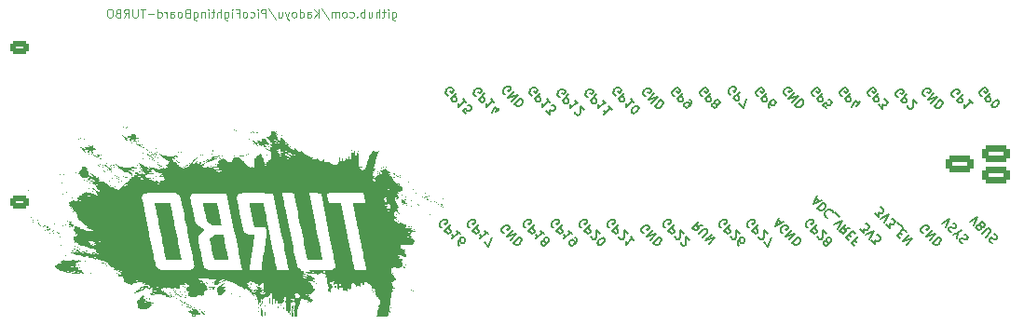
<source format=gbo>
%TF.GenerationSoftware,KiCad,Pcbnew,(6.0.11)*%
%TF.CreationDate,2023-02-10T19:10:41+09:00*%
%TF.ProjectId,PicoFightingBoard,5069636f-4669-4676-9874-696e67426f61,rev?*%
%TF.SameCoordinates,Original*%
%TF.FileFunction,Legend,Bot*%
%TF.FilePolarity,Positive*%
%FSLAX46Y46*%
G04 Gerber Fmt 4.6, Leading zero omitted, Abs format (unit mm)*
G04 Created by KiCad (PCBNEW (6.0.11)) date 2023-02-10 19:10:41*
%MOMM*%
%LPD*%
G01*
G04 APERTURE LIST*
G04 Aperture macros list*
%AMRoundRect*
0 Rectangle with rounded corners*
0 $1 Rounding radius*
0 $2 $3 $4 $5 $6 $7 $8 $9 X,Y pos of 4 corners*
0 Add a 4 corners polygon primitive as box body*
4,1,4,$2,$3,$4,$5,$6,$7,$8,$9,$2,$3,0*
0 Add four circle primitives for the rounded corners*
1,1,$1+$1,$2,$3*
1,1,$1+$1,$4,$5*
1,1,$1+$1,$6,$7*
1,1,$1+$1,$8,$9*
0 Add four rect primitives between the rounded corners*
20,1,$1+$1,$2,$3,$4,$5,0*
20,1,$1+$1,$4,$5,$6,$7,0*
20,1,$1+$1,$6,$7,$8,$9,0*
20,1,$1+$1,$8,$9,$2,$3,0*%
G04 Aperture macros list end*
%ADD10C,0.125000*%
%ADD11C,0.150000*%
%ADD12R,1.700000X1.700000*%
%ADD13O,1.700000X1.700000*%
%ADD14RoundRect,0.249999X-0.625001X0.350001X-0.625001X-0.350001X0.625001X-0.350001X0.625001X0.350001X0*%
%ADD15O,1.750000X1.200000*%
%ADD16RoundRect,0.249999X-0.350001X-0.625001X0.350001X-0.625001X0.350001X0.625001X-0.350001X0.625001X0*%
%ADD17O,1.200000X1.750000*%
%ADD18C,2.300000*%
%ADD19R,2.300000X2.300000*%
%ADD20C,3.500000*%
%ADD21RoundRect,0.300000X-0.950000X0.450000X-0.950000X-0.450000X0.950000X-0.450000X0.950000X0.450000X0*%
G04 APERTURE END LIST*
D10*
X142467857Y-87739285D02*
X142467857Y-88346428D01*
X142503571Y-88417857D01*
X142539285Y-88453571D01*
X142610714Y-88489285D01*
X142717857Y-88489285D01*
X142789285Y-88453571D01*
X142467857Y-88203571D02*
X142539285Y-88239285D01*
X142682142Y-88239285D01*
X142753571Y-88203571D01*
X142789285Y-88167857D01*
X142825000Y-88096428D01*
X142825000Y-87882142D01*
X142789285Y-87810714D01*
X142753571Y-87775000D01*
X142682142Y-87739285D01*
X142539285Y-87739285D01*
X142467857Y-87775000D01*
X142110714Y-88239285D02*
X142110714Y-87739285D01*
X142110714Y-87489285D02*
X142146428Y-87525000D01*
X142110714Y-87560714D01*
X142075000Y-87525000D01*
X142110714Y-87489285D01*
X142110714Y-87560714D01*
X141860714Y-87739285D02*
X141575000Y-87739285D01*
X141753571Y-87489285D02*
X141753571Y-88132142D01*
X141717857Y-88203571D01*
X141646428Y-88239285D01*
X141575000Y-88239285D01*
X141325000Y-88239285D02*
X141325000Y-87489285D01*
X141003571Y-88239285D02*
X141003571Y-87846428D01*
X141039285Y-87775000D01*
X141110714Y-87739285D01*
X141217857Y-87739285D01*
X141289285Y-87775000D01*
X141325000Y-87810714D01*
X140325000Y-87739285D02*
X140325000Y-88239285D01*
X140646428Y-87739285D02*
X140646428Y-88132142D01*
X140610714Y-88203571D01*
X140539285Y-88239285D01*
X140432142Y-88239285D01*
X140360714Y-88203571D01*
X140325000Y-88167857D01*
X139967857Y-88239285D02*
X139967857Y-87489285D01*
X139967857Y-87775000D02*
X139896428Y-87739285D01*
X139753571Y-87739285D01*
X139682142Y-87775000D01*
X139646428Y-87810714D01*
X139610714Y-87882142D01*
X139610714Y-88096428D01*
X139646428Y-88167857D01*
X139682142Y-88203571D01*
X139753571Y-88239285D01*
X139896428Y-88239285D01*
X139967857Y-88203571D01*
X139289285Y-88167857D02*
X139253571Y-88203571D01*
X139289285Y-88239285D01*
X139325000Y-88203571D01*
X139289285Y-88167857D01*
X139289285Y-88239285D01*
X138610714Y-88203571D02*
X138682142Y-88239285D01*
X138825000Y-88239285D01*
X138896428Y-88203571D01*
X138932142Y-88167857D01*
X138967857Y-88096428D01*
X138967857Y-87882142D01*
X138932142Y-87810714D01*
X138896428Y-87775000D01*
X138825000Y-87739285D01*
X138682142Y-87739285D01*
X138610714Y-87775000D01*
X138182142Y-88239285D02*
X138253571Y-88203571D01*
X138289285Y-88167857D01*
X138325000Y-88096428D01*
X138325000Y-87882142D01*
X138289285Y-87810714D01*
X138253571Y-87775000D01*
X138182142Y-87739285D01*
X138075000Y-87739285D01*
X138003571Y-87775000D01*
X137967857Y-87810714D01*
X137932142Y-87882142D01*
X137932142Y-88096428D01*
X137967857Y-88167857D01*
X138003571Y-88203571D01*
X138075000Y-88239285D01*
X138182142Y-88239285D01*
X137610714Y-88239285D02*
X137610714Y-87739285D01*
X137610714Y-87810714D02*
X137575000Y-87775000D01*
X137503571Y-87739285D01*
X137396428Y-87739285D01*
X137325000Y-87775000D01*
X137289285Y-87846428D01*
X137289285Y-88239285D01*
X137289285Y-87846428D02*
X137253571Y-87775000D01*
X137182142Y-87739285D01*
X137075000Y-87739285D01*
X137003571Y-87775000D01*
X136967857Y-87846428D01*
X136967857Y-88239285D01*
X136075000Y-87453571D02*
X136717857Y-88417857D01*
X135825000Y-88239285D02*
X135825000Y-87489285D01*
X135396428Y-88239285D02*
X135717857Y-87810714D01*
X135396428Y-87489285D02*
X135825000Y-87917857D01*
X134753571Y-88239285D02*
X134753571Y-87846428D01*
X134789285Y-87775000D01*
X134860714Y-87739285D01*
X135003571Y-87739285D01*
X135075000Y-87775000D01*
X134753571Y-88203571D02*
X134825000Y-88239285D01*
X135003571Y-88239285D01*
X135075000Y-88203571D01*
X135110714Y-88132142D01*
X135110714Y-88060714D01*
X135075000Y-87989285D01*
X135003571Y-87953571D01*
X134825000Y-87953571D01*
X134753571Y-87917857D01*
X134075000Y-88239285D02*
X134075000Y-87489285D01*
X134075000Y-88203571D02*
X134146428Y-88239285D01*
X134289285Y-88239285D01*
X134360714Y-88203571D01*
X134396428Y-88167857D01*
X134432142Y-88096428D01*
X134432142Y-87882142D01*
X134396428Y-87810714D01*
X134360714Y-87775000D01*
X134289285Y-87739285D01*
X134146428Y-87739285D01*
X134075000Y-87775000D01*
X133610714Y-88239285D02*
X133682142Y-88203571D01*
X133717857Y-88167857D01*
X133753571Y-88096428D01*
X133753571Y-87882142D01*
X133717857Y-87810714D01*
X133682142Y-87775000D01*
X133610714Y-87739285D01*
X133503571Y-87739285D01*
X133432142Y-87775000D01*
X133396428Y-87810714D01*
X133360714Y-87882142D01*
X133360714Y-88096428D01*
X133396428Y-88167857D01*
X133432142Y-88203571D01*
X133503571Y-88239285D01*
X133610714Y-88239285D01*
X133110714Y-87739285D02*
X132932142Y-88239285D01*
X132753571Y-87739285D02*
X132932142Y-88239285D01*
X133003571Y-88417857D01*
X133039285Y-88453571D01*
X133110714Y-88489285D01*
X132146428Y-87739285D02*
X132146428Y-88239285D01*
X132467857Y-87739285D02*
X132467857Y-88132142D01*
X132432142Y-88203571D01*
X132360714Y-88239285D01*
X132253571Y-88239285D01*
X132182142Y-88203571D01*
X132146428Y-88167857D01*
X131253571Y-87453571D02*
X131896428Y-88417857D01*
X131003571Y-88239285D02*
X131003571Y-87489285D01*
X130717857Y-87489285D01*
X130646428Y-87525000D01*
X130610714Y-87560714D01*
X130575000Y-87632142D01*
X130575000Y-87739285D01*
X130610714Y-87810714D01*
X130646428Y-87846428D01*
X130717857Y-87882142D01*
X131003571Y-87882142D01*
X130253571Y-88239285D02*
X130253571Y-87739285D01*
X130253571Y-87489285D02*
X130289285Y-87525000D01*
X130253571Y-87560714D01*
X130217857Y-87525000D01*
X130253571Y-87489285D01*
X130253571Y-87560714D01*
X129575000Y-88203571D02*
X129646428Y-88239285D01*
X129789285Y-88239285D01*
X129860714Y-88203571D01*
X129896428Y-88167857D01*
X129932142Y-88096428D01*
X129932142Y-87882142D01*
X129896428Y-87810714D01*
X129860714Y-87775000D01*
X129789285Y-87739285D01*
X129646428Y-87739285D01*
X129575000Y-87775000D01*
X129146428Y-88239285D02*
X129217857Y-88203571D01*
X129253571Y-88167857D01*
X129289285Y-88096428D01*
X129289285Y-87882142D01*
X129253571Y-87810714D01*
X129217857Y-87775000D01*
X129146428Y-87739285D01*
X129039285Y-87739285D01*
X128967857Y-87775000D01*
X128932142Y-87810714D01*
X128896428Y-87882142D01*
X128896428Y-88096428D01*
X128932142Y-88167857D01*
X128967857Y-88203571D01*
X129039285Y-88239285D01*
X129146428Y-88239285D01*
X128325000Y-87846428D02*
X128575000Y-87846428D01*
X128575000Y-88239285D02*
X128575000Y-87489285D01*
X128217857Y-87489285D01*
X127932142Y-88239285D02*
X127932142Y-87739285D01*
X127932142Y-87489285D02*
X127967857Y-87525000D01*
X127932142Y-87560714D01*
X127896428Y-87525000D01*
X127932142Y-87489285D01*
X127932142Y-87560714D01*
X127253571Y-87739285D02*
X127253571Y-88346428D01*
X127289285Y-88417857D01*
X127325000Y-88453571D01*
X127396428Y-88489285D01*
X127503571Y-88489285D01*
X127575000Y-88453571D01*
X127253571Y-88203571D02*
X127325000Y-88239285D01*
X127467857Y-88239285D01*
X127539285Y-88203571D01*
X127575000Y-88167857D01*
X127610714Y-88096428D01*
X127610714Y-87882142D01*
X127575000Y-87810714D01*
X127539285Y-87775000D01*
X127467857Y-87739285D01*
X127325000Y-87739285D01*
X127253571Y-87775000D01*
X126896428Y-88239285D02*
X126896428Y-87489285D01*
X126575000Y-88239285D02*
X126575000Y-87846428D01*
X126610714Y-87775000D01*
X126682142Y-87739285D01*
X126789285Y-87739285D01*
X126860714Y-87775000D01*
X126896428Y-87810714D01*
X126325000Y-87739285D02*
X126039285Y-87739285D01*
X126217857Y-87489285D02*
X126217857Y-88132142D01*
X126182142Y-88203571D01*
X126110714Y-88239285D01*
X126039285Y-88239285D01*
X125789285Y-88239285D02*
X125789285Y-87739285D01*
X125789285Y-87489285D02*
X125825000Y-87525000D01*
X125789285Y-87560714D01*
X125753571Y-87525000D01*
X125789285Y-87489285D01*
X125789285Y-87560714D01*
X125432142Y-87739285D02*
X125432142Y-88239285D01*
X125432142Y-87810714D02*
X125396428Y-87775000D01*
X125325000Y-87739285D01*
X125217857Y-87739285D01*
X125146428Y-87775000D01*
X125110714Y-87846428D01*
X125110714Y-88239285D01*
X124432142Y-87739285D02*
X124432142Y-88346428D01*
X124467857Y-88417857D01*
X124503571Y-88453571D01*
X124575000Y-88489285D01*
X124682142Y-88489285D01*
X124753571Y-88453571D01*
X124432142Y-88203571D02*
X124503571Y-88239285D01*
X124646428Y-88239285D01*
X124717857Y-88203571D01*
X124753571Y-88167857D01*
X124789285Y-88096428D01*
X124789285Y-87882142D01*
X124753571Y-87810714D01*
X124717857Y-87775000D01*
X124646428Y-87739285D01*
X124503571Y-87739285D01*
X124432142Y-87775000D01*
X123825000Y-87846428D02*
X123717857Y-87882142D01*
X123682142Y-87917857D01*
X123646428Y-87989285D01*
X123646428Y-88096428D01*
X123682142Y-88167857D01*
X123717857Y-88203571D01*
X123789285Y-88239285D01*
X124075000Y-88239285D01*
X124075000Y-87489285D01*
X123825000Y-87489285D01*
X123753571Y-87525000D01*
X123717857Y-87560714D01*
X123682142Y-87632142D01*
X123682142Y-87703571D01*
X123717857Y-87775000D01*
X123753571Y-87810714D01*
X123825000Y-87846428D01*
X124075000Y-87846428D01*
X123217857Y-88239285D02*
X123289285Y-88203571D01*
X123325000Y-88167857D01*
X123360714Y-88096428D01*
X123360714Y-87882142D01*
X123325000Y-87810714D01*
X123289285Y-87775000D01*
X123217857Y-87739285D01*
X123110714Y-87739285D01*
X123039285Y-87775000D01*
X123003571Y-87810714D01*
X122967857Y-87882142D01*
X122967857Y-88096428D01*
X123003571Y-88167857D01*
X123039285Y-88203571D01*
X123110714Y-88239285D01*
X123217857Y-88239285D01*
X122325000Y-88239285D02*
X122325000Y-87846428D01*
X122360714Y-87775000D01*
X122432142Y-87739285D01*
X122575000Y-87739285D01*
X122646428Y-87775000D01*
X122325000Y-88203571D02*
X122396428Y-88239285D01*
X122575000Y-88239285D01*
X122646428Y-88203571D01*
X122682142Y-88132142D01*
X122682142Y-88060714D01*
X122646428Y-87989285D01*
X122575000Y-87953571D01*
X122396428Y-87953571D01*
X122325000Y-87917857D01*
X121967857Y-88239285D02*
X121967857Y-87739285D01*
X121967857Y-87882142D02*
X121932142Y-87810714D01*
X121896428Y-87775000D01*
X121825000Y-87739285D01*
X121753571Y-87739285D01*
X121182142Y-88239285D02*
X121182142Y-87489285D01*
X121182142Y-88203571D02*
X121253571Y-88239285D01*
X121396428Y-88239285D01*
X121467857Y-88203571D01*
X121503571Y-88167857D01*
X121539285Y-88096428D01*
X121539285Y-87882142D01*
X121503571Y-87810714D01*
X121467857Y-87775000D01*
X121396428Y-87739285D01*
X121253571Y-87739285D01*
X121182142Y-87775000D01*
X120825000Y-87953571D02*
X120253571Y-87953571D01*
X120003571Y-87489285D02*
X119575000Y-87489285D01*
X119789285Y-88239285D02*
X119789285Y-87489285D01*
X119325000Y-87489285D02*
X119325000Y-88096428D01*
X119289285Y-88167857D01*
X119253571Y-88203571D01*
X119182142Y-88239285D01*
X119039285Y-88239285D01*
X118967857Y-88203571D01*
X118932142Y-88167857D01*
X118896428Y-88096428D01*
X118896428Y-87489285D01*
X118110714Y-88239285D02*
X118360714Y-87882142D01*
X118539285Y-88239285D02*
X118539285Y-87489285D01*
X118253571Y-87489285D01*
X118182142Y-87525000D01*
X118146428Y-87560714D01*
X118110714Y-87632142D01*
X118110714Y-87739285D01*
X118146428Y-87810714D01*
X118182142Y-87846428D01*
X118253571Y-87882142D01*
X118539285Y-87882142D01*
X117539285Y-87846428D02*
X117432142Y-87882142D01*
X117396428Y-87917857D01*
X117360714Y-87989285D01*
X117360714Y-88096428D01*
X117396428Y-88167857D01*
X117432142Y-88203571D01*
X117503571Y-88239285D01*
X117789285Y-88239285D01*
X117789285Y-87489285D01*
X117539285Y-87489285D01*
X117467857Y-87525000D01*
X117432142Y-87560714D01*
X117396428Y-87632142D01*
X117396428Y-87703571D01*
X117432142Y-87775000D01*
X117467857Y-87810714D01*
X117539285Y-87846428D01*
X117789285Y-87846428D01*
X116896428Y-87489285D02*
X116753571Y-87489285D01*
X116682142Y-87525000D01*
X116610714Y-87596428D01*
X116575000Y-87739285D01*
X116575000Y-87989285D01*
X116610714Y-88132142D01*
X116682142Y-88203571D01*
X116753571Y-88239285D01*
X116896428Y-88239285D01*
X116967857Y-88203571D01*
X117039285Y-88132142D01*
X117075000Y-87989285D01*
X117075000Y-87739285D01*
X117039285Y-87596428D01*
X116967857Y-87525000D01*
X116896428Y-87489285D01*
D11*
X162223722Y-107359407D02*
X162142910Y-107332470D01*
X162062097Y-107251658D01*
X162008223Y-107143908D01*
X162008223Y-107036158D01*
X162035160Y-106955346D01*
X162115972Y-106820659D01*
X162196784Y-106739847D01*
X162331471Y-106659035D01*
X162412284Y-106632097D01*
X162520033Y-106632097D01*
X162627783Y-106685972D01*
X162681658Y-106739847D01*
X162735532Y-106847597D01*
X162735532Y-106901471D01*
X162546971Y-107090033D01*
X162439221Y-106982284D01*
X163031844Y-107090033D02*
X162466158Y-107655719D01*
X162681658Y-107871218D01*
X162762470Y-107898155D01*
X162816345Y-107898155D01*
X162897157Y-107871218D01*
X162977969Y-107790406D01*
X163004906Y-107709593D01*
X163004906Y-107655719D01*
X162977969Y-107574906D01*
X162762470Y-107359407D01*
X163058781Y-108140592D02*
X163058781Y-108194467D01*
X163085719Y-108275279D01*
X163220406Y-108409966D01*
X163301218Y-108436903D01*
X163355093Y-108436903D01*
X163435905Y-108409966D01*
X163489780Y-108356091D01*
X163543654Y-108248341D01*
X163543654Y-107601844D01*
X163893841Y-107952030D01*
X164432589Y-108490778D02*
X164109340Y-108167529D01*
X164270964Y-108329154D02*
X163705279Y-108894839D01*
X163732216Y-108760152D01*
X163732216Y-108652402D01*
X163705279Y-108571590D01*
X170663096Y-95378781D02*
X170582284Y-95351844D01*
X170501471Y-95271032D01*
X170447597Y-95163282D01*
X170447597Y-95055532D01*
X170474534Y-94974720D01*
X170555346Y-94840033D01*
X170636158Y-94759221D01*
X170770845Y-94678409D01*
X170851658Y-94651471D01*
X170959407Y-94651471D01*
X171067157Y-94705346D01*
X171121032Y-94759221D01*
X171174906Y-94866971D01*
X171174906Y-94920845D01*
X170986345Y-95109407D01*
X170878595Y-95001658D01*
X171471218Y-95109407D02*
X170905532Y-95675093D01*
X171121032Y-95890592D01*
X171201844Y-95917529D01*
X171255719Y-95917529D01*
X171336531Y-95890592D01*
X171417343Y-95809780D01*
X171444280Y-95728967D01*
X171444280Y-95675093D01*
X171417343Y-95594280D01*
X171201844Y-95378781D01*
X171794467Y-96079154D02*
X171713654Y-96052216D01*
X171659780Y-96052216D01*
X171578967Y-96079154D01*
X171552030Y-96106091D01*
X171525093Y-96186903D01*
X171525093Y-96240778D01*
X171552030Y-96321590D01*
X171659780Y-96429340D01*
X171740592Y-96456277D01*
X171794467Y-96456277D01*
X171875279Y-96429340D01*
X171902216Y-96402402D01*
X171929154Y-96321590D01*
X171929154Y-96267715D01*
X171902216Y-96186903D01*
X171794467Y-96079154D01*
X171767529Y-95998341D01*
X171767529Y-95944467D01*
X171794467Y-95863654D01*
X171902216Y-95755905D01*
X171983028Y-95728967D01*
X172036903Y-95728967D01*
X172117715Y-95755905D01*
X172225465Y-95863654D01*
X172252402Y-95944467D01*
X172252402Y-95998341D01*
X172225465Y-96079154D01*
X172117715Y-96186903D01*
X172036903Y-96213841D01*
X171983028Y-96213841D01*
X171902216Y-96186903D01*
X147533722Y-95363407D02*
X147452910Y-95336470D01*
X147372097Y-95255658D01*
X147318223Y-95147908D01*
X147318223Y-95040158D01*
X147345160Y-94959346D01*
X147425972Y-94824659D01*
X147506784Y-94743847D01*
X147641471Y-94663035D01*
X147722284Y-94636097D01*
X147830033Y-94636097D01*
X147937783Y-94689972D01*
X147991658Y-94743847D01*
X148045532Y-94851597D01*
X148045532Y-94905471D01*
X147856971Y-95094033D01*
X147749221Y-94986284D01*
X148341844Y-95094033D02*
X147776158Y-95659719D01*
X147991658Y-95875218D01*
X148072470Y-95902155D01*
X148126345Y-95902155D01*
X148207157Y-95875218D01*
X148287969Y-95794406D01*
X148314906Y-95713593D01*
X148314906Y-95659719D01*
X148287969Y-95578906D01*
X148072470Y-95363407D01*
X149203841Y-95956030D02*
X148880592Y-95632781D01*
X149042216Y-95794406D02*
X148476531Y-96360091D01*
X148503468Y-96225404D01*
X148503468Y-96117654D01*
X148476531Y-96036842D01*
X149149966Y-97033526D02*
X148880592Y-96764152D01*
X149123028Y-96467841D01*
X149123028Y-96521715D01*
X149149966Y-96602528D01*
X149284653Y-96737215D01*
X149365465Y-96764152D01*
X149419340Y-96764152D01*
X149500152Y-96737215D01*
X149634839Y-96602528D01*
X149661776Y-96521715D01*
X149661776Y-96467841D01*
X149634839Y-96387028D01*
X149500152Y-96252341D01*
X149419340Y-96225404D01*
X149365465Y-96225404D01*
X180984788Y-104684980D02*
X181254162Y-104954354D01*
X181092537Y-104469481D02*
X180715414Y-105223728D01*
X181469661Y-104846604D01*
X181658223Y-105035166D02*
X181092537Y-105600851D01*
X181227224Y-105735538D01*
X181334974Y-105789413D01*
X181442723Y-105789413D01*
X181523536Y-105762476D01*
X181658223Y-105681664D01*
X181739035Y-105600851D01*
X181819847Y-105466164D01*
X181846784Y-105385352D01*
X181846784Y-105277603D01*
X181792910Y-105169853D01*
X181658223Y-105035166D01*
X182493282Y-105977975D02*
X182493282Y-105924100D01*
X182439407Y-105816351D01*
X182385532Y-105762476D01*
X182277783Y-105708601D01*
X182170033Y-105708601D01*
X182089221Y-105735538D01*
X181954534Y-105816351D01*
X181873722Y-105897163D01*
X181792910Y-106031850D01*
X181765972Y-106112662D01*
X181765972Y-106220412D01*
X181819847Y-106328161D01*
X181873722Y-106382036D01*
X181981471Y-106435911D01*
X182035346Y-106435911D01*
X182708781Y-105977975D02*
X183139780Y-106408973D01*
X182574094Y-107082408D02*
X183328341Y-106705285D01*
X182951218Y-107459532D01*
X184028714Y-107405657D02*
X183570778Y-107486469D01*
X183705465Y-107082408D02*
X183139780Y-107648094D01*
X183355279Y-107863593D01*
X183436091Y-107890530D01*
X183489966Y-107890530D01*
X183570778Y-107863593D01*
X183651590Y-107782781D01*
X183678528Y-107701969D01*
X183678528Y-107648094D01*
X183651590Y-107567282D01*
X183436091Y-107351782D01*
X183974839Y-107944405D02*
X184163401Y-108132967D01*
X184540524Y-107917468D02*
X184271150Y-107648094D01*
X183705465Y-108213779D01*
X183974839Y-108483153D01*
X184675211Y-108644778D02*
X184486650Y-108456216D01*
X184782961Y-108159904D02*
X184217276Y-108725590D01*
X184486650Y-108994964D01*
X152636158Y-107851844D02*
X152555346Y-107824906D01*
X152474534Y-107744094D01*
X152420659Y-107636345D01*
X152420659Y-107528595D01*
X152447597Y-107447783D01*
X152528409Y-107313096D01*
X152609221Y-107232284D01*
X152743908Y-107151471D01*
X152824720Y-107124534D01*
X152932470Y-107124534D01*
X153040219Y-107178409D01*
X153094094Y-107232284D01*
X153147969Y-107340033D01*
X153147969Y-107393908D01*
X152959407Y-107582470D01*
X152851658Y-107474720D01*
X153444280Y-107582470D02*
X152878595Y-108148155D01*
X153767529Y-107905719D01*
X153201844Y-108471404D01*
X154036903Y-108175093D02*
X153471218Y-108740778D01*
X153605905Y-108875465D01*
X153713654Y-108929340D01*
X153821404Y-108929340D01*
X153902216Y-108902402D01*
X154036903Y-108821590D01*
X154117715Y-108740778D01*
X154198528Y-108606091D01*
X154225465Y-108525279D01*
X154225465Y-108417529D01*
X154171590Y-108309780D01*
X154036903Y-108175093D01*
X157693722Y-95509407D02*
X157612910Y-95482470D01*
X157532097Y-95401658D01*
X157478223Y-95293908D01*
X157478223Y-95186158D01*
X157505160Y-95105346D01*
X157585972Y-94970659D01*
X157666784Y-94889847D01*
X157801471Y-94809035D01*
X157882284Y-94782097D01*
X157990033Y-94782097D01*
X158097783Y-94835972D01*
X158151658Y-94889847D01*
X158205532Y-94997597D01*
X158205532Y-95051471D01*
X158016971Y-95240033D01*
X157909221Y-95132284D01*
X158501844Y-95240033D02*
X157936158Y-95805719D01*
X158151658Y-96021218D01*
X158232470Y-96048155D01*
X158286345Y-96048155D01*
X158367157Y-96021218D01*
X158447969Y-95940406D01*
X158474906Y-95859593D01*
X158474906Y-95805719D01*
X158447969Y-95724906D01*
X158232470Y-95509407D01*
X159363841Y-96102030D02*
X159040592Y-95778781D01*
X159202216Y-95940406D02*
X158636531Y-96506091D01*
X158663468Y-96371404D01*
X158663468Y-96263654D01*
X158636531Y-96182842D01*
X159067529Y-96829340D02*
X159067529Y-96883215D01*
X159094467Y-96964027D01*
X159229154Y-97098714D01*
X159309966Y-97125651D01*
X159363841Y-97125651D01*
X159444653Y-97098714D01*
X159498528Y-97044839D01*
X159552402Y-96937089D01*
X159552402Y-96290592D01*
X159902589Y-96640778D01*
X178256158Y-95351844D02*
X178175346Y-95324906D01*
X178094534Y-95244094D01*
X178040659Y-95136345D01*
X178040659Y-95028595D01*
X178067597Y-94947783D01*
X178148409Y-94813096D01*
X178229221Y-94732284D01*
X178363908Y-94651471D01*
X178444720Y-94624534D01*
X178552470Y-94624534D01*
X178660219Y-94678409D01*
X178714094Y-94732284D01*
X178767969Y-94840033D01*
X178767969Y-94893908D01*
X178579407Y-95082470D01*
X178471658Y-94974720D01*
X179064280Y-95082470D02*
X178498595Y-95648155D01*
X179387529Y-95405719D01*
X178821844Y-95971404D01*
X179656903Y-95675093D02*
X179091218Y-96240778D01*
X179225905Y-96375465D01*
X179333654Y-96429340D01*
X179441404Y-96429340D01*
X179522216Y-96402402D01*
X179656903Y-96321590D01*
X179737715Y-96240778D01*
X179818528Y-96106091D01*
X179845465Y-96025279D01*
X179845465Y-95917529D01*
X179791590Y-95809780D01*
X179656903Y-95675093D01*
X165486158Y-95401844D02*
X165405346Y-95374906D01*
X165324534Y-95294094D01*
X165270659Y-95186345D01*
X165270659Y-95078595D01*
X165297597Y-94997783D01*
X165378409Y-94863096D01*
X165459221Y-94782284D01*
X165593908Y-94701471D01*
X165674720Y-94674534D01*
X165782470Y-94674534D01*
X165890219Y-94728409D01*
X165944094Y-94782284D01*
X165997969Y-94890033D01*
X165997969Y-94943908D01*
X165809407Y-95132470D01*
X165701658Y-95024720D01*
X166294280Y-95132470D02*
X165728595Y-95698155D01*
X166617529Y-95455719D01*
X166051844Y-96021404D01*
X166886903Y-95725093D02*
X166321218Y-96290778D01*
X166455905Y-96425465D01*
X166563654Y-96479340D01*
X166671404Y-96479340D01*
X166752216Y-96452402D01*
X166886903Y-96371590D01*
X166967715Y-96290778D01*
X167048528Y-96156091D01*
X167075465Y-96075279D01*
X167075465Y-95967529D01*
X167021590Y-95859780D01*
X166886903Y-95725093D01*
X170648375Y-107130564D02*
X170190439Y-107211377D01*
X170325126Y-106807316D02*
X169759441Y-107373001D01*
X169974940Y-107588500D01*
X170055752Y-107615438D01*
X170109627Y-107615438D01*
X170190439Y-107588500D01*
X170271251Y-107507688D01*
X170298189Y-107426876D01*
X170298189Y-107373001D01*
X170271251Y-107292189D01*
X170055752Y-107076690D01*
X170325126Y-107938687D02*
X170783062Y-107480751D01*
X170863874Y-107453813D01*
X170917749Y-107453813D01*
X170998561Y-107480751D01*
X171106311Y-107588500D01*
X171133248Y-107669312D01*
X171133248Y-107723187D01*
X171106311Y-107803999D01*
X170648375Y-108261935D01*
X171483435Y-107965624D02*
X170917749Y-108531309D01*
X171806683Y-108288873D01*
X171240998Y-108854558D01*
X175743096Y-95378781D02*
X175662284Y-95351844D01*
X175581471Y-95271032D01*
X175527597Y-95163282D01*
X175527597Y-95055532D01*
X175554534Y-94974720D01*
X175635346Y-94840033D01*
X175716158Y-94759221D01*
X175850845Y-94678409D01*
X175931658Y-94651471D01*
X176039407Y-94651471D01*
X176147157Y-94705346D01*
X176201032Y-94759221D01*
X176254906Y-94866971D01*
X176254906Y-94920845D01*
X176066345Y-95109407D01*
X175958595Y-95001658D01*
X176551218Y-95109407D02*
X175985532Y-95675093D01*
X176201032Y-95890592D01*
X176281844Y-95917529D01*
X176335719Y-95917529D01*
X176416531Y-95890592D01*
X176497343Y-95809780D01*
X176524280Y-95728967D01*
X176524280Y-95675093D01*
X176497343Y-95594280D01*
X176281844Y-95378781D01*
X176793654Y-96483215D02*
X176685905Y-96375465D01*
X176658967Y-96294653D01*
X176658967Y-96240778D01*
X176685905Y-96106091D01*
X176766717Y-95971404D01*
X176982216Y-95755905D01*
X177063028Y-95728967D01*
X177116903Y-95728967D01*
X177197715Y-95755905D01*
X177305465Y-95863654D01*
X177332402Y-95944467D01*
X177332402Y-95998341D01*
X177305465Y-96079154D01*
X177170778Y-96213841D01*
X177089966Y-96240778D01*
X177036091Y-96240778D01*
X176955279Y-96213841D01*
X176847529Y-96106091D01*
X176820592Y-96025279D01*
X176820592Y-95971404D01*
X176847529Y-95890592D01*
X160233722Y-95509407D02*
X160152910Y-95482470D01*
X160072097Y-95401658D01*
X160018223Y-95293908D01*
X160018223Y-95186158D01*
X160045160Y-95105346D01*
X160125972Y-94970659D01*
X160206784Y-94889847D01*
X160341471Y-94809035D01*
X160422284Y-94782097D01*
X160530033Y-94782097D01*
X160637783Y-94835972D01*
X160691658Y-94889847D01*
X160745532Y-94997597D01*
X160745532Y-95051471D01*
X160556971Y-95240033D01*
X160449221Y-95132284D01*
X161041844Y-95240033D02*
X160476158Y-95805719D01*
X160691658Y-96021218D01*
X160772470Y-96048155D01*
X160826345Y-96048155D01*
X160907157Y-96021218D01*
X160987969Y-95940406D01*
X161014906Y-95859593D01*
X161014906Y-95805719D01*
X160987969Y-95724906D01*
X160772470Y-95509407D01*
X161903841Y-96102030D02*
X161580592Y-95778781D01*
X161742216Y-95940406D02*
X161176531Y-96506091D01*
X161203468Y-96371404D01*
X161203468Y-96263654D01*
X161176531Y-96182842D01*
X162442589Y-96640778D02*
X162119340Y-96317529D01*
X162280964Y-96479154D02*
X161715279Y-97044839D01*
X161742216Y-96910152D01*
X161742216Y-96802402D01*
X161715279Y-96721590D01*
X183363096Y-95378781D02*
X183282284Y-95351844D01*
X183201471Y-95271032D01*
X183147597Y-95163282D01*
X183147597Y-95055532D01*
X183174534Y-94974720D01*
X183255346Y-94840033D01*
X183336158Y-94759221D01*
X183470845Y-94678409D01*
X183551658Y-94651471D01*
X183659407Y-94651471D01*
X183767157Y-94705346D01*
X183821032Y-94759221D01*
X183874906Y-94866971D01*
X183874906Y-94920845D01*
X183686345Y-95109407D01*
X183578595Y-95001658D01*
X184171218Y-95109407D02*
X183605532Y-95675093D01*
X183821032Y-95890592D01*
X183901844Y-95917529D01*
X183955719Y-95917529D01*
X184036531Y-95890592D01*
X184117343Y-95809780D01*
X184144280Y-95728967D01*
X184144280Y-95675093D01*
X184117343Y-95594280D01*
X183901844Y-95378781D01*
X184602216Y-96294653D02*
X184979340Y-95917529D01*
X184252030Y-96375465D02*
X184521404Y-95836717D01*
X184871590Y-96186903D01*
X190736158Y-107851844D02*
X190655346Y-107824906D01*
X190574534Y-107744094D01*
X190520659Y-107636345D01*
X190520659Y-107528595D01*
X190547597Y-107447783D01*
X190628409Y-107313096D01*
X190709221Y-107232284D01*
X190843908Y-107151471D01*
X190924720Y-107124534D01*
X191032470Y-107124534D01*
X191140219Y-107178409D01*
X191194094Y-107232284D01*
X191247969Y-107340033D01*
X191247969Y-107393908D01*
X191059407Y-107582470D01*
X190951658Y-107474720D01*
X191544280Y-107582470D02*
X190978595Y-108148155D01*
X191867529Y-107905719D01*
X191301844Y-108471404D01*
X192136903Y-108175093D02*
X191571218Y-108740778D01*
X191705905Y-108875465D01*
X191813654Y-108929340D01*
X191921404Y-108929340D01*
X192002216Y-108902402D01*
X192136903Y-108821590D01*
X192217715Y-108740778D01*
X192298528Y-108606091D01*
X192325465Y-108525279D01*
X192325465Y-108417529D01*
X192271590Y-108309780D01*
X192136903Y-108175093D01*
X162773722Y-95363407D02*
X162692910Y-95336470D01*
X162612097Y-95255658D01*
X162558223Y-95147908D01*
X162558223Y-95040158D01*
X162585160Y-94959346D01*
X162665972Y-94824659D01*
X162746784Y-94743847D01*
X162881471Y-94663035D01*
X162962284Y-94636097D01*
X163070033Y-94636097D01*
X163177783Y-94689972D01*
X163231658Y-94743847D01*
X163285532Y-94851597D01*
X163285532Y-94905471D01*
X163096971Y-95094033D01*
X162989221Y-94986284D01*
X163581844Y-95094033D02*
X163016158Y-95659719D01*
X163231658Y-95875218D01*
X163312470Y-95902155D01*
X163366345Y-95902155D01*
X163447157Y-95875218D01*
X163527969Y-95794406D01*
X163554906Y-95713593D01*
X163554906Y-95659719D01*
X163527969Y-95578906D01*
X163312470Y-95363407D01*
X164443841Y-95956030D02*
X164120592Y-95632781D01*
X164282216Y-95794406D02*
X163716531Y-96360091D01*
X163743468Y-96225404D01*
X163743468Y-96117654D01*
X163716531Y-96036842D01*
X164228341Y-96871902D02*
X164282216Y-96925776D01*
X164363028Y-96952714D01*
X164416903Y-96952714D01*
X164497715Y-96925776D01*
X164632402Y-96844964D01*
X164767089Y-96710277D01*
X164847902Y-96575590D01*
X164874839Y-96494778D01*
X164874839Y-96440903D01*
X164847902Y-96360091D01*
X164794027Y-96306216D01*
X164713215Y-96279279D01*
X164659340Y-96279279D01*
X164578528Y-96306216D01*
X164443841Y-96387028D01*
X164309154Y-96521715D01*
X164228341Y-96656402D01*
X164201404Y-96737215D01*
X164201404Y-96791089D01*
X164228341Y-96871902D01*
X149533722Y-107359407D02*
X149452910Y-107332470D01*
X149372097Y-107251658D01*
X149318223Y-107143908D01*
X149318223Y-107036158D01*
X149345160Y-106955346D01*
X149425972Y-106820659D01*
X149506784Y-106739847D01*
X149641471Y-106659035D01*
X149722284Y-106632097D01*
X149830033Y-106632097D01*
X149937783Y-106685972D01*
X149991658Y-106739847D01*
X150045532Y-106847597D01*
X150045532Y-106901471D01*
X149856971Y-107090033D01*
X149749221Y-106982284D01*
X150341844Y-107090033D02*
X149776158Y-107655719D01*
X149991658Y-107871218D01*
X150072470Y-107898155D01*
X150126345Y-107898155D01*
X150207157Y-107871218D01*
X150287969Y-107790406D01*
X150314906Y-107709593D01*
X150314906Y-107655719D01*
X150287969Y-107574906D01*
X150072470Y-107359407D01*
X151203841Y-107952030D02*
X150880592Y-107628781D01*
X151042216Y-107790406D02*
X150476531Y-108356091D01*
X150503468Y-108221404D01*
X150503468Y-108113654D01*
X150476531Y-108032842D01*
X150826717Y-108706277D02*
X151203841Y-109083401D01*
X151527089Y-108275279D01*
X194933129Y-106776690D02*
X195687377Y-106399566D01*
X195310253Y-107153813D01*
X195956751Y-107261563D02*
X196064500Y-107315438D01*
X196118375Y-107315438D01*
X196199187Y-107288500D01*
X196280000Y-107207688D01*
X196306937Y-107126876D01*
X196306937Y-107073001D01*
X196280000Y-106992189D01*
X196064500Y-106776690D01*
X195498815Y-107342375D01*
X195687377Y-107530937D01*
X195768189Y-107557874D01*
X195822064Y-107557874D01*
X195902876Y-107530937D01*
X195956751Y-107477062D01*
X195983688Y-107396250D01*
X195983688Y-107342375D01*
X195956751Y-107261563D01*
X195768189Y-107073001D01*
X196064500Y-107908061D02*
X196522436Y-107450125D01*
X196603248Y-107423187D01*
X196657123Y-107423187D01*
X196737935Y-107450125D01*
X196845685Y-107557874D01*
X196872622Y-107638687D01*
X196872622Y-107692561D01*
X196845685Y-107773374D01*
X196387749Y-108231309D01*
X197168934Y-107934998D02*
X197276683Y-107988873D01*
X197411370Y-108123560D01*
X197438308Y-108204372D01*
X197438308Y-108258247D01*
X197411370Y-108339059D01*
X197357496Y-108392934D01*
X197276683Y-108419871D01*
X197222809Y-108419871D01*
X197141996Y-108392934D01*
X197007309Y-108312122D01*
X196926497Y-108285184D01*
X196872622Y-108285184D01*
X196791810Y-108312122D01*
X196737935Y-108365996D01*
X196710998Y-108446809D01*
X196710998Y-108500683D01*
X196737935Y-108581496D01*
X196872622Y-108716183D01*
X196980372Y-108770057D01*
X173233096Y-95278781D02*
X173152284Y-95251844D01*
X173071471Y-95171032D01*
X173017597Y-95063282D01*
X173017597Y-94955532D01*
X173044534Y-94874720D01*
X173125346Y-94740033D01*
X173206158Y-94659221D01*
X173340845Y-94578409D01*
X173421658Y-94551471D01*
X173529407Y-94551471D01*
X173637157Y-94605346D01*
X173691032Y-94659221D01*
X173744906Y-94766971D01*
X173744906Y-94820845D01*
X173556345Y-95009407D01*
X173448595Y-94901658D01*
X174041218Y-95009407D02*
X173475532Y-95575093D01*
X173691032Y-95790592D01*
X173771844Y-95817529D01*
X173825719Y-95817529D01*
X173906531Y-95790592D01*
X173987343Y-95709780D01*
X174014280Y-95628967D01*
X174014280Y-95575093D01*
X173987343Y-95494280D01*
X173771844Y-95278781D01*
X173987343Y-96086903D02*
X174364467Y-96464027D01*
X174687715Y-95655905D01*
X177527597Y-106659035D02*
X177796971Y-106928409D01*
X177635346Y-106443536D02*
X177258223Y-107197783D01*
X178012470Y-106820659D01*
X177958595Y-107844280D02*
X177877783Y-107817343D01*
X177796971Y-107736531D01*
X177743096Y-107628781D01*
X177743096Y-107521032D01*
X177770033Y-107440219D01*
X177850845Y-107305532D01*
X177931658Y-107224720D01*
X178066345Y-107143908D01*
X178147157Y-107116971D01*
X178254906Y-107116971D01*
X178362656Y-107170845D01*
X178416531Y-107224720D01*
X178470406Y-107332470D01*
X178470406Y-107386345D01*
X178281844Y-107574906D01*
X178174094Y-107467157D01*
X178766717Y-107574906D02*
X178201032Y-108140592D01*
X179089966Y-107898155D01*
X178524280Y-108463841D01*
X179359340Y-108167529D02*
X178793654Y-108733215D01*
X178928341Y-108867902D01*
X179036091Y-108921776D01*
X179143841Y-108921776D01*
X179224653Y-108894839D01*
X179359340Y-108814027D01*
X179440152Y-108733215D01*
X179520964Y-108598528D01*
X179547902Y-108517715D01*
X179547902Y-108409966D01*
X179494027Y-108302216D01*
X179359340Y-108167529D01*
X155153722Y-95363407D02*
X155072910Y-95336470D01*
X154992097Y-95255658D01*
X154938223Y-95147908D01*
X154938223Y-95040158D01*
X154965160Y-94959346D01*
X155045972Y-94824659D01*
X155126784Y-94743847D01*
X155261471Y-94663035D01*
X155342284Y-94636097D01*
X155450033Y-94636097D01*
X155557783Y-94689972D01*
X155611658Y-94743847D01*
X155665532Y-94851597D01*
X155665532Y-94905471D01*
X155476971Y-95094033D01*
X155369221Y-94986284D01*
X155961844Y-95094033D02*
X155396158Y-95659719D01*
X155611658Y-95875218D01*
X155692470Y-95902155D01*
X155746345Y-95902155D01*
X155827157Y-95875218D01*
X155907969Y-95794406D01*
X155934906Y-95713593D01*
X155934906Y-95659719D01*
X155907969Y-95578906D01*
X155692470Y-95363407D01*
X156823841Y-95956030D02*
X156500592Y-95632781D01*
X156662216Y-95794406D02*
X156096531Y-96360091D01*
X156123468Y-96225404D01*
X156123468Y-96117654D01*
X156096531Y-96036842D01*
X156446717Y-96710277D02*
X156796903Y-97060463D01*
X156823841Y-96656402D01*
X156904653Y-96737215D01*
X156985465Y-96764152D01*
X157039340Y-96764152D01*
X157120152Y-96737215D01*
X157254839Y-96602528D01*
X157281776Y-96521715D01*
X157281776Y-96467841D01*
X157254839Y-96387028D01*
X157093215Y-96225404D01*
X157012402Y-96198467D01*
X156958528Y-96198467D01*
X165336158Y-107851844D02*
X165255346Y-107824906D01*
X165174534Y-107744094D01*
X165120659Y-107636345D01*
X165120659Y-107528595D01*
X165147597Y-107447783D01*
X165228409Y-107313096D01*
X165309221Y-107232284D01*
X165443908Y-107151471D01*
X165524720Y-107124534D01*
X165632470Y-107124534D01*
X165740219Y-107178409D01*
X165794094Y-107232284D01*
X165847969Y-107340033D01*
X165847969Y-107393908D01*
X165659407Y-107582470D01*
X165551658Y-107474720D01*
X166144280Y-107582470D02*
X165578595Y-108148155D01*
X166467529Y-107905719D01*
X165901844Y-108471404D01*
X166736903Y-108175093D02*
X166171218Y-108740778D01*
X166305905Y-108875465D01*
X166413654Y-108929340D01*
X166521404Y-108929340D01*
X166602216Y-108902402D01*
X166736903Y-108821590D01*
X166817715Y-108740778D01*
X166898528Y-108606091D01*
X166925465Y-108525279D01*
X166925465Y-108417529D01*
X166871590Y-108309780D01*
X166736903Y-108175093D01*
X157153722Y-107359407D02*
X157072910Y-107332470D01*
X156992097Y-107251658D01*
X156938223Y-107143908D01*
X156938223Y-107036158D01*
X156965160Y-106955346D01*
X157045972Y-106820659D01*
X157126784Y-106739847D01*
X157261471Y-106659035D01*
X157342284Y-106632097D01*
X157450033Y-106632097D01*
X157557783Y-106685972D01*
X157611658Y-106739847D01*
X157665532Y-106847597D01*
X157665532Y-106901471D01*
X157476971Y-107090033D01*
X157369221Y-106982284D01*
X157961844Y-107090033D02*
X157396158Y-107655719D01*
X157611658Y-107871218D01*
X157692470Y-107898155D01*
X157746345Y-107898155D01*
X157827157Y-107871218D01*
X157907969Y-107790406D01*
X157934906Y-107709593D01*
X157934906Y-107655719D01*
X157907969Y-107574906D01*
X157692470Y-107359407D01*
X158823841Y-107952030D02*
X158500592Y-107628781D01*
X158662216Y-107790406D02*
X158096531Y-108356091D01*
X158123468Y-108221404D01*
X158123468Y-108113654D01*
X158096531Y-108032842D01*
X159093215Y-108221404D02*
X159200964Y-108329154D01*
X159227902Y-108409966D01*
X159227902Y-108463841D01*
X159200964Y-108598528D01*
X159120152Y-108733215D01*
X158904653Y-108948714D01*
X158823841Y-108975651D01*
X158769966Y-108975651D01*
X158689154Y-108948714D01*
X158581404Y-108840964D01*
X158554467Y-108760152D01*
X158554467Y-108706277D01*
X158581404Y-108625465D01*
X158716091Y-108490778D01*
X158796903Y-108463841D01*
X158850778Y-108463841D01*
X158931590Y-108490778D01*
X159039340Y-108598528D01*
X159066277Y-108679340D01*
X159066277Y-108733215D01*
X159039340Y-108814027D01*
X188443096Y-95478781D02*
X188362284Y-95451844D01*
X188281471Y-95371032D01*
X188227597Y-95263282D01*
X188227597Y-95155532D01*
X188254534Y-95074720D01*
X188335346Y-94940033D01*
X188416158Y-94859221D01*
X188550845Y-94778409D01*
X188631658Y-94751471D01*
X188739407Y-94751471D01*
X188847157Y-94805346D01*
X188901032Y-94859221D01*
X188954906Y-94966971D01*
X188954906Y-95020845D01*
X188766345Y-95209407D01*
X188658595Y-95101658D01*
X189251218Y-95209407D02*
X188685532Y-95775093D01*
X188901032Y-95990592D01*
X188981844Y-96017529D01*
X189035719Y-96017529D01*
X189116531Y-95990592D01*
X189197343Y-95909780D01*
X189224280Y-95828967D01*
X189224280Y-95775093D01*
X189197343Y-95694280D01*
X188981844Y-95478781D01*
X189278155Y-96259966D02*
X189278155Y-96313841D01*
X189305093Y-96394653D01*
X189439780Y-96529340D01*
X189520592Y-96556277D01*
X189574467Y-96556277D01*
X189655279Y-96529340D01*
X189709154Y-96475465D01*
X189763028Y-96367715D01*
X189763028Y-95721218D01*
X190113215Y-96071404D01*
X180267722Y-107359407D02*
X180186910Y-107332470D01*
X180106097Y-107251658D01*
X180052223Y-107143908D01*
X180052223Y-107036158D01*
X180079160Y-106955346D01*
X180159972Y-106820659D01*
X180240784Y-106739847D01*
X180375471Y-106659035D01*
X180456284Y-106632097D01*
X180564033Y-106632097D01*
X180671783Y-106685972D01*
X180725658Y-106739847D01*
X180779532Y-106847597D01*
X180779532Y-106901471D01*
X180590971Y-107090033D01*
X180483221Y-106982284D01*
X181075844Y-107090033D02*
X180510158Y-107655719D01*
X180725658Y-107871218D01*
X180806470Y-107898155D01*
X180860345Y-107898155D01*
X180941157Y-107871218D01*
X181021969Y-107790406D01*
X181048906Y-107709593D01*
X181048906Y-107655719D01*
X181021969Y-107574906D01*
X180806470Y-107359407D01*
X181102781Y-108140592D02*
X181102781Y-108194467D01*
X181129719Y-108275279D01*
X181264406Y-108409966D01*
X181345218Y-108436903D01*
X181399093Y-108436903D01*
X181479905Y-108409966D01*
X181533780Y-108356091D01*
X181587654Y-108248341D01*
X181587654Y-107601844D01*
X181937841Y-107952030D01*
X181937841Y-108598528D02*
X181857028Y-108571590D01*
X181803154Y-108571590D01*
X181722341Y-108598528D01*
X181695404Y-108625465D01*
X181668467Y-108706277D01*
X181668467Y-108760152D01*
X181695404Y-108840964D01*
X181803154Y-108948714D01*
X181883966Y-108975651D01*
X181937841Y-108975651D01*
X182018653Y-108948714D01*
X182045590Y-108921776D01*
X182072528Y-108840964D01*
X182072528Y-108787089D01*
X182045590Y-108706277D01*
X181937841Y-108598528D01*
X181910903Y-108517715D01*
X181910903Y-108463841D01*
X181937841Y-108383028D01*
X182045590Y-108275279D01*
X182126402Y-108248341D01*
X182180277Y-108248341D01*
X182261089Y-108275279D01*
X182368839Y-108383028D01*
X182395776Y-108463841D01*
X182395776Y-108517715D01*
X182368839Y-108598528D01*
X182261089Y-108706277D01*
X182180277Y-108733215D01*
X182126402Y-108733215D01*
X182045590Y-108706277D01*
X154613722Y-107359407D02*
X154532910Y-107332470D01*
X154452097Y-107251658D01*
X154398223Y-107143908D01*
X154398223Y-107036158D01*
X154425160Y-106955346D01*
X154505972Y-106820659D01*
X154586784Y-106739847D01*
X154721471Y-106659035D01*
X154802284Y-106632097D01*
X154910033Y-106632097D01*
X155017783Y-106685972D01*
X155071658Y-106739847D01*
X155125532Y-106847597D01*
X155125532Y-106901471D01*
X154936971Y-107090033D01*
X154829221Y-106982284D01*
X155421844Y-107090033D02*
X154856158Y-107655719D01*
X155071658Y-107871218D01*
X155152470Y-107898155D01*
X155206345Y-107898155D01*
X155287157Y-107871218D01*
X155367969Y-107790406D01*
X155394906Y-107709593D01*
X155394906Y-107655719D01*
X155367969Y-107574906D01*
X155152470Y-107359407D01*
X156283841Y-107952030D02*
X155960592Y-107628781D01*
X156122216Y-107790406D02*
X155556531Y-108356091D01*
X155583468Y-108221404D01*
X155583468Y-108113654D01*
X155556531Y-108032842D01*
X156283841Y-108598528D02*
X156203028Y-108571590D01*
X156149154Y-108571590D01*
X156068341Y-108598528D01*
X156041404Y-108625465D01*
X156014467Y-108706277D01*
X156014467Y-108760152D01*
X156041404Y-108840964D01*
X156149154Y-108948714D01*
X156229966Y-108975651D01*
X156283841Y-108975651D01*
X156364653Y-108948714D01*
X156391590Y-108921776D01*
X156418528Y-108840964D01*
X156418528Y-108787089D01*
X156391590Y-108706277D01*
X156283841Y-108598528D01*
X156256903Y-108517715D01*
X156256903Y-108463841D01*
X156283841Y-108383028D01*
X156391590Y-108275279D01*
X156472402Y-108248341D01*
X156526277Y-108248341D01*
X156607089Y-108275279D01*
X156714839Y-108383028D01*
X156741776Y-108463841D01*
X156741776Y-108517715D01*
X156714839Y-108598528D01*
X156607089Y-108706277D01*
X156526277Y-108733215D01*
X156472402Y-108733215D01*
X156391590Y-108706277D01*
X196063096Y-95378781D02*
X195982284Y-95351844D01*
X195901471Y-95271032D01*
X195847597Y-95163282D01*
X195847597Y-95055532D01*
X195874534Y-94974720D01*
X195955346Y-94840033D01*
X196036158Y-94759221D01*
X196170845Y-94678409D01*
X196251658Y-94651471D01*
X196359407Y-94651471D01*
X196467157Y-94705346D01*
X196521032Y-94759221D01*
X196574906Y-94866971D01*
X196574906Y-94920845D01*
X196386345Y-95109407D01*
X196278595Y-95001658D01*
X196871218Y-95109407D02*
X196305532Y-95675093D01*
X196521032Y-95890592D01*
X196601844Y-95917529D01*
X196655719Y-95917529D01*
X196736531Y-95890592D01*
X196817343Y-95809780D01*
X196844280Y-95728967D01*
X196844280Y-95675093D01*
X196817343Y-95594280D01*
X196601844Y-95378781D01*
X196978967Y-96348528D02*
X197032842Y-96402402D01*
X197113654Y-96429340D01*
X197167529Y-96429340D01*
X197248341Y-96402402D01*
X197383028Y-96321590D01*
X197517715Y-96186903D01*
X197598528Y-96052216D01*
X197625465Y-95971404D01*
X197625465Y-95917529D01*
X197598528Y-95836717D01*
X197544653Y-95782842D01*
X197463841Y-95755905D01*
X197409966Y-95755905D01*
X197329154Y-95782842D01*
X197194467Y-95863654D01*
X197059780Y-95998341D01*
X196978967Y-96133028D01*
X196952030Y-96213841D01*
X196952030Y-96267715D01*
X196978967Y-96348528D01*
X146993722Y-107359407D02*
X146912910Y-107332470D01*
X146832097Y-107251658D01*
X146778223Y-107143908D01*
X146778223Y-107036158D01*
X146805160Y-106955346D01*
X146885972Y-106820659D01*
X146966784Y-106739847D01*
X147101471Y-106659035D01*
X147182284Y-106632097D01*
X147290033Y-106632097D01*
X147397783Y-106685972D01*
X147451658Y-106739847D01*
X147505532Y-106847597D01*
X147505532Y-106901471D01*
X147316971Y-107090033D01*
X147209221Y-106982284D01*
X147801844Y-107090033D02*
X147236158Y-107655719D01*
X147451658Y-107871218D01*
X147532470Y-107898155D01*
X147586345Y-107898155D01*
X147667157Y-107871218D01*
X147747969Y-107790406D01*
X147774906Y-107709593D01*
X147774906Y-107655719D01*
X147747969Y-107574906D01*
X147532470Y-107359407D01*
X148663841Y-107952030D02*
X148340592Y-107628781D01*
X148502216Y-107790406D02*
X147936531Y-108356091D01*
X147963468Y-108221404D01*
X147963468Y-108113654D01*
X147936531Y-108032842D01*
X148583028Y-109002589D02*
X148475279Y-108894839D01*
X148448341Y-108814027D01*
X148448341Y-108760152D01*
X148475279Y-108625465D01*
X148556091Y-108490778D01*
X148771590Y-108275279D01*
X148852402Y-108248341D01*
X148906277Y-108248341D01*
X148987089Y-108275279D01*
X149094839Y-108383028D01*
X149121776Y-108463841D01*
X149121776Y-108517715D01*
X149094839Y-108598528D01*
X148960152Y-108733215D01*
X148879340Y-108760152D01*
X148825465Y-108760152D01*
X148744653Y-108733215D01*
X148636903Y-108625465D01*
X148609966Y-108544653D01*
X148609966Y-108490778D01*
X148636903Y-108409966D01*
X184969847Y-107513407D02*
X185320033Y-107863593D01*
X185346971Y-107459532D01*
X185427783Y-107540345D01*
X185508595Y-107567282D01*
X185562470Y-107567282D01*
X185643282Y-107540345D01*
X185777969Y-107405658D01*
X185804906Y-107324845D01*
X185804906Y-107270971D01*
X185777969Y-107190158D01*
X185616345Y-107028534D01*
X185535532Y-107001597D01*
X185481658Y-107001597D01*
X185481658Y-108025218D02*
X186235905Y-107648094D01*
X185858781Y-108402341D01*
X185993468Y-108537028D02*
X186343654Y-108887215D01*
X186370592Y-108483154D01*
X186451404Y-108563966D01*
X186532216Y-108590903D01*
X186586091Y-108590903D01*
X186666903Y-108563966D01*
X186801590Y-108429279D01*
X186828528Y-108348467D01*
X186828528Y-108294592D01*
X186801590Y-108213780D01*
X186639966Y-108052155D01*
X186559154Y-108025218D01*
X186505279Y-108025218D01*
X172393722Y-107359407D02*
X172312910Y-107332470D01*
X172232097Y-107251658D01*
X172178223Y-107143908D01*
X172178223Y-107036158D01*
X172205160Y-106955346D01*
X172285972Y-106820659D01*
X172366784Y-106739847D01*
X172501471Y-106659035D01*
X172582284Y-106632097D01*
X172690033Y-106632097D01*
X172797783Y-106685972D01*
X172851658Y-106739847D01*
X172905532Y-106847597D01*
X172905532Y-106901471D01*
X172716971Y-107090033D01*
X172609221Y-106982284D01*
X173201844Y-107090033D02*
X172636158Y-107655719D01*
X172851658Y-107871218D01*
X172932470Y-107898155D01*
X172986345Y-107898155D01*
X173067157Y-107871218D01*
X173147969Y-107790406D01*
X173174906Y-107709593D01*
X173174906Y-107655719D01*
X173147969Y-107574906D01*
X172932470Y-107359407D01*
X173228781Y-108140592D02*
X173228781Y-108194467D01*
X173255719Y-108275279D01*
X173390406Y-108409966D01*
X173471218Y-108436903D01*
X173525093Y-108436903D01*
X173605905Y-108409966D01*
X173659780Y-108356091D01*
X173713654Y-108248341D01*
X173713654Y-107601844D01*
X174063841Y-107952030D01*
X173983028Y-109002589D02*
X173875279Y-108894839D01*
X173848341Y-108814027D01*
X173848341Y-108760152D01*
X173875279Y-108625465D01*
X173956091Y-108490778D01*
X174171590Y-108275279D01*
X174252402Y-108248341D01*
X174306277Y-108248341D01*
X174387089Y-108275279D01*
X174494839Y-108383028D01*
X174521776Y-108463841D01*
X174521776Y-108517715D01*
X174494839Y-108598528D01*
X174360152Y-108733215D01*
X174279340Y-108760152D01*
X174225465Y-108760152D01*
X174144653Y-108733215D01*
X174036903Y-108625465D01*
X174009966Y-108544653D01*
X174009966Y-108490778D01*
X174036903Y-108409966D01*
X190886158Y-95401844D02*
X190805346Y-95374906D01*
X190724534Y-95294094D01*
X190670659Y-95186345D01*
X190670659Y-95078595D01*
X190697597Y-94997783D01*
X190778409Y-94863096D01*
X190859221Y-94782284D01*
X190993908Y-94701471D01*
X191074720Y-94674534D01*
X191182470Y-94674534D01*
X191290219Y-94728409D01*
X191344094Y-94782284D01*
X191397969Y-94890033D01*
X191397969Y-94943908D01*
X191209407Y-95132470D01*
X191101658Y-95024720D01*
X191694280Y-95132470D02*
X191128595Y-95698155D01*
X192017529Y-95455719D01*
X191451844Y-96021404D01*
X192286903Y-95725093D02*
X191721218Y-96290778D01*
X191855905Y-96425465D01*
X191963654Y-96479340D01*
X192071404Y-96479340D01*
X192152216Y-96452402D01*
X192286903Y-96371590D01*
X192367715Y-96290778D01*
X192448528Y-96156091D01*
X192475465Y-96075279D01*
X192475465Y-95967529D01*
X192421590Y-95859780D01*
X192286903Y-95725093D01*
X168123096Y-95378781D02*
X168042284Y-95351844D01*
X167961471Y-95271032D01*
X167907597Y-95163282D01*
X167907597Y-95055532D01*
X167934534Y-94974720D01*
X168015346Y-94840033D01*
X168096158Y-94759221D01*
X168230845Y-94678409D01*
X168311658Y-94651471D01*
X168419407Y-94651471D01*
X168527157Y-94705346D01*
X168581032Y-94759221D01*
X168634906Y-94866971D01*
X168634906Y-94920845D01*
X168446345Y-95109407D01*
X168338595Y-95001658D01*
X168931218Y-95109407D02*
X168365532Y-95675093D01*
X168581032Y-95890592D01*
X168661844Y-95917529D01*
X168715719Y-95917529D01*
X168796531Y-95890592D01*
X168877343Y-95809780D01*
X168904280Y-95728967D01*
X168904280Y-95675093D01*
X168877343Y-95594280D01*
X168661844Y-95378781D01*
X169523841Y-95702030D02*
X169631590Y-95809780D01*
X169658528Y-95890592D01*
X169658528Y-95944467D01*
X169631590Y-96079154D01*
X169550778Y-96213841D01*
X169335279Y-96429340D01*
X169254467Y-96456277D01*
X169200592Y-96456277D01*
X169119780Y-96429340D01*
X169012030Y-96321590D01*
X168985093Y-96240778D01*
X168985093Y-96186903D01*
X169012030Y-96106091D01*
X169146717Y-95971404D01*
X169227529Y-95944467D01*
X169281404Y-95944467D01*
X169362216Y-95971404D01*
X169469966Y-96079154D01*
X169496903Y-96159966D01*
X169496903Y-96213841D01*
X169469966Y-96294653D01*
X150073722Y-95409407D02*
X149992910Y-95382470D01*
X149912097Y-95301658D01*
X149858223Y-95193908D01*
X149858223Y-95086158D01*
X149885160Y-95005346D01*
X149965972Y-94870659D01*
X150046784Y-94789847D01*
X150181471Y-94709035D01*
X150262284Y-94682097D01*
X150370033Y-94682097D01*
X150477783Y-94735972D01*
X150531658Y-94789847D01*
X150585532Y-94897597D01*
X150585532Y-94951471D01*
X150396971Y-95140033D01*
X150289221Y-95032284D01*
X150881844Y-95140033D02*
X150316158Y-95705719D01*
X150531658Y-95921218D01*
X150612470Y-95948155D01*
X150666345Y-95948155D01*
X150747157Y-95921218D01*
X150827969Y-95840406D01*
X150854906Y-95759593D01*
X150854906Y-95705719D01*
X150827969Y-95624906D01*
X150612470Y-95409407D01*
X151743841Y-96002030D02*
X151420592Y-95678781D01*
X151582216Y-95840406D02*
X151016531Y-96406091D01*
X151043468Y-96271404D01*
X151043468Y-96163654D01*
X151016531Y-96082842D01*
X151851590Y-96864027D02*
X152228714Y-96486903D01*
X151501404Y-96944839D02*
X151770778Y-96406091D01*
X152120964Y-96756277D01*
X167313722Y-107359407D02*
X167232910Y-107332470D01*
X167152097Y-107251658D01*
X167098223Y-107143908D01*
X167098223Y-107036158D01*
X167125160Y-106955346D01*
X167205972Y-106820659D01*
X167286784Y-106739847D01*
X167421471Y-106659035D01*
X167502284Y-106632097D01*
X167610033Y-106632097D01*
X167717783Y-106685972D01*
X167771658Y-106739847D01*
X167825532Y-106847597D01*
X167825532Y-106901471D01*
X167636971Y-107090033D01*
X167529221Y-106982284D01*
X168121844Y-107090033D02*
X167556158Y-107655719D01*
X167771658Y-107871218D01*
X167852470Y-107898155D01*
X167906345Y-107898155D01*
X167987157Y-107871218D01*
X168067969Y-107790406D01*
X168094906Y-107709593D01*
X168094906Y-107655719D01*
X168067969Y-107574906D01*
X167852470Y-107359407D01*
X168148781Y-108140592D02*
X168148781Y-108194467D01*
X168175719Y-108275279D01*
X168310406Y-108409966D01*
X168391218Y-108436903D01*
X168445093Y-108436903D01*
X168525905Y-108409966D01*
X168579780Y-108356091D01*
X168633654Y-108248341D01*
X168633654Y-107601844D01*
X168983841Y-107952030D01*
X168687529Y-108679340D02*
X168687529Y-108733215D01*
X168714467Y-108814027D01*
X168849154Y-108948714D01*
X168929966Y-108975651D01*
X168983841Y-108975651D01*
X169064653Y-108948714D01*
X169118528Y-108894839D01*
X169172402Y-108787089D01*
X169172402Y-108140592D01*
X169522589Y-108490778D01*
X186302131Y-106010445D02*
X186652317Y-106360631D01*
X186679255Y-105956570D01*
X186760067Y-106037383D01*
X186840879Y-106064320D01*
X186894754Y-106064320D01*
X186975566Y-106037383D01*
X187110253Y-105902696D01*
X187137190Y-105821883D01*
X187137190Y-105768009D01*
X187110253Y-105687196D01*
X186948629Y-105525572D01*
X186867816Y-105498635D01*
X186813942Y-105498635D01*
X186813942Y-106522256D02*
X187568189Y-106145132D01*
X187191065Y-106899379D01*
X187325752Y-107034066D02*
X187675938Y-107384253D01*
X187702876Y-106980192D01*
X187783688Y-107061004D01*
X187864500Y-107087941D01*
X187918375Y-107087941D01*
X187999187Y-107061004D01*
X188133874Y-106926317D01*
X188160812Y-106845505D01*
X188160812Y-106791630D01*
X188133874Y-106710818D01*
X187972250Y-106549193D01*
X187891438Y-106522256D01*
X187837563Y-106522256D01*
X188403248Y-106872442D02*
X188834247Y-107303441D01*
X188618748Y-107788314D02*
X188807309Y-107976876D01*
X189184433Y-107761376D02*
X188915059Y-107492002D01*
X188349374Y-108057688D01*
X188618748Y-108327062D01*
X189426870Y-108003813D02*
X188861184Y-108569498D01*
X189750118Y-108327062D01*
X189184433Y-108892747D01*
X192390473Y-106944033D02*
X193144720Y-106566910D01*
X192767597Y-107321157D01*
X193467969Y-106944033D02*
X193575719Y-106997908D01*
X193710406Y-107132595D01*
X193737343Y-107213407D01*
X193737343Y-107267282D01*
X193710406Y-107348094D01*
X193656531Y-107401969D01*
X193575719Y-107428906D01*
X193521844Y-107428906D01*
X193441032Y-107401969D01*
X193306345Y-107321157D01*
X193225532Y-107294219D01*
X193171658Y-107294219D01*
X193090845Y-107321157D01*
X193036971Y-107375032D01*
X193010033Y-107455844D01*
X193010033Y-107509719D01*
X193036971Y-107590531D01*
X193171658Y-107725218D01*
X193279407Y-107779093D01*
X193898967Y-107859905D02*
X194168341Y-107590531D01*
X193414094Y-107967654D02*
X193898967Y-107859905D01*
X193791218Y-108344778D01*
X194491590Y-107967654D02*
X194599340Y-108021529D01*
X194734027Y-108156216D01*
X194760964Y-108237028D01*
X194760964Y-108290903D01*
X194734027Y-108371715D01*
X194680152Y-108425590D01*
X194599340Y-108452528D01*
X194545465Y-108452528D01*
X194464653Y-108425590D01*
X194329966Y-108344778D01*
X194249154Y-108317841D01*
X194195279Y-108317841D01*
X194114467Y-108344778D01*
X194060592Y-108398653D01*
X194033654Y-108479465D01*
X194033654Y-108533340D01*
X194060592Y-108614152D01*
X194195279Y-108748839D01*
X194303028Y-108802714D01*
X159693722Y-107359407D02*
X159612910Y-107332470D01*
X159532097Y-107251658D01*
X159478223Y-107143908D01*
X159478223Y-107036158D01*
X159505160Y-106955346D01*
X159585972Y-106820659D01*
X159666784Y-106739847D01*
X159801471Y-106659035D01*
X159882284Y-106632097D01*
X159990033Y-106632097D01*
X160097783Y-106685972D01*
X160151658Y-106739847D01*
X160205532Y-106847597D01*
X160205532Y-106901471D01*
X160016971Y-107090033D01*
X159909221Y-106982284D01*
X160501844Y-107090033D02*
X159936158Y-107655719D01*
X160151658Y-107871218D01*
X160232470Y-107898155D01*
X160286345Y-107898155D01*
X160367157Y-107871218D01*
X160447969Y-107790406D01*
X160474906Y-107709593D01*
X160474906Y-107655719D01*
X160447969Y-107574906D01*
X160232470Y-107359407D01*
X160528781Y-108140592D02*
X160528781Y-108194467D01*
X160555719Y-108275279D01*
X160690406Y-108409966D01*
X160771218Y-108436903D01*
X160825093Y-108436903D01*
X160905905Y-108409966D01*
X160959780Y-108356091D01*
X161013654Y-108248341D01*
X161013654Y-107601844D01*
X161363841Y-107952030D01*
X161148341Y-108867902D02*
X161202216Y-108921776D01*
X161283028Y-108948714D01*
X161336903Y-108948714D01*
X161417715Y-108921776D01*
X161552402Y-108840964D01*
X161687089Y-108706277D01*
X161767902Y-108571590D01*
X161794839Y-108490778D01*
X161794839Y-108436903D01*
X161767902Y-108356091D01*
X161714027Y-108302216D01*
X161633215Y-108275279D01*
X161579340Y-108275279D01*
X161498528Y-108302216D01*
X161363841Y-108383028D01*
X161229154Y-108517715D01*
X161148341Y-108652402D01*
X161121404Y-108733215D01*
X161121404Y-108787089D01*
X161148341Y-108867902D01*
X152736158Y-95243572D02*
X152655346Y-95216634D01*
X152574534Y-95135822D01*
X152520659Y-95028073D01*
X152520659Y-94920323D01*
X152547597Y-94839511D01*
X152628409Y-94704824D01*
X152709221Y-94624012D01*
X152843908Y-94543199D01*
X152924720Y-94516262D01*
X153032470Y-94516262D01*
X153140219Y-94570137D01*
X153194094Y-94624012D01*
X153247969Y-94731761D01*
X153247969Y-94785636D01*
X153059407Y-94974198D01*
X152951658Y-94866448D01*
X153544280Y-94974198D02*
X152978595Y-95539883D01*
X153867529Y-95297447D01*
X153301844Y-95863132D01*
X154136903Y-95566821D02*
X153571218Y-96132506D01*
X153705905Y-96267193D01*
X153813654Y-96321068D01*
X153921404Y-96321068D01*
X154002216Y-96294130D01*
X154136903Y-96213318D01*
X154217715Y-96132506D01*
X154298528Y-95997819D01*
X154325465Y-95917007D01*
X154325465Y-95809257D01*
X154271590Y-95701508D01*
X154136903Y-95566821D01*
X185903096Y-95378781D02*
X185822284Y-95351844D01*
X185741471Y-95271032D01*
X185687597Y-95163282D01*
X185687597Y-95055532D01*
X185714534Y-94974720D01*
X185795346Y-94840033D01*
X185876158Y-94759221D01*
X186010845Y-94678409D01*
X186091658Y-94651471D01*
X186199407Y-94651471D01*
X186307157Y-94705346D01*
X186361032Y-94759221D01*
X186414906Y-94866971D01*
X186414906Y-94920845D01*
X186226345Y-95109407D01*
X186118595Y-95001658D01*
X186711218Y-95109407D02*
X186145532Y-95675093D01*
X186361032Y-95890592D01*
X186441844Y-95917529D01*
X186495719Y-95917529D01*
X186576531Y-95890592D01*
X186657343Y-95809780D01*
X186684280Y-95728967D01*
X186684280Y-95675093D01*
X186657343Y-95594280D01*
X186441844Y-95378781D01*
X186657343Y-96186903D02*
X187007529Y-96537089D01*
X187034467Y-96133028D01*
X187115279Y-96213841D01*
X187196091Y-96240778D01*
X187249966Y-96240778D01*
X187330778Y-96213841D01*
X187465465Y-96079154D01*
X187492402Y-95998341D01*
X187492402Y-95944467D01*
X187465465Y-95863654D01*
X187303841Y-95702030D01*
X187223028Y-95675093D01*
X187169154Y-95675093D01*
X193533096Y-95478781D02*
X193452284Y-95451844D01*
X193371471Y-95371032D01*
X193317597Y-95263282D01*
X193317597Y-95155532D01*
X193344534Y-95074720D01*
X193425346Y-94940033D01*
X193506158Y-94859221D01*
X193640845Y-94778409D01*
X193721658Y-94751471D01*
X193829407Y-94751471D01*
X193937157Y-94805346D01*
X193991032Y-94859221D01*
X194044906Y-94966971D01*
X194044906Y-95020845D01*
X193856345Y-95209407D01*
X193748595Y-95101658D01*
X194341218Y-95209407D02*
X193775532Y-95775093D01*
X193991032Y-95990592D01*
X194071844Y-96017529D01*
X194125719Y-96017529D01*
X194206531Y-95990592D01*
X194287343Y-95909780D01*
X194314280Y-95828967D01*
X194314280Y-95775093D01*
X194287343Y-95694280D01*
X194071844Y-95478781D01*
X195203215Y-96071404D02*
X194879966Y-95748155D01*
X195041590Y-95909780D02*
X194475905Y-96475465D01*
X194502842Y-96340778D01*
X194502842Y-96233028D01*
X194475905Y-96152216D01*
X174923722Y-107359407D02*
X174842910Y-107332470D01*
X174762097Y-107251658D01*
X174708223Y-107143908D01*
X174708223Y-107036158D01*
X174735160Y-106955346D01*
X174815972Y-106820659D01*
X174896784Y-106739847D01*
X175031471Y-106659035D01*
X175112284Y-106632097D01*
X175220033Y-106632097D01*
X175327783Y-106685972D01*
X175381658Y-106739847D01*
X175435532Y-106847597D01*
X175435532Y-106901471D01*
X175246971Y-107090033D01*
X175139221Y-106982284D01*
X175731844Y-107090033D02*
X175166158Y-107655719D01*
X175381658Y-107871218D01*
X175462470Y-107898155D01*
X175516345Y-107898155D01*
X175597157Y-107871218D01*
X175677969Y-107790406D01*
X175704906Y-107709593D01*
X175704906Y-107655719D01*
X175677969Y-107574906D01*
X175462470Y-107359407D01*
X175758781Y-108140592D02*
X175758781Y-108194467D01*
X175785719Y-108275279D01*
X175920406Y-108409966D01*
X176001218Y-108436903D01*
X176055093Y-108436903D01*
X176135905Y-108409966D01*
X176189780Y-108356091D01*
X176243654Y-108248341D01*
X176243654Y-107601844D01*
X176593841Y-107952030D01*
X176216717Y-108706277D02*
X176593841Y-109083401D01*
X176917089Y-108275279D01*
X180823096Y-95378781D02*
X180742284Y-95351844D01*
X180661471Y-95271032D01*
X180607597Y-95163282D01*
X180607597Y-95055532D01*
X180634534Y-94974720D01*
X180715346Y-94840033D01*
X180796158Y-94759221D01*
X180930845Y-94678409D01*
X181011658Y-94651471D01*
X181119407Y-94651471D01*
X181227157Y-94705346D01*
X181281032Y-94759221D01*
X181334906Y-94866971D01*
X181334906Y-94920845D01*
X181146345Y-95109407D01*
X181038595Y-95001658D01*
X181631218Y-95109407D02*
X181065532Y-95675093D01*
X181281032Y-95890592D01*
X181361844Y-95917529D01*
X181415719Y-95917529D01*
X181496531Y-95890592D01*
X181577343Y-95809780D01*
X181604280Y-95728967D01*
X181604280Y-95675093D01*
X181577343Y-95594280D01*
X181361844Y-95378781D01*
X181900592Y-96510152D02*
X181631218Y-96240778D01*
X181873654Y-95944467D01*
X181873654Y-95998341D01*
X181900592Y-96079154D01*
X182035279Y-96213841D01*
X182116091Y-96240778D01*
X182169966Y-96240778D01*
X182250778Y-96213841D01*
X182385465Y-96079154D01*
X182412402Y-95998341D01*
X182412402Y-95944467D01*
X182385465Y-95863654D01*
X182250778Y-95728967D01*
X182169966Y-95702030D01*
X182116091Y-95702030D01*
G36*
X123463456Y-100533390D02*
G01*
X123477953Y-100544664D01*
X123444534Y-100552313D01*
X123412768Y-100550098D01*
X123403427Y-100535863D01*
X123414507Y-100529657D01*
X123463456Y-100533390D01*
G37*
G36*
X122314481Y-105197880D02*
G01*
X122314680Y-105198735D01*
X122323757Y-105242222D01*
X122343751Y-105340477D01*
X122373557Y-105487967D01*
X122412067Y-105679160D01*
X122458176Y-105908523D01*
X122510777Y-106170524D01*
X122568763Y-106459630D01*
X122631027Y-106770308D01*
X122696463Y-107097027D01*
X122763965Y-107434253D01*
X122832426Y-107776454D01*
X122900740Y-108118098D01*
X122967799Y-108453652D01*
X123032497Y-108777583D01*
X123093728Y-109084360D01*
X123150384Y-109368448D01*
X123201361Y-109624317D01*
X123245550Y-109846433D01*
X123281846Y-110029264D01*
X123309142Y-110167277D01*
X123326330Y-110254940D01*
X123332306Y-110286721D01*
X123324385Y-110287975D01*
X123266052Y-110290261D01*
X123158425Y-110292223D01*
X123010348Y-110293754D01*
X122830664Y-110294750D01*
X122628217Y-110295106D01*
X121924128Y-110295106D01*
X121907221Y-110224637D01*
X121907022Y-110223782D01*
X121897945Y-110180295D01*
X121877951Y-110082040D01*
X121848145Y-109934550D01*
X121809635Y-109743357D01*
X121763526Y-109513994D01*
X121710925Y-109251993D01*
X121652939Y-108962888D01*
X121590675Y-108652209D01*
X121525239Y-108325490D01*
X121457737Y-107988264D01*
X121389276Y-107646063D01*
X121320963Y-107304419D01*
X121253904Y-106968865D01*
X121189205Y-106644934D01*
X121127974Y-106338158D01*
X121071318Y-106054069D01*
X121020341Y-105798200D01*
X120976152Y-105576084D01*
X120939856Y-105393253D01*
X120912560Y-105255240D01*
X120895372Y-105167577D01*
X120889396Y-105135796D01*
X120897317Y-105134542D01*
X120955650Y-105132256D01*
X121063277Y-105130294D01*
X121211354Y-105128763D01*
X121391038Y-105127767D01*
X121593485Y-105127412D01*
X122297574Y-105127412D01*
X122314481Y-105197880D01*
G37*
G36*
X110295623Y-106956114D02*
G01*
X110310990Y-106964145D01*
X110372486Y-107000575D01*
X110397411Y-107023037D01*
X110394645Y-107033168D01*
X110361629Y-107039023D01*
X110307662Y-107015787D01*
X110253498Y-106970969D01*
X110193835Y-106904046D01*
X110295623Y-106956114D01*
G37*
G36*
X124052651Y-113849853D02*
G01*
X124036992Y-113865513D01*
X124021332Y-113849853D01*
X124036992Y-113834193D01*
X124052651Y-113849853D01*
G37*
G36*
X114124415Y-104923836D02*
G01*
X114108755Y-104939495D01*
X114093095Y-104923836D01*
X114108755Y-104908176D01*
X114124415Y-104923836D01*
G37*
G36*
X121365450Y-101832615D02*
G01*
X121372645Y-101840266D01*
X121377648Y-101863882D01*
X121327867Y-101870198D01*
X121312793Y-101869970D01*
X121274867Y-101860663D01*
X121290284Y-101832615D01*
X121322831Y-101811158D01*
X121365450Y-101832615D01*
G37*
G36*
X120875546Y-101808969D02*
G01*
X120905056Y-101838879D01*
X120910889Y-101849968D01*
X120908752Y-101870198D01*
X120903246Y-101868789D01*
X120873736Y-101838879D01*
X120867903Y-101827790D01*
X120870040Y-101807559D01*
X120875546Y-101808969D01*
G37*
G36*
X112315378Y-103468396D02*
G01*
X112339211Y-103498805D01*
X112338301Y-103506291D01*
X112307892Y-103530124D01*
X112300406Y-103529214D01*
X112276572Y-103498805D01*
X112277482Y-103491319D01*
X112307892Y-103467485D01*
X112315378Y-103468396D01*
G37*
G36*
X113487588Y-105920835D02*
G01*
X113492487Y-105930256D01*
X113466708Y-105941715D01*
X113450128Y-105939455D01*
X113445828Y-105920835D01*
X113450419Y-105917087D01*
X113487588Y-105920835D01*
G37*
G36*
X126108881Y-112984373D02*
G01*
X126137057Y-113002770D01*
X126133701Y-113015525D01*
X126074316Y-113018938D01*
X126054055Y-113018806D01*
X126008083Y-113009976D01*
X126016489Y-112985325D01*
X126047556Y-112967392D01*
X126108881Y-112984373D01*
G37*
G36*
X122324563Y-113267489D02*
G01*
X122367398Y-113294981D01*
X122410420Y-113336377D01*
X122410569Y-113336618D01*
X122411675Y-113354717D01*
X122366930Y-113336040D01*
X122324095Y-113308547D01*
X122281072Y-113267152D01*
X122280924Y-113266911D01*
X122279818Y-113248812D01*
X122324563Y-113267489D01*
G37*
G36*
X116723921Y-103138632D02*
G01*
X116708262Y-103154292D01*
X116692602Y-103138632D01*
X116708262Y-103122973D01*
X116723921Y-103138632D01*
G37*
G36*
X126683477Y-100163293D02*
G01*
X126667818Y-100178953D01*
X126652158Y-100163293D01*
X126667818Y-100147633D01*
X126683477Y-100163293D01*
G37*
G36*
X118013228Y-98166802D02*
G01*
X118045326Y-98179429D01*
X118055950Y-98199658D01*
X118054477Y-98202064D01*
X118066666Y-98239095D01*
X118109516Y-98297244D01*
X118148779Y-98343012D01*
X118152414Y-98352713D01*
X118115167Y-98323057D01*
X118063824Y-98286970D01*
X118017032Y-98268472D01*
X117996020Y-98258465D01*
X117968659Y-98209804D01*
X117968378Y-98208718D01*
X117969240Y-98166544D01*
X118013228Y-98166802D01*
G37*
G36*
X121265228Y-102042455D02*
G01*
X121249569Y-102058114D01*
X121233909Y-102042455D01*
X121249569Y-102026795D01*
X121265228Y-102042455D01*
G37*
G36*
X109694535Y-107352495D02*
G01*
X109724045Y-107382405D01*
X109729878Y-107393494D01*
X109727741Y-107413725D01*
X109722235Y-107412315D01*
X109692725Y-107382405D01*
X109686892Y-107371317D01*
X109689028Y-107351086D01*
X109694535Y-107352495D01*
G37*
G36*
X113411899Y-104856114D02*
G01*
X113417212Y-104866990D01*
X113372750Y-104871911D01*
X113329666Y-104867546D01*
X113333601Y-104856114D01*
X113347778Y-104851978D01*
X113411899Y-104856114D01*
G37*
G36*
X112558447Y-108995352D02*
G01*
X112542787Y-109011012D01*
X112527127Y-108995352D01*
X112542787Y-108979693D01*
X112558447Y-108995352D01*
G37*
G36*
X115189273Y-108838756D02*
G01*
X115173613Y-108854415D01*
X115157953Y-108838756D01*
X115173613Y-108823096D01*
X115189273Y-108838756D01*
G37*
G36*
X136674353Y-112831974D02*
G01*
X136672093Y-112848554D01*
X136653473Y-112852853D01*
X136649725Y-112848263D01*
X136653473Y-112811094D01*
X136662894Y-112806194D01*
X136674353Y-112831974D01*
G37*
G36*
X116880518Y-111093749D02*
G01*
X116864858Y-111109409D01*
X116849199Y-111093749D01*
X116864858Y-111078090D01*
X116880518Y-111093749D01*
G37*
G36*
X111775463Y-106802997D02*
G01*
X111759803Y-106818657D01*
X111744143Y-106802997D01*
X111759803Y-106787338D01*
X111775463Y-106802997D01*
G37*
G36*
X115149527Y-111682773D02*
G01*
X115154912Y-111684323D01*
X115159549Y-111693855D01*
X115110974Y-111698371D01*
X115103557Y-111698414D01*
X115054528Y-111694215D01*
X115055569Y-111683933D01*
X115081304Y-111678188D01*
X115149527Y-111682773D01*
G37*
G36*
X117463102Y-111204808D02*
G01*
X117491246Y-111234686D01*
X117496139Y-111246818D01*
X117477434Y-111266006D01*
X117468343Y-111264802D01*
X117444267Y-111234686D01*
X117444626Y-111227599D01*
X117458078Y-111203367D01*
X117463102Y-111204808D01*
G37*
G36*
X145067941Y-104516684D02*
G01*
X145052281Y-104532344D01*
X145036622Y-104516684D01*
X145052281Y-104501024D01*
X145067941Y-104516684D01*
G37*
G36*
X144243198Y-107110971D02*
G01*
X144248098Y-107120391D01*
X144222318Y-107131850D01*
X144205738Y-107129590D01*
X144201439Y-107110971D01*
X144206029Y-107107223D01*
X144243198Y-107110971D01*
G37*
G36*
X130942910Y-99176733D02*
G01*
X130940650Y-99193314D01*
X130922031Y-99197613D01*
X130918282Y-99193023D01*
X130922031Y-99155854D01*
X130931451Y-99150954D01*
X130942910Y-99176733D01*
G37*
G36*
X146498339Y-105077508D02*
G01*
X146557983Y-105130032D01*
X146596218Y-105174354D01*
X146589426Y-105181262D01*
X146531517Y-105156325D01*
X146471390Y-105121289D01*
X146445993Y-105091065D01*
X146457519Y-105066854D01*
X146498339Y-105077508D01*
G37*
G36*
X129990660Y-113578799D02*
G01*
X129980992Y-113592712D01*
X129954502Y-113614958D01*
X129950124Y-113614653D01*
X129943226Y-113596523D01*
X129976849Y-113564988D01*
X129994352Y-113557368D01*
X129990660Y-113578799D01*
G37*
G36*
X130801657Y-98894348D02*
G01*
X130804760Y-98910769D01*
X130772502Y-98926178D01*
X130756689Y-98925566D01*
X130725059Y-98910771D01*
X130752830Y-98880537D01*
X130764123Y-98876281D01*
X130801657Y-98894348D01*
G37*
G36*
X116964036Y-103352648D02*
G01*
X116968936Y-103362068D01*
X116943157Y-103373527D01*
X116926576Y-103371267D01*
X116922277Y-103352648D01*
X116926868Y-103348900D01*
X116964036Y-103352648D01*
G37*
G36*
X129638727Y-98693917D02*
G01*
X129665033Y-98707978D01*
X129690136Y-98741613D01*
X129689140Y-98755311D01*
X129671043Y-98765322D01*
X129626902Y-98721886D01*
X129619334Y-98712608D01*
X129604915Y-98685886D01*
X129638727Y-98693917D01*
G37*
G36*
X129972010Y-112847633D02*
G01*
X129956350Y-112863293D01*
X129940691Y-112847633D01*
X129956350Y-112831974D01*
X129972010Y-112847633D01*
G37*
G36*
X116384898Y-102967545D02*
G01*
X116426387Y-102997695D01*
X116431405Y-103009718D01*
X116414424Y-103029014D01*
X116405238Y-103027845D01*
X116363749Y-102997695D01*
X116358731Y-102985673D01*
X116375712Y-102966376D01*
X116384898Y-102967545D01*
G37*
G36*
X144243208Y-104886947D02*
G01*
X144302461Y-104922840D01*
X144335083Y-104953662D01*
X144331936Y-104968823D01*
X144299074Y-104958732D01*
X144239822Y-104922840D01*
X144207199Y-104892017D01*
X144210346Y-104876857D01*
X144243208Y-104886947D01*
G37*
G36*
X114924868Y-100650152D02*
G01*
X114954378Y-100680063D01*
X114960211Y-100691151D01*
X114958074Y-100711382D01*
X114952568Y-100709973D01*
X114923058Y-100680063D01*
X114917225Y-100668974D01*
X114919361Y-100648743D01*
X114924868Y-100650152D01*
G37*
G36*
X138641367Y-100946277D02*
G01*
X138641410Y-100953694D01*
X138637211Y-101002723D01*
X138626929Y-101001682D01*
X138621183Y-100975947D01*
X138625768Y-100907724D01*
X138627318Y-100902339D01*
X138636851Y-100897702D01*
X138641367Y-100946277D01*
G37*
G36*
X115596424Y-100523466D02*
G01*
X115580944Y-100542890D01*
X115525956Y-100554306D01*
X115508977Y-100553957D01*
X115477870Y-100546312D01*
X115502466Y-100523466D01*
X115519665Y-100512977D01*
X115576708Y-100494323D01*
X115596424Y-100523466D01*
G37*
G36*
X113855335Y-109116732D02*
G01*
X113915862Y-109134756D01*
X113973478Y-109159650D01*
X113999137Y-109180864D01*
X113998847Y-109181918D01*
X113968545Y-109181033D01*
X113903580Y-109162358D01*
X113895672Y-109159542D01*
X113837657Y-109133769D01*
X113820938Y-109116132D01*
X113820941Y-109116129D01*
X113855335Y-109116732D01*
G37*
G36*
X139900247Y-112972911D02*
G01*
X139884587Y-112988571D01*
X139868927Y-112972911D01*
X139884587Y-112957251D01*
X139900247Y-112972911D01*
G37*
G36*
X130097288Y-113755895D02*
G01*
X130081628Y-113771555D01*
X130065968Y-113755895D01*
X130081628Y-113740235D01*
X130097288Y-113755895D01*
G37*
G36*
X121996803Y-113163461D02*
G01*
X122023110Y-113177521D01*
X122048212Y-113211157D01*
X122047217Y-113224854D01*
X122029120Y-113234866D01*
X121984979Y-113191429D01*
X121977410Y-113182152D01*
X121962992Y-113155430D01*
X121996803Y-113163461D01*
G37*
G36*
X140589273Y-112910272D02*
G01*
X140573613Y-112925932D01*
X140557953Y-112910272D01*
X140573613Y-112894613D01*
X140589273Y-112910272D01*
G37*
G36*
X143063502Y-106239249D02*
G01*
X143047842Y-106254908D01*
X143032183Y-106239249D01*
X143047842Y-106223589D01*
X143063502Y-106239249D01*
G37*
G36*
X130222565Y-100633084D02*
G01*
X130206905Y-100648743D01*
X130191246Y-100633084D01*
X130206905Y-100617424D01*
X130222565Y-100633084D01*
G37*
G36*
X141205220Y-102068554D02*
G01*
X141210120Y-102077974D01*
X141184341Y-102089434D01*
X141167760Y-102087173D01*
X141163461Y-102068554D01*
X141168051Y-102064806D01*
X141205220Y-102068554D01*
G37*
G36*
X143971763Y-107224613D02*
G01*
X143987240Y-107245151D01*
X144042232Y-107266344D01*
X144065839Y-107271085D01*
X144087640Y-107278773D01*
X144050062Y-107281981D01*
X144010147Y-107279769D01*
X143927074Y-107260403D01*
X143908211Y-107252716D01*
X143885531Y-107234914D01*
X143919244Y-107216609D01*
X143948340Y-107210192D01*
X143971763Y-107224613D01*
G37*
G36*
X116619523Y-110712697D02*
G01*
X116624423Y-110722117D01*
X116598644Y-110733577D01*
X116582063Y-110731316D01*
X116577764Y-110712697D01*
X116582355Y-110708949D01*
X116619523Y-110712697D01*
G37*
G36*
X144857057Y-104277902D02*
G01*
X144861104Y-104282027D01*
X144876115Y-104304970D01*
X144839525Y-104295435D01*
X144810297Y-104279816D01*
X144800898Y-104256518D01*
X144815994Y-104253164D01*
X144857057Y-104277902D01*
G37*
G36*
X122977353Y-113938591D02*
G01*
X122982253Y-113948011D01*
X122956474Y-113959471D01*
X122939893Y-113957210D01*
X122935594Y-113938591D01*
X122940185Y-113934843D01*
X122977353Y-113938591D01*
G37*
G36*
X130995109Y-99030576D02*
G01*
X131000009Y-99039997D01*
X130974230Y-99051456D01*
X130957649Y-99049196D01*
X130953350Y-99030576D01*
X130957940Y-99026828D01*
X130995109Y-99030576D01*
G37*
G36*
X124749957Y-100930822D02*
G01*
X124772945Y-100952773D01*
X124755415Y-101000167D01*
X124702528Y-101057662D01*
X124699905Y-101059871D01*
X124663114Y-101100874D01*
X124673057Y-101117492D01*
X124689244Y-101121822D01*
X124692212Y-101153875D01*
X124673219Y-101169023D01*
X124642213Y-101138902D01*
X124637304Y-101090079D01*
X124660188Y-101019209D01*
X124700564Y-100957195D01*
X124745279Y-100930617D01*
X124749957Y-100930822D01*
G37*
G36*
X116066215Y-103075994D02*
G01*
X116050555Y-103091653D01*
X116034895Y-103075994D01*
X116050555Y-103060334D01*
X116066215Y-103075994D01*
G37*
G36*
X113529347Y-104735920D02*
G01*
X113513687Y-104751579D01*
X113498027Y-104735920D01*
X113513687Y-104720260D01*
X113529347Y-104735920D01*
G37*
G36*
X130535759Y-114338508D02*
G01*
X130563510Y-114365799D01*
X130543588Y-114387276D01*
X130523105Y-114404132D01*
X130504439Y-114460580D01*
X130498535Y-114492919D01*
X130465290Y-114531981D01*
X130434599Y-114538437D01*
X130409284Y-114526496D01*
X130432052Y-114497925D01*
X130458303Y-114461696D01*
X130478124Y-114390831D01*
X130482414Y-114362935D01*
X130500258Y-114326187D01*
X130535759Y-114338508D01*
G37*
G36*
X114552505Y-99245502D02*
G01*
X114516080Y-99301819D01*
X114466476Y-99342477D01*
X114409264Y-99362448D01*
X114405122Y-99362231D01*
X114384446Y-99354249D01*
X114421948Y-99333330D01*
X114455833Y-99315734D01*
X114458861Y-99304212D01*
X114454301Y-99290760D01*
X114483841Y-99251303D01*
X114510158Y-99228682D01*
X114547831Y-99216892D01*
X114552505Y-99245502D01*
G37*
G36*
X125869174Y-113066869D02*
G01*
X125853514Y-113082529D01*
X125837855Y-113066869D01*
X125853514Y-113051209D01*
X125869174Y-113066869D01*
G37*
G36*
X125148829Y-101353429D02*
G01*
X125133169Y-101369088D01*
X125117509Y-101353429D01*
X125133169Y-101337769D01*
X125148829Y-101353429D01*
G37*
G36*
X136671735Y-101051248D02*
G01*
X136663545Y-101101523D01*
X136642356Y-101142522D01*
X136627492Y-101140838D01*
X136634284Y-101085972D01*
X136647794Y-101050129D01*
X136666540Y-101037642D01*
X136671735Y-101051248D01*
G37*
G36*
X123864735Y-112706696D02*
G01*
X123878611Y-112716659D01*
X123880264Y-112732859D01*
X123825586Y-112737536D01*
X123766470Y-112729271D01*
X123739458Y-112706696D01*
X123750846Y-112684121D01*
X123798582Y-112678929D01*
X123864735Y-112706696D01*
G37*
G36*
X111357871Y-107862636D02*
G01*
X111362771Y-107872056D01*
X111336992Y-107883515D01*
X111320411Y-107881255D01*
X111316112Y-107862636D01*
X111320702Y-107858887D01*
X111357871Y-107862636D01*
G37*
G36*
X120569124Y-101034362D02*
G01*
X120638841Y-101078114D01*
X120689696Y-101114386D01*
X120779577Y-101186120D01*
X120842417Y-101245998D01*
X120851685Y-101256978D01*
X120863947Y-101279317D01*
X120833211Y-101265085D01*
X120756430Y-101213116D01*
X120748957Y-101207815D01*
X120660433Y-101141379D01*
X120592819Y-101084651D01*
X120551482Y-101043796D01*
X120541794Y-101024978D01*
X120569124Y-101034362D01*
G37*
G36*
X143014896Y-106556152D02*
G01*
X143038935Y-106566998D01*
X143063502Y-106587113D01*
X143054822Y-106598780D01*
X143018924Y-106594423D01*
X142985425Y-106568461D01*
X142982566Y-106553963D01*
X143014896Y-106556152D01*
G37*
G36*
X128670658Y-113619175D02*
G01*
X128704329Y-113631436D01*
X128742740Y-113669767D01*
X128744121Y-113674302D01*
X128737599Y-113705702D01*
X128701638Y-113699634D01*
X128653599Y-113658324D01*
X128641815Y-113643680D01*
X128630770Y-113616851D01*
X128670658Y-113619175D01*
G37*
G36*
X114218373Y-100304230D02*
G01*
X114216112Y-100320811D01*
X114197493Y-100325110D01*
X114193745Y-100320519D01*
X114197493Y-100283351D01*
X114206913Y-100278451D01*
X114218373Y-100304230D01*
G37*
G36*
X120732799Y-102762800D02*
G01*
X120717140Y-102778460D01*
X120701480Y-102762800D01*
X120717140Y-102747140D01*
X120732799Y-102762800D01*
G37*
G36*
X113510940Y-107201763D02*
G01*
X113487827Y-107222481D01*
X113442174Y-107188747D01*
X113420793Y-107172464D01*
X113386861Y-107169938D01*
X113385938Y-107171088D01*
X113396327Y-107204359D01*
X113441148Y-107255913D01*
X113482018Y-107295716D01*
X113488532Y-107311571D01*
X113451048Y-107300769D01*
X113428798Y-107291169D01*
X113351839Y-107249682D01*
X113263132Y-107194489D01*
X113226144Y-107170528D01*
X113138935Y-107118548D01*
X113075216Y-107086498D01*
X113038026Y-107065058D01*
X113054467Y-107046382D01*
X113076759Y-107043131D01*
X113131199Y-107065688D01*
X113149345Y-107080534D01*
X113198927Y-107099489D01*
X113201107Y-107099255D01*
X113199473Y-107079188D01*
X113196548Y-107076208D01*
X113343400Y-107076208D01*
X113372750Y-107100531D01*
X113416230Y-107123600D01*
X113453576Y-107128198D01*
X113451048Y-107100531D01*
X113435360Y-107085651D01*
X113378731Y-107069691D01*
X113371609Y-107069797D01*
X113343400Y-107076208D01*
X113196548Y-107076208D01*
X113158082Y-107037018D01*
X113157227Y-107036308D01*
X113098356Y-106997957D01*
X113059576Y-106990901D01*
X113044979Y-106992377D01*
X113017045Y-106959942D01*
X113002506Y-106939475D01*
X112954292Y-106930938D01*
X112931193Y-106934873D01*
X112887332Y-106912666D01*
X112881627Y-106902843D01*
X112876908Y-106868511D01*
X112920606Y-106871926D01*
X113013506Y-106913088D01*
X113091752Y-106950955D01*
X113152556Y-106971491D01*
X113171096Y-106958718D01*
X113153514Y-106912615D01*
X113121918Y-106875142D01*
X113062289Y-106849976D01*
X113022098Y-106840738D01*
X112999633Y-106824706D01*
X113137026Y-106824706D01*
X113137301Y-106838811D01*
X113175653Y-106863622D01*
X113181595Y-106865852D01*
X113212978Y-106872423D01*
X113193186Y-106846090D01*
X113170157Y-106828219D01*
X113137026Y-106824706D01*
X112999633Y-106824706D01*
X112961603Y-106797566D01*
X112947005Y-106779138D01*
X112938552Y-106755196D01*
X112981258Y-106762429D01*
X112988332Y-106764377D01*
X113066794Y-106784666D01*
X113115996Y-106792055D01*
X113164814Y-106791046D01*
X113196180Y-106786258D01*
X113195990Y-106767953D01*
X113149154Y-106724114D01*
X113140767Y-106716414D01*
X113143026Y-106708871D01*
X113189511Y-106729722D01*
X113272874Y-106775893D01*
X113273861Y-106776467D01*
X113380733Y-106843869D01*
X113431974Y-106889683D01*
X113429921Y-106915994D01*
X113405442Y-106923615D01*
X113363814Y-106895535D01*
X113358235Y-106887053D01*
X113315085Y-106856305D01*
X113268971Y-106852033D01*
X113252295Y-106872423D01*
X113247472Y-106878320D01*
X113256708Y-106893913D01*
X113306545Y-106936175D01*
X113385134Y-106987338D01*
X113463019Y-107038548D01*
X113508383Y-107089745D01*
X113515017Y-107128198D01*
X113518241Y-107146888D01*
X113510940Y-107201763D01*
G37*
G36*
X124131280Y-101432564D02*
G01*
X124124851Y-101458689D01*
X124083971Y-101510026D01*
X124022823Y-101566373D01*
X123975672Y-101587155D01*
X123958693Y-101558781D01*
X123968894Y-101536569D01*
X124015429Y-101491091D01*
X124076863Y-101449760D01*
X124127718Y-101431727D01*
X124131280Y-101432564D01*
G37*
G36*
X137676572Y-113051209D02*
G01*
X137674312Y-113067790D01*
X137655693Y-113072089D01*
X137651944Y-113067498D01*
X137655693Y-113030330D01*
X137665113Y-113025430D01*
X137676572Y-113051209D01*
G37*
G36*
X143877805Y-105894736D02*
G01*
X143862146Y-105910395D01*
X143846486Y-105894736D01*
X143862146Y-105879076D01*
X143877805Y-105894736D01*
G37*
G36*
X123189742Y-113164537D02*
G01*
X123213781Y-113175383D01*
X123238348Y-113195497D01*
X123229668Y-113207165D01*
X123193769Y-113202808D01*
X123160271Y-113176845D01*
X123157412Y-113162348D01*
X123189742Y-113164537D01*
G37*
G36*
X122236128Y-113411382D02*
G01*
X122220469Y-113427042D01*
X122204809Y-113411382D01*
X122220469Y-113395722D01*
X122236128Y-113411382D01*
G37*
G36*
X113685943Y-109402504D02*
G01*
X113670284Y-109418164D01*
X113654624Y-109402504D01*
X113670284Y-109386844D01*
X113685943Y-109402504D01*
G37*
G36*
X119260789Y-99213345D02*
G01*
X119261663Y-99219441D01*
X119292109Y-99239372D01*
X119306517Y-99234072D01*
X119323428Y-99192393D01*
X119337079Y-99150385D01*
X119379550Y-99161900D01*
X119451076Y-99228728D01*
X119482705Y-99265155D01*
X119499053Y-99295118D01*
X119472195Y-99292349D01*
X119441017Y-99286901D01*
X119417386Y-99304842D01*
X119414807Y-99315904D01*
X119385556Y-99317355D01*
X119375555Y-99308248D01*
X119373676Y-99265403D01*
X119368507Y-99253177D01*
X119323176Y-99270826D01*
X119277175Y-99289237D01*
X119233513Y-99277527D01*
X119178459Y-99222101D01*
X119152341Y-99193146D01*
X119115352Y-99165128D01*
X119104193Y-99186420D01*
X119116851Y-99223694D01*
X119166831Y-99270691D01*
X119172825Y-99274013D01*
X119219548Y-99313252D01*
X119225658Y-99344879D01*
X119187194Y-99352902D01*
X119133735Y-99332921D01*
X119061917Y-99292313D01*
X119057200Y-99289232D01*
X118999400Y-99254853D01*
X118984643Y-99256331D01*
X119013670Y-99296145D01*
X119087226Y-99376773D01*
X119116115Y-99409372D01*
X119167660Y-99486230D01*
X119168344Y-99489927D01*
X119177402Y-99538874D01*
X119167820Y-99559235D01*
X119142125Y-99569197D01*
X119088971Y-99540073D01*
X119038862Y-99515558D01*
X118987294Y-99525395D01*
X118965967Y-99538055D01*
X118938262Y-99510778D01*
X118938107Y-99489927D01*
X119104193Y-99489927D01*
X119105467Y-99498511D01*
X119137360Y-99521246D01*
X119148688Y-99518787D01*
X119151172Y-99489927D01*
X119144743Y-99480554D01*
X119118004Y-99458608D01*
X119114878Y-99459422D01*
X119104193Y-99489927D01*
X118938107Y-99489927D01*
X118938029Y-99479441D01*
X118984234Y-99448142D01*
X118995809Y-99444773D01*
X119032988Y-99420256D01*
X119019106Y-99394096D01*
X118963444Y-99373364D01*
X118875279Y-99365129D01*
X118838617Y-99366009D01*
X118782759Y-99374780D01*
X118785909Y-99392161D01*
X118809737Y-99425067D01*
X118817229Y-99492808D01*
X118816569Y-99497347D01*
X118807509Y-99532366D01*
X118787852Y-99535782D01*
X118746932Y-99502820D01*
X118674085Y-99428704D01*
X118614638Y-99362564D01*
X118569736Y-99302611D01*
X118559334Y-99272768D01*
X118560040Y-99272158D01*
X118590732Y-99282960D01*
X118637881Y-99329937D01*
X118640240Y-99332812D01*
X118687860Y-99377465D01*
X118719226Y-99384224D01*
X118724844Y-99370113D01*
X118705230Y-99328992D01*
X118691188Y-99307111D01*
X118689151Y-99246078D01*
X118694862Y-99217728D01*
X118669070Y-99221643D01*
X118630755Y-99224956D01*
X118571164Y-99191850D01*
X118552501Y-99175778D01*
X118529284Y-99165274D01*
X118984455Y-99165274D01*
X119010234Y-99176733D01*
X119026815Y-99174473D01*
X119031114Y-99155854D01*
X119026524Y-99152105D01*
X118989355Y-99155854D01*
X118984455Y-99165274D01*
X118529284Y-99165274D01*
X118507902Y-99155600D01*
X118464606Y-99180952D01*
X118434929Y-99207404D01*
X118367692Y-99265575D01*
X118336276Y-99306244D01*
X118354780Y-99351703D01*
X118379053Y-99373897D01*
X118434661Y-99395969D01*
X118455160Y-99401780D01*
X118477805Y-99444050D01*
X118477562Y-99452485D01*
X118462784Y-99476153D01*
X118414012Y-99457990D01*
X118357487Y-99417861D01*
X118283131Y-99349352D01*
X118210956Y-99271465D01*
X118156210Y-99200771D01*
X118152270Y-99192393D01*
X118195931Y-99192393D01*
X118211591Y-99208053D01*
X118227251Y-99192393D01*
X118211591Y-99176733D01*
X118195931Y-99192393D01*
X118152270Y-99192393D01*
X118134140Y-99153841D01*
X118114064Y-99123542D01*
X118054994Y-99095636D01*
X117990375Y-99068428D01*
X117983777Y-99037985D01*
X118037312Y-99011591D01*
X118074639Y-99009698D01*
X118114269Y-99038324D01*
X118148913Y-99073162D01*
X118218080Y-99102690D01*
X118285267Y-99129465D01*
X118341309Y-99172909D01*
X118347345Y-99180826D01*
X118364261Y-99192393D01*
X118382513Y-99204873D01*
X118428480Y-99178680D01*
X118456586Y-99150936D01*
X118456985Y-99118121D01*
X118414511Y-99066418D01*
X118397250Y-99047269D01*
X118371928Y-99004477D01*
X118415167Y-99004477D01*
X118430826Y-99020137D01*
X118446486Y-99004477D01*
X118430826Y-98988817D01*
X118415167Y-99004477D01*
X118371928Y-99004477D01*
X118371238Y-99003311D01*
X118391290Y-98980644D01*
X118429157Y-98979729D01*
X118485487Y-99004477D01*
X118492208Y-99007430D01*
X118538532Y-99031344D01*
X118590681Y-99017432D01*
X118628101Y-99001231D01*
X118699788Y-99021607D01*
X118729398Y-99036629D01*
X118756574Y-99040471D01*
X118748414Y-99004633D01*
X118742292Y-98967690D01*
X118774984Y-98968687D01*
X118809443Y-98974342D01*
X118819295Y-98950245D01*
X118784735Y-98901123D01*
X118768968Y-98879445D01*
X118780886Y-98862863D01*
X118825084Y-98866733D01*
X118885880Y-98888642D01*
X118947596Y-98926178D01*
X119015944Y-98969390D01*
X119072012Y-98988121D01*
X119074327Y-98988111D01*
X119085604Y-98973988D01*
X119043512Y-98936553D01*
X118968895Y-98884289D01*
X119039436Y-98858194D01*
X119099014Y-98844013D01*
X119150548Y-98865069D01*
X119166831Y-98936726D01*
X119182804Y-98995717D01*
X119232447Y-99062398D01*
X119248120Y-99076576D01*
X119281551Y-99122729D01*
X119263073Y-99137980D01*
X119198151Y-99114095D01*
X119151050Y-99093634D01*
X119117217Y-99090630D01*
X119130531Y-99111608D01*
X119182538Y-99145439D01*
X119198131Y-99155854D01*
X119236175Y-99181264D01*
X119260789Y-99213345D01*
G37*
G36*
X120343117Y-100149043D02*
G01*
X120372627Y-100178953D01*
X120378460Y-100190042D01*
X120376323Y-100210272D01*
X120370817Y-100208863D01*
X120341307Y-100178953D01*
X120335474Y-100167864D01*
X120337610Y-100147633D01*
X120343117Y-100149043D01*
G37*
G36*
X114954378Y-101952830D02*
G01*
X114976866Y-101962972D01*
X115001357Y-101983167D01*
X114996164Y-101988775D01*
X114954378Y-101995476D01*
X114932781Y-101992058D01*
X114907398Y-101965139D01*
X114914049Y-101952179D01*
X114954378Y-101952830D01*
G37*
G36*
X114970037Y-102136413D02*
G01*
X114954378Y-102152072D01*
X114938718Y-102136413D01*
X114954378Y-102120753D01*
X114970037Y-102136413D01*
G37*
G36*
X143157460Y-102700161D02*
G01*
X143141800Y-102715821D01*
X143126141Y-102700161D01*
X143141800Y-102684502D01*
X143157460Y-102700161D01*
G37*
G36*
X130734064Y-113242423D02*
G01*
X130799975Y-113281733D01*
X130811992Y-113316803D01*
X130762824Y-113342814D01*
X130732813Y-113350819D01*
X130698337Y-113360770D01*
X130696190Y-113359730D01*
X130708863Y-113331712D01*
X130713408Y-113305372D01*
X130689781Y-113251683D01*
X130671416Y-113227306D01*
X130679092Y-113219785D01*
X130734064Y-113242423D01*
G37*
G36*
X126683477Y-101463047D02*
G01*
X126681217Y-101479627D01*
X126662598Y-101483926D01*
X126658850Y-101479336D01*
X126662598Y-101442167D01*
X126672018Y-101437267D01*
X126683477Y-101463047D01*
G37*
G36*
X112902960Y-110279446D02*
G01*
X112887300Y-110295106D01*
X112871640Y-110279446D01*
X112887300Y-110263786D01*
X112902960Y-110279446D01*
G37*
G36*
X114656844Y-101697942D02*
G01*
X114641184Y-101713601D01*
X114625524Y-101697942D01*
X114641184Y-101682282D01*
X114656844Y-101697942D01*
G37*
G36*
X141748270Y-101804903D02*
G01*
X141739029Y-101843910D01*
X141701374Y-101850306D01*
X141674151Y-101847896D01*
X141635384Y-101882608D01*
X141624956Y-101906076D01*
X141601702Y-101932113D01*
X141591492Y-101906310D01*
X141591493Y-101906172D01*
X141609827Y-101862598D01*
X141651565Y-101811515D01*
X141697338Y-101772811D01*
X141727779Y-101766370D01*
X141748270Y-101804903D01*
G37*
G36*
X110773243Y-107585981D02*
G01*
X110757583Y-107601641D01*
X110741924Y-107585981D01*
X110757583Y-107570322D01*
X110773243Y-107585981D01*
G37*
G36*
X113546816Y-106318956D02*
G01*
X113576326Y-106348867D01*
X113582159Y-106359955D01*
X113580022Y-106380186D01*
X113574516Y-106378777D01*
X113545006Y-106348867D01*
X113539173Y-106337778D01*
X113541310Y-106317547D01*
X113546816Y-106318956D01*
G37*
G36*
X124092530Y-114746962D02*
G01*
X124099630Y-114773774D01*
X124093220Y-114782327D01*
X124050803Y-114805093D01*
X124043811Y-114804197D01*
X124021332Y-114773774D01*
X124027308Y-114758806D01*
X124070159Y-114742455D01*
X124092530Y-114746962D01*
G37*
G36*
X145196731Y-104393610D02*
G01*
X145260217Y-104437344D01*
X145267295Y-104443340D01*
X145306026Y-104484821D01*
X145299907Y-104497926D01*
X145258962Y-104482500D01*
X145193218Y-104438386D01*
X145185379Y-104432103D01*
X145147037Y-104392857D01*
X145150600Y-104376443D01*
X145196731Y-104393610D01*
G37*
G36*
X119448706Y-100413848D02*
G01*
X119433046Y-100429508D01*
X119417386Y-100413848D01*
X119433046Y-100398188D01*
X119448706Y-100413848D01*
G37*
G36*
X114959597Y-110462142D02*
G01*
X114964497Y-110471563D01*
X114938718Y-110483022D01*
X114922137Y-110480762D01*
X114917838Y-110462142D01*
X114922429Y-110458394D01*
X114959597Y-110462142D01*
G37*
G36*
X136768311Y-113239125D02*
G01*
X136766051Y-113255706D01*
X136747431Y-113260005D01*
X136743683Y-113255415D01*
X136747431Y-113218246D01*
X136756852Y-113213346D01*
X136768311Y-113239125D01*
G37*
G36*
X142341789Y-114600672D02*
G01*
X142353764Y-114614763D01*
X142354098Y-114665159D01*
X142342549Y-114686174D01*
X142305136Y-114711135D01*
X142291377Y-114703442D01*
X142292827Y-114661595D01*
X142302028Y-114635737D01*
X142311837Y-114597108D01*
X142313506Y-114593231D01*
X142341789Y-114600672D01*
G37*
G36*
X146135897Y-105042502D02*
G01*
X146190684Y-105079024D01*
X146220522Y-105111859D01*
X146211331Y-105116330D01*
X146152736Y-105091673D01*
X146144162Y-105087689D01*
X146098958Y-105057873D01*
X146101004Y-105038832D01*
X146135897Y-105042502D01*
G37*
G36*
X144416107Y-110461627D02*
G01*
X144430604Y-110472900D01*
X144397185Y-110480549D01*
X144365419Y-110478335D01*
X144356078Y-110464100D01*
X144367158Y-110457893D01*
X144416107Y-110461627D01*
G37*
G36*
X117099754Y-101948497D02*
G01*
X117084094Y-101964156D01*
X117068434Y-101948497D01*
X117084094Y-101932837D01*
X117099754Y-101948497D01*
G37*
G36*
X143439334Y-110154169D02*
G01*
X143423675Y-110169828D01*
X143408015Y-110154169D01*
X143423675Y-110138509D01*
X143439334Y-110154169D01*
G37*
G36*
X111086437Y-106207929D02*
G01*
X111070777Y-106223589D01*
X111055117Y-106207929D01*
X111070777Y-106192270D01*
X111086437Y-106207929D01*
G37*
G36*
X123063862Y-100434823D02*
G01*
X123081751Y-100476487D01*
X123064906Y-100508087D01*
X122995623Y-100519201D01*
X122954226Y-100516605D01*
X122938441Y-100511260D01*
X122980428Y-100501302D01*
X123021847Y-100485652D01*
X123033388Y-100458588D01*
X123029199Y-100448372D01*
X123048583Y-100429508D01*
X123063862Y-100434823D01*
G37*
G36*
X109934863Y-107039096D02*
G01*
X109958940Y-107069212D01*
X109958581Y-107076300D01*
X109945128Y-107100531D01*
X109940105Y-107099090D01*
X109911961Y-107069212D01*
X109907067Y-107057080D01*
X109925772Y-107037892D01*
X109934863Y-107039096D01*
G37*
G36*
X142247214Y-115261834D02*
G01*
X142244615Y-115302653D01*
X142228319Y-115347962D01*
X142204290Y-115362625D01*
X142196220Y-115337347D01*
X142215221Y-115271601D01*
X142231189Y-115233427D01*
X142243492Y-115220210D01*
X142247214Y-115261834D01*
G37*
G36*
X143627251Y-110874514D02*
G01*
X143611591Y-110890174D01*
X143595931Y-110874514D01*
X143611591Y-110858854D01*
X143627251Y-110874514D01*
G37*
G36*
X111665845Y-107819844D02*
G01*
X111708903Y-107851263D01*
X111741533Y-107874653D01*
X111743950Y-107877359D01*
X111721879Y-107883515D01*
X111693915Y-107872678D01*
X111646190Y-107828706D01*
X111625277Y-107801289D01*
X111623251Y-107790386D01*
X111665845Y-107819844D01*
G37*
G36*
X110794123Y-107267568D02*
G01*
X110799023Y-107276988D01*
X110773243Y-107288447D01*
X110756663Y-107286187D01*
X110752364Y-107267568D01*
X110756954Y-107263819D01*
X110794123Y-107267568D01*
G37*
G36*
X137018866Y-112377843D02*
G01*
X137003206Y-112393503D01*
X136987546Y-112377843D01*
X137003206Y-112362183D01*
X137018866Y-112377843D01*
G37*
G36*
X131068188Y-100789680D02*
G01*
X131052528Y-100805340D01*
X131036868Y-100789680D01*
X131052528Y-100774021D01*
X131068188Y-100789680D01*
G37*
G36*
X129766808Y-100824709D02*
G01*
X129790846Y-100835555D01*
X129815413Y-100855670D01*
X129806733Y-100867338D01*
X129770835Y-100862981D01*
X129737337Y-100837018D01*
X129734477Y-100822520D01*
X129766808Y-100824709D01*
G37*
G36*
X112119976Y-102355648D02*
G01*
X112104316Y-102371308D01*
X112088656Y-102355648D01*
X112104316Y-102339989D01*
X112119976Y-102355648D01*
G37*
G36*
X125355974Y-115140158D02*
G01*
X125415043Y-115168065D01*
X125418255Y-115168888D01*
X125479921Y-115196605D01*
X125487823Y-115226953D01*
X125438893Y-115249457D01*
X125392356Y-115243717D01*
X125329275Y-115204775D01*
X125284480Y-115170330D01*
X125227127Y-115149606D01*
X125184295Y-115136605D01*
X125123368Y-115092826D01*
X125106563Y-115075200D01*
X125104520Y-115071308D01*
X125242787Y-115071308D01*
X125258447Y-115086968D01*
X125274106Y-115071308D01*
X125258447Y-115055648D01*
X125242787Y-115071308D01*
X125104520Y-115071308D01*
X125084724Y-115033594D01*
X125109291Y-114996154D01*
X125115521Y-114989526D01*
X125127750Y-114937196D01*
X125096622Y-114888931D01*
X125035376Y-114867732D01*
X125014878Y-114861921D01*
X124992232Y-114819651D01*
X124992475Y-114811216D01*
X125007253Y-114787548D01*
X125056025Y-114805711D01*
X125112550Y-114845840D01*
X125186906Y-114914349D01*
X125259081Y-114992236D01*
X125313828Y-115062930D01*
X125317768Y-115071308D01*
X125335898Y-115109860D01*
X125355974Y-115140158D01*
G37*
G36*
X123676819Y-113881172D02*
G01*
X123661159Y-113896832D01*
X123645500Y-113881172D01*
X123661159Y-113865513D01*
X123676819Y-113881172D01*
G37*
G36*
X143533292Y-110561320D02*
G01*
X143517633Y-110576980D01*
X143501973Y-110561320D01*
X143517633Y-110545661D01*
X143533292Y-110561320D01*
G37*
G36*
X117506905Y-103169952D02*
G01*
X117491246Y-103185611D01*
X117475586Y-103169952D01*
X117491246Y-103154292D01*
X117506905Y-103169952D01*
G37*
G36*
X129095068Y-101384748D02*
G01*
X129079408Y-101400408D01*
X129063749Y-101384748D01*
X129079408Y-101369088D01*
X129095068Y-101384748D01*
G37*
G36*
X129627497Y-113223466D02*
G01*
X129611837Y-113239125D01*
X129596178Y-113223466D01*
X129611837Y-113207806D01*
X129627497Y-113223466D01*
G37*
G36*
X121390506Y-101165513D02*
G01*
X121374846Y-101181172D01*
X121359186Y-101165513D01*
X121374846Y-101149853D01*
X121390506Y-101165513D01*
G37*
G36*
X113666521Y-109050164D02*
G01*
X113732923Y-109073651D01*
X113767311Y-109093347D01*
X113748582Y-109102289D01*
X113721483Y-109099619D01*
X113654624Y-109073651D01*
X113641956Y-109064755D01*
X113632262Y-109047199D01*
X113666521Y-109050164D01*
G37*
G36*
X112934279Y-107116191D02*
G01*
X112918619Y-107131850D01*
X112902960Y-107116191D01*
X112918619Y-107100531D01*
X112934279Y-107116191D01*
G37*
G36*
X117068434Y-103514465D02*
G01*
X117052775Y-103530124D01*
X117037115Y-103514465D01*
X117052775Y-103498805D01*
X117068434Y-103514465D01*
G37*
G36*
X113443218Y-107691604D02*
G01*
X113476624Y-107720269D01*
X113498027Y-107746413D01*
X113497513Y-107751909D01*
X113477108Y-107752120D01*
X113431394Y-107703429D01*
X113413898Y-107680736D01*
X113406121Y-107664518D01*
X113443218Y-107691604D01*
G37*
G36*
X111436081Y-107404494D02*
G01*
X111482646Y-107423662D01*
X111485141Y-107434070D01*
X111448347Y-107425717D01*
X111423691Y-107417618D01*
X111400785Y-107419790D01*
X111416216Y-107442270D01*
X111460521Y-107474871D01*
X111524236Y-107507404D01*
X111529945Y-107509825D01*
X111592936Y-107545438D01*
X111618866Y-107577097D01*
X111605069Y-107581962D01*
X111551037Y-107563697D01*
X111470099Y-107522155D01*
X111408918Y-107486618D01*
X111327901Y-107435976D01*
X111296074Y-107407008D01*
X111309294Y-107394744D01*
X111363416Y-107394214D01*
X111436081Y-107404494D01*
G37*
G36*
X110366091Y-106834317D02*
G01*
X110350432Y-106849976D01*
X110334772Y-106834317D01*
X110350432Y-106818657D01*
X110366091Y-106834317D01*
G37*
G36*
X129577013Y-112700799D02*
G01*
X129578333Y-112741552D01*
X129574196Y-112765490D01*
X129597316Y-112817686D01*
X129600887Y-112822152D01*
X129613576Y-112856612D01*
X129588608Y-112860262D01*
X129543426Y-112829333D01*
X129526548Y-112796203D01*
X129524680Y-112742511D01*
X129540410Y-112699764D01*
X129568930Y-112693553D01*
X129577013Y-112700799D01*
G37*
G36*
X136868141Y-113593563D02*
G01*
X136882638Y-113604836D01*
X136849219Y-113612485D01*
X136817453Y-113610271D01*
X136808113Y-113596036D01*
X136819193Y-113589829D01*
X136868141Y-113593563D01*
G37*
G36*
X128147285Y-98434763D02*
G01*
X128171208Y-98459541D01*
X128182637Y-98483211D01*
X128148387Y-98487707D01*
X128103375Y-98475946D01*
X128068549Y-98440156D01*
X128074798Y-98401360D01*
X128099851Y-98401275D01*
X128147285Y-98434763D01*
G37*
G36*
X112544597Y-104752988D02*
G01*
X112574106Y-104782899D01*
X112579940Y-104793987D01*
X112577803Y-104814218D01*
X112572296Y-104812809D01*
X112542787Y-104782899D01*
X112536953Y-104771810D01*
X112539090Y-104751579D01*
X112544597Y-104752988D01*
G37*
G36*
X144198829Y-112984576D02*
G01*
X144232235Y-113013241D01*
X144253638Y-113039385D01*
X144253123Y-113044880D01*
X144232718Y-113045092D01*
X144187004Y-112996400D01*
X144169508Y-112973708D01*
X144161731Y-112957489D01*
X144198829Y-112984576D01*
G37*
G36*
X118962940Y-98424558D02*
G01*
X118966042Y-98440979D01*
X118933784Y-98456388D01*
X118917972Y-98455775D01*
X118886341Y-98440981D01*
X118914112Y-98410747D01*
X118925405Y-98406491D01*
X118962940Y-98424558D01*
G37*
G36*
X143345376Y-102856758D02*
G01*
X143329717Y-102872418D01*
X143314057Y-102856758D01*
X143329717Y-102841098D01*
X143345376Y-102856758D01*
G37*
G36*
X115490464Y-100369904D02*
G01*
X115513244Y-100390296D01*
X115533786Y-100415736D01*
X115523592Y-100420494D01*
X115474588Y-100421156D01*
X115442266Y-100411547D01*
X115431267Y-100375324D01*
X115450301Y-100350992D01*
X115490464Y-100369904D01*
G37*
G36*
X122639325Y-113138918D02*
G01*
X122711128Y-113178899D01*
X122793934Y-113232675D01*
X122870893Y-113289499D01*
X122925154Y-113338626D01*
X122932031Y-113345785D01*
X122997288Y-113397315D01*
X123081751Y-113448674D01*
X123148354Y-113486916D01*
X123240685Y-113551418D01*
X123306934Y-113611631D01*
X123332306Y-113655348D01*
X123310740Y-113670159D01*
X123243952Y-113650881D01*
X123136694Y-113597649D01*
X122993793Y-113512500D01*
X122896253Y-113445517D01*
X122829124Y-113385417D01*
X122812108Y-113346383D01*
X122809533Y-113317835D01*
X122766505Y-113285453D01*
X122733097Y-113267780D01*
X122722972Y-113236871D01*
X122721033Y-113219329D01*
X122678296Y-113207806D01*
X122623806Y-113194548D01*
X122586318Y-113161001D01*
X122590291Y-113125078D01*
X122595376Y-113123477D01*
X122639325Y-113138918D01*
G37*
G36*
X116324599Y-110462280D02*
G01*
X116329912Y-110473155D01*
X116285450Y-110478077D01*
X116242367Y-110473711D01*
X116246301Y-110462280D01*
X116260478Y-110458143D01*
X116324599Y-110462280D01*
G37*
G36*
X144838266Y-104166951D02*
G01*
X144843166Y-104176371D01*
X144817386Y-104187831D01*
X144800806Y-104185571D01*
X144796507Y-104166951D01*
X144801097Y-104163203D01*
X144838266Y-104166951D01*
G37*
G36*
X142531073Y-102512245D02*
G01*
X142515413Y-102527905D01*
X142499754Y-102512245D01*
X142515413Y-102496585D01*
X142531073Y-102512245D01*
G37*
G36*
X132034976Y-99184890D02*
G01*
X132036120Y-99192393D01*
X132047365Y-99266126D01*
X132061611Y-99286351D01*
X132090622Y-99327538D01*
X132176917Y-99393831D01*
X132255445Y-99443623D01*
X132307424Y-99462612D01*
X132331067Y-99446131D01*
X132334748Y-99424246D01*
X132313277Y-99369493D01*
X132298246Y-99342097D01*
X132331385Y-99315346D01*
X132340267Y-99311666D01*
X132381013Y-99278515D01*
X132370522Y-99253600D01*
X132314593Y-99257053D01*
X132278596Y-99267724D01*
X132264467Y-99263326D01*
X132299806Y-99224734D01*
X132306847Y-99217853D01*
X132354909Y-99188608D01*
X132400134Y-99208777D01*
X132436704Y-99231068D01*
X132446239Y-99206428D01*
X132446465Y-99202870D01*
X132468413Y-99196524D01*
X132521038Y-99236084D01*
X132567749Y-99295359D01*
X132583329Y-99374651D01*
X132579840Y-99409590D01*
X132589869Y-99402511D01*
X132592985Y-99396712D01*
X132620781Y-99387766D01*
X132668514Y-99430792D01*
X132709068Y-99487862D01*
X132723193Y-99524943D01*
X132728114Y-99537863D01*
X132737330Y-99567410D01*
X132779250Y-99618654D01*
X132798637Y-99635553D01*
X132809306Y-99660741D01*
X132763155Y-99677298D01*
X132743726Y-99682154D01*
X132715980Y-99696195D01*
X132726601Y-99724060D01*
X132740987Y-99740242D01*
X132777826Y-99781682D01*
X132778875Y-99782807D01*
X132784430Y-99787741D01*
X132819379Y-99818780D01*
X132835723Y-99833296D01*
X132874677Y-99851491D01*
X132884367Y-99836518D01*
X132853424Y-99787501D01*
X132844834Y-99776956D01*
X132830794Y-99750620D01*
X132864621Y-99758775D01*
X132892952Y-99763983D01*
X132916030Y-99743833D01*
X132914850Y-99733546D01*
X132889930Y-99709162D01*
X132877965Y-99703901D01*
X132863831Y-99662183D01*
X132875502Y-99634496D01*
X132929080Y-99617677D01*
X132961647Y-99622911D01*
X132955179Y-99635947D01*
X132927483Y-99655410D01*
X132918742Y-99691066D01*
X132951726Y-99709162D01*
X132955787Y-99709482D01*
X133002921Y-99737743D01*
X133049609Y-99792311D01*
X133071631Y-99845621D01*
X133065665Y-99856738D01*
X133026016Y-99854575D01*
X132993121Y-99851532D01*
X132981721Y-99879370D01*
X132982421Y-99881419D01*
X132993128Y-99912738D01*
X132998259Y-99927749D01*
X133010060Y-99944058D01*
X133036604Y-99980741D01*
X133090627Y-100022420D01*
X133181982Y-100073906D01*
X133276202Y-100133565D01*
X133277800Y-100134653D01*
X133366520Y-100190387D01*
X133431715Y-100225932D01*
X133448459Y-100235061D01*
X133538693Y-100282211D01*
X133616175Y-100329699D01*
X133620647Y-100332440D01*
X133667694Y-100370010D01*
X133677876Y-100379444D01*
X133731431Y-100413552D01*
X133796979Y-100446232D01*
X133842465Y-100460827D01*
X133845658Y-100451427D01*
X133815723Y-100416463D01*
X133760205Y-100367415D01*
X133693664Y-100316885D01*
X133630656Y-100277475D01*
X133575657Y-100234784D01*
X133565516Y-100175687D01*
X133571424Y-100153988D01*
X133588179Y-100123021D01*
X133622296Y-100125981D01*
X133692739Y-100160621D01*
X133756711Y-100201471D01*
X133840508Y-100272712D01*
X133913067Y-100351061D01*
X133961224Y-100421899D01*
X133971819Y-100470606D01*
X133967791Y-100494639D01*
X133989599Y-100550969D01*
X133995911Y-100556994D01*
X134027287Y-100576242D01*
X134039566Y-100583775D01*
X134062375Y-100578186D01*
X134046562Y-100542783D01*
X134031735Y-100502257D01*
X134070479Y-100478114D01*
X134162356Y-100476006D01*
X134209368Y-100471849D01*
X134218148Y-100440035D01*
X134213427Y-100421020D01*
X134225534Y-100398188D01*
X134230803Y-100399578D01*
X134272057Y-100430192D01*
X134332564Y-100487982D01*
X134395998Y-100555726D01*
X134446032Y-100616204D01*
X134446720Y-100617424D01*
X134466338Y-100652191D01*
X134469572Y-100660056D01*
X134507873Y-100698643D01*
X134542655Y-100724705D01*
X134575500Y-100749316D01*
X134595143Y-100763275D01*
X134671218Y-100830412D01*
X134709862Y-100880451D01*
X134719740Y-100893241D01*
X134728076Y-100909188D01*
X134736105Y-100918093D01*
X134757869Y-100942232D01*
X134788874Y-100922570D01*
X134792336Y-100917911D01*
X134794254Y-100884821D01*
X134755285Y-100840442D01*
X134668123Y-100775898D01*
X134598459Y-100727201D01*
X134536988Y-100681353D01*
X134513317Y-100659501D01*
X134514390Y-100653434D01*
X134544346Y-100652109D01*
X134616629Y-100692097D01*
X134732849Y-100774242D01*
X134821510Y-100835669D01*
X134906181Y-100877254D01*
X134965571Y-100879969D01*
X135001640Y-100872687D01*
X135008334Y-100883231D01*
X135005465Y-100889551D01*
X135025549Y-100928091D01*
X135038927Y-100941057D01*
X135082610Y-100983395D01*
X135162499Y-101045172D01*
X135168194Y-101048899D01*
X135219839Y-101082695D01*
X135251065Y-101103129D01*
X135309938Y-101134193D01*
X135334159Y-101146973D01*
X135394697Y-101165513D01*
X135397632Y-101166412D01*
X135447815Y-101182763D01*
X135473445Y-101199900D01*
X135515080Y-101227738D01*
X135545796Y-101254251D01*
X135547179Y-101255445D01*
X135572871Y-101265513D01*
X135578175Y-101233005D01*
X135573868Y-101206853D01*
X135546856Y-101181172D01*
X135539456Y-101180367D01*
X135515537Y-101152785D01*
X135528453Y-101139005D01*
X135578641Y-101140900D01*
X135581726Y-101141692D01*
X135624692Y-101142819D01*
X135622269Y-101106648D01*
X135617281Y-101078956D01*
X135637463Y-101055895D01*
X135647875Y-101057346D01*
X135672133Y-101087214D01*
X135675147Y-101099108D01*
X135712133Y-101118534D01*
X135726186Y-101121814D01*
X135783692Y-101155036D01*
X135855003Y-101212492D01*
X135926805Y-101272255D01*
X135992559Y-101300170D01*
X136052382Y-101279067D01*
X136105360Y-101227522D01*
X136211254Y-101227522D01*
X136215002Y-101264691D01*
X136224423Y-101269590D01*
X136235882Y-101243811D01*
X136233622Y-101227231D01*
X136215002Y-101222931D01*
X136211254Y-101227522D01*
X136105360Y-101227522D01*
X136124718Y-101208688D01*
X136170673Y-101161000D01*
X136212186Y-101136247D01*
X136239033Y-101153879D01*
X136259949Y-101179524D01*
X136266722Y-101155834D01*
X136270512Y-101139744D01*
X136300995Y-101135723D01*
X136307311Y-101141650D01*
X136321050Y-101200816D01*
X136318165Y-101243811D01*
X136313756Y-101309534D01*
X136307719Y-101353429D01*
X136292723Y-101462460D01*
X136396375Y-101418878D01*
X136408260Y-101413688D01*
X136477238Y-101375027D01*
X136511502Y-101340873D01*
X136526755Y-101316309D01*
X136561756Y-101310548D01*
X136580395Y-101349086D01*
X136593031Y-101374200D01*
X136650863Y-101378355D01*
X136660844Y-101377049D01*
X136741454Y-101397948D01*
X136846609Y-101472386D01*
X136925178Y-101532978D01*
X137000431Y-101566453D01*
X137081505Y-101569778D01*
X137102826Y-101567841D01*
X137159086Y-101563719D01*
X137156297Y-101568838D01*
X137097164Y-101586002D01*
X137085716Y-101589351D01*
X137045435Y-101606855D01*
X137058015Y-101615938D01*
X137086849Y-101623108D01*
X137112824Y-101654314D01*
X137106068Y-101669578D01*
X137065845Y-101670956D01*
X137046948Y-101666177D01*
X137018817Y-101681281D01*
X137037587Y-101721883D01*
X137074204Y-101731569D01*
X137121467Y-101707964D01*
X137144143Y-101663272D01*
X137148630Y-101644577D01*
X137198456Y-101615907D01*
X137300740Y-101614307D01*
X137354285Y-101614982D01*
X137457683Y-101578333D01*
X137530798Y-101486974D01*
X137581188Y-101384748D01*
X137581901Y-101486536D01*
X137582054Y-101494241D01*
X137593428Y-101560940D01*
X137617076Y-101588324D01*
X137619233Y-101588054D01*
X137635973Y-101553815D01*
X137643036Y-101461044D01*
X137640565Y-101308041D01*
X137638419Y-101148665D01*
X137647292Y-101041922D01*
X137667716Y-100989610D01*
X137687946Y-100973542D01*
X137707794Y-100975564D01*
X137724861Y-101008442D01*
X137741526Y-101080031D01*
X137760168Y-101198185D01*
X137783167Y-101370760D01*
X137784455Y-101380784D01*
X137802366Y-101515640D01*
X137814489Y-101592741D01*
X137822128Y-101616306D01*
X137826583Y-101590554D01*
X137829159Y-101519704D01*
X137833867Y-101443789D01*
X137847715Y-101361168D01*
X137866642Y-101320779D01*
X137876477Y-101307794D01*
X137891489Y-101245317D01*
X137895178Y-101154504D01*
X137893673Y-101108962D01*
X137892567Y-101021922D01*
X137899063Y-100984093D01*
X137917121Y-100985644D01*
X137950707Y-101016746D01*
X137956440Y-101023066D01*
X137993694Y-101096119D01*
X138012778Y-101189461D01*
X138013106Y-101194295D01*
X138032547Y-101302542D01*
X138067497Y-101399311D01*
X138072791Y-101410335D01*
X138102798Y-101509671D01*
X138115043Y-101618088D01*
X138115698Y-101639700D01*
X138127844Y-101707687D01*
X138148563Y-101745331D01*
X138168944Y-101742762D01*
X138171932Y-101728632D01*
X138403609Y-101728632D01*
X138407357Y-101765800D01*
X138416778Y-101770700D01*
X138428237Y-101744921D01*
X138425977Y-101728340D01*
X138407357Y-101724041D01*
X138403609Y-101728632D01*
X138171932Y-101728632D01*
X138180077Y-101690112D01*
X138180500Y-101680238D01*
X138183369Y-101610591D01*
X138187748Y-101502409D01*
X138192871Y-101374565D01*
X138197754Y-101284207D01*
X138207317Y-101180787D01*
X138218372Y-101112130D01*
X138229122Y-101085142D01*
X138237771Y-101106724D01*
X138242522Y-101183782D01*
X138242529Y-101184111D01*
X138251298Y-101277928D01*
X138269213Y-101353429D01*
X138271868Y-101359764D01*
X138287285Y-101372331D01*
X138301408Y-101332650D01*
X138316298Y-101235558D01*
X138329990Y-101148456D01*
X138348935Y-101085644D01*
X138367031Y-101079729D01*
X138382347Y-101127467D01*
X138392953Y-101225618D01*
X138396918Y-101370937D01*
X138397050Y-101401434D01*
X138401869Y-101535386D01*
X138413019Y-101620900D01*
X138429680Y-101650963D01*
X138438282Y-101646231D01*
X138455112Y-101599128D01*
X138461238Y-101517855D01*
X138462050Y-101478075D01*
X138469248Y-101364694D01*
X138482322Y-101221984D01*
X138499423Y-101071555D01*
X138503034Y-101043536D01*
X138524381Y-100907116D01*
X138543714Y-100832706D01*
X138560388Y-100819778D01*
X138573762Y-100867801D01*
X138583193Y-100976246D01*
X138588040Y-101144585D01*
X138588153Y-101153850D01*
X138590957Y-101274536D01*
X138596069Y-101337550D01*
X138604294Y-101347558D01*
X138616437Y-101309226D01*
X138618235Y-101301308D01*
X138629706Y-101217868D01*
X138625540Y-101160459D01*
X138622066Y-101140873D01*
X138644122Y-101118534D01*
X138646708Y-101118813D01*
X138670971Y-101150988D01*
X138683568Y-101220322D01*
X138684277Y-101231783D01*
X138689694Y-101248741D01*
X138697848Y-101216829D01*
X138707541Y-101147207D01*
X138717576Y-101051037D01*
X138726757Y-100939477D01*
X138733887Y-100823690D01*
X138737770Y-100714835D01*
X138744848Y-100592858D01*
X138763176Y-100516757D01*
X138796239Y-100474017D01*
X138809315Y-100463770D01*
X138834112Y-100424077D01*
X138811634Y-100368776D01*
X138793203Y-100326135D01*
X138802547Y-100304230D01*
X138812516Y-100309540D01*
X138841579Y-100356884D01*
X138870573Y-100437338D01*
X138870820Y-100438207D01*
X138899405Y-100518444D01*
X138933465Y-100588137D01*
X138965224Y-100635634D01*
X138986907Y-100649280D01*
X138990738Y-100617424D01*
X138989716Y-100608513D01*
X138987015Y-100539453D01*
X138989287Y-100457881D01*
X138995152Y-100382583D01*
X139003230Y-100332347D01*
X139012141Y-100325960D01*
X139022516Y-100340387D01*
X139068038Y-100347738D01*
X139069095Y-100347361D01*
X139088857Y-100356517D01*
X139103584Y-100404246D01*
X139114770Y-100498570D01*
X139123910Y-100647508D01*
X139125236Y-100673949D01*
X139137535Y-100845457D01*
X139153198Y-100954959D01*
X139172112Y-101002341D01*
X139194162Y-100987490D01*
X139219234Y-100910289D01*
X139247214Y-100770627D01*
X139268092Y-100658653D01*
X139291798Y-100563238D01*
X139310748Y-100530162D01*
X139325041Y-100559463D01*
X139334774Y-100651176D01*
X139340046Y-100805340D01*
X139345498Y-101134193D01*
X139377055Y-100836659D01*
X139381640Y-100795134D01*
X139398564Y-100672531D01*
X139413784Y-100608718D01*
X139426852Y-100600644D01*
X139437314Y-100645258D01*
X139444719Y-100739508D01*
X139448615Y-100880342D01*
X139448552Y-101064711D01*
X139444077Y-101289561D01*
X139431332Y-101744921D01*
X139429579Y-101807559D01*
X139428264Y-101854539D01*
X139604798Y-101843626D01*
X139672631Y-101841808D01*
X139765255Y-101849032D01*
X139815733Y-101867115D01*
X139828497Y-101893089D01*
X139787497Y-101901518D01*
X139748879Y-101907226D01*
X139682680Y-101940667D01*
X139681024Y-101942201D01*
X139653214Y-101964150D01*
X139662605Y-101940667D01*
X139660263Y-101911451D01*
X139602713Y-101901518D01*
X139551307Y-101909748D01*
X139540074Y-101932837D01*
X139545161Y-101944795D01*
X139542108Y-101948497D01*
X139529195Y-101964156D01*
X139514119Y-101980289D01*
X139515881Y-102011135D01*
X139517176Y-102033817D01*
X139532455Y-102070265D01*
X139548173Y-102065136D01*
X139551797Y-102056568D01*
X139594265Y-102028575D01*
X139655266Y-102040639D01*
X139712331Y-102089434D01*
X139761865Y-102137641D01*
X139818215Y-102147284D01*
X139858292Y-102103293D01*
X139873845Y-102080606D01*
X139919042Y-102070643D01*
X139931185Y-102073587D01*
X139987845Y-102055117D01*
X140036306Y-102000772D01*
X140056844Y-101930600D01*
X140062232Y-101896339D01*
X140087180Y-101870198D01*
X140099357Y-101865446D01*
X140101464Y-101828366D01*
X140099183Y-101803542D01*
X140110639Y-101728439D01*
X140137677Y-101632620D01*
X140156972Y-101575028D01*
X140157698Y-101572664D01*
X140244760Y-101572664D01*
X140260419Y-101588324D01*
X140276079Y-101572664D01*
X140260419Y-101557005D01*
X140244760Y-101572664D01*
X140157698Y-101572664D01*
X140188322Y-101472878D01*
X140193945Y-101447387D01*
X140276079Y-101447387D01*
X140291739Y-101463047D01*
X140307398Y-101447387D01*
X140291739Y-101431727D01*
X140276079Y-101447387D01*
X140193945Y-101447387D01*
X140204622Y-101398983D01*
X140211044Y-101332176D01*
X140221309Y-101293229D01*
X140223328Y-101290161D01*
X140251451Y-101290161D01*
X140255200Y-101327329D01*
X140264620Y-101332229D01*
X140276079Y-101306450D01*
X140273819Y-101289869D01*
X140255200Y-101285570D01*
X140251451Y-101290161D01*
X140223328Y-101290161D01*
X140262657Y-101230388D01*
X140288905Y-101199180D01*
X140290141Y-101181172D01*
X140283255Y-101175818D01*
X140298023Y-101142023D01*
X140301871Y-101134193D01*
X140370037Y-101134193D01*
X140385697Y-101149853D01*
X140401357Y-101134193D01*
X140385697Y-101118534D01*
X140370037Y-101134193D01*
X140301871Y-101134193D01*
X140316082Y-101105276D01*
X140331377Y-101030455D01*
X140332918Y-101018621D01*
X140355334Y-100949453D01*
X140398134Y-100852948D01*
X140453609Y-100743171D01*
X140514052Y-100634186D01*
X140514728Y-100633084D01*
X140745870Y-100633084D01*
X140761529Y-100648743D01*
X140777189Y-100633084D01*
X140761529Y-100617424D01*
X140745870Y-100633084D01*
X140514728Y-100633084D01*
X140571754Y-100540057D01*
X140619004Y-100474847D01*
X140648096Y-100452622D01*
X140663164Y-100448283D01*
X140661453Y-100409199D01*
X140655931Y-100377221D01*
X140686070Y-100373674D01*
X140708769Y-100392203D01*
X140719351Y-100447797D01*
X140716515Y-100473443D01*
X140729853Y-100475502D01*
X140771464Y-100428888D01*
X140807073Y-100393361D01*
X140851782Y-100375805D01*
X140869583Y-100400677D01*
X140846472Y-100461826D01*
X140823674Y-100503564D01*
X140809461Y-100546530D01*
X140816339Y-100550088D01*
X140841608Y-100516937D01*
X140866921Y-100489360D01*
X140914913Y-100479587D01*
X140939134Y-100480935D01*
X140975740Y-100446967D01*
X140988592Y-100423222D01*
X141023829Y-100398188D01*
X141040157Y-100413490D01*
X141035092Y-100466197D01*
X141006609Y-100539089D01*
X140960126Y-100613818D01*
X140947706Y-100633084D01*
X140920434Y-100675387D01*
X140903419Y-100723435D01*
X140912883Y-100730842D01*
X140939891Y-100695722D01*
X140965351Y-100654763D01*
X140995257Y-100617424D01*
X141000681Y-100612206D01*
X141036924Y-100567606D01*
X141087478Y-100498173D01*
X141104921Y-100474374D01*
X141150528Y-100423721D01*
X141177046Y-100411773D01*
X141191389Y-100415806D01*
X141234842Y-100395265D01*
X141243164Y-100389222D01*
X141259443Y-100396888D01*
X141247895Y-100456679D01*
X141208194Y-100569762D01*
X141140018Y-100737304D01*
X141108553Y-100816815D01*
X141051897Y-100978135D01*
X141002194Y-101134193D01*
X140992207Y-101165552D01*
X140950767Y-101306450D01*
X140934404Y-101362086D01*
X140911348Y-101447387D01*
X140883408Y-101550755D01*
X140878156Y-101572664D01*
X140844139Y-101714578D01*
X140821518Y-101836573D01*
X140813902Y-101914207D01*
X140822939Y-101979689D01*
X140862700Y-102004210D01*
X140941616Y-101999185D01*
X140948891Y-101999750D01*
X140965105Y-102030190D01*
X140948313Y-102049267D01*
X140886807Y-102045253D01*
X140834256Y-102039774D01*
X140808508Y-102057518D01*
X140816828Y-102074443D01*
X140863317Y-102089913D01*
X140892477Y-102093242D01*
X140965105Y-102120345D01*
X140976883Y-102129261D01*
X140966854Y-102139305D01*
X140898618Y-102132073D01*
X140895706Y-102131615D01*
X140809310Y-102128470D01*
X140763662Y-102148621D01*
X140759426Y-102167289D01*
X140791000Y-102187307D01*
X140848254Y-102192876D01*
X140894500Y-102204091D01*
X140923346Y-102226200D01*
X140925626Y-102229012D01*
X140910975Y-102239612D01*
X140851628Y-102232413D01*
X140844498Y-102230991D01*
X140768155Y-102232229D01*
X140767560Y-102232658D01*
X140729022Y-102260439D01*
X140734863Y-102301232D01*
X140793447Y-102340216D01*
X140820097Y-102351191D01*
X140865860Y-102379454D01*
X140856741Y-102393109D01*
X140792849Y-102384169D01*
X140753206Y-102376384D01*
X140726643Y-102386901D01*
X140716302Y-102432309D01*
X140714815Y-102512245D01*
X140714550Y-102526478D01*
X140714740Y-102557458D01*
X140714857Y-102559224D01*
X140716803Y-102588504D01*
X140720171Y-102639181D01*
X140733528Y-102668842D01*
X140736747Y-102675989D01*
X140769359Y-102681733D01*
X140822597Y-102684943D01*
X140902466Y-102707274D01*
X140956355Y-102722958D01*
X140992386Y-102708468D01*
X141001726Y-102698092D01*
X141029053Y-102717940D01*
X141034720Y-102725019D01*
X141056106Y-102713169D01*
X141076308Y-102640087D01*
X141081397Y-102615273D01*
X141101995Y-102557839D01*
X141123715Y-102562481D01*
X141136058Y-102612541D01*
X141131393Y-102690856D01*
X141126015Y-102737423D01*
X141138621Y-102774733D01*
X141169325Y-102759771D01*
X141207501Y-102692331D01*
X141242754Y-102606203D01*
X141237037Y-102698211D01*
X141237732Y-102748961D01*
X141260611Y-102785237D01*
X141263086Y-102789161D01*
X141333107Y-102811703D01*
X141343286Y-102813726D01*
X141408310Y-102819357D01*
X141434895Y-102808120D01*
X141428463Y-102794586D01*
X141384673Y-102772926D01*
X141383512Y-102772676D01*
X141344151Y-102733625D01*
X141324932Y-102637522D01*
X141323048Y-102613689D01*
X141315740Y-102535369D01*
X141358031Y-102535369D01*
X141364275Y-102553628D01*
X141391707Y-102590974D01*
X141410255Y-102662766D01*
X141424444Y-102729286D01*
X141449332Y-102743193D01*
X141458015Y-102729632D01*
X141873366Y-102729632D01*
X141883885Y-102757492D01*
X141933931Y-102778460D01*
X141954626Y-102777090D01*
X141981735Y-102755000D01*
X141976501Y-102692331D01*
X141964310Y-102623521D01*
X141959316Y-102579084D01*
X142129461Y-102579084D01*
X142155241Y-102590543D01*
X142171821Y-102588283D01*
X142176120Y-102569664D01*
X142171530Y-102565916D01*
X142134361Y-102569664D01*
X142129461Y-102579084D01*
X141959316Y-102579084D01*
X141956204Y-102551394D01*
X141954071Y-102543564D01*
X141998644Y-102543564D01*
X142014304Y-102559224D01*
X142029963Y-102543564D01*
X142014304Y-102527905D01*
X141998644Y-102543564D01*
X141954071Y-102543564D01*
X141943041Y-102503064D01*
X141916133Y-102507931D01*
X141886981Y-102565669D01*
X141880143Y-102608828D01*
X141879849Y-102610686D01*
X141900530Y-102646577D01*
X141911465Y-102651717D01*
X141936005Y-102688960D01*
X141933611Y-102699166D01*
X141904686Y-102700161D01*
X141888550Y-102697215D01*
X141873366Y-102729632D01*
X141458015Y-102729632D01*
X141478524Y-102697600D01*
X141500049Y-102608828D01*
X141479405Y-102548207D01*
X141411406Y-102528384D01*
X141410043Y-102528394D01*
X141358031Y-102535369D01*
X141315740Y-102535369D01*
X141315266Y-102530287D01*
X141308807Y-102480926D01*
X141305546Y-102433340D01*
X141306861Y-102355648D01*
X141310901Y-102303825D01*
X141321752Y-102286855D01*
X141345804Y-102320713D01*
X141352484Y-102331946D01*
X141408588Y-102411761D01*
X141464697Y-102472466D01*
X141504992Y-102496585D01*
X141520897Y-102485661D01*
X141527101Y-102435986D01*
X142037642Y-102435986D01*
X142045623Y-102465266D01*
X142052057Y-102474537D01*
X142080639Y-102496585D01*
X142084923Y-102494546D01*
X142076942Y-102465266D01*
X142070508Y-102455995D01*
X142041926Y-102433947D01*
X142037642Y-102435986D01*
X141527101Y-102435986D01*
X141527223Y-102435012D01*
X141519065Y-102386338D01*
X141942697Y-102386338D01*
X141946445Y-102423507D01*
X141955865Y-102428407D01*
X141967325Y-102402627D01*
X141965064Y-102386047D01*
X141946445Y-102381748D01*
X141942697Y-102386338D01*
X141519065Y-102386338D01*
X141515000Y-102362083D01*
X141511471Y-102352227D01*
X142003565Y-102352227D01*
X142011041Y-102394145D01*
X142021732Y-102393660D01*
X142027491Y-102353038D01*
X142022475Y-102322253D01*
X142008569Y-102334116D01*
X142003565Y-102352227D01*
X141511471Y-102352227D01*
X141490270Y-102293010D01*
X141873366Y-102293010D01*
X141889026Y-102308669D01*
X141904686Y-102293010D01*
X141889026Y-102277350D01*
X141873366Y-102293010D01*
X141490270Y-102293010D01*
X141488510Y-102288093D01*
X141452038Y-102234259D01*
X141444601Y-102227437D01*
X141409744Y-102191703D01*
X141422354Y-102181989D01*
X141489704Y-102189685D01*
X141519409Y-102193456D01*
X141580031Y-102195539D01*
X141580736Y-102181875D01*
X141521024Y-102153048D01*
X141479835Y-102135575D01*
X141476866Y-102125682D01*
X141533333Y-102122738D01*
X141590822Y-102109949D01*
X141636805Y-102066822D01*
X141657426Y-102039023D01*
X141682187Y-102049914D01*
X141697597Y-102093979D01*
X141693618Y-102155539D01*
X141692485Y-102196171D01*
X141731991Y-102214711D01*
X141740848Y-102214340D01*
X141767997Y-102199792D01*
X141777206Y-102153161D01*
X141774292Y-102097121D01*
X141857828Y-102097121D01*
X141875570Y-102156190D01*
X141899586Y-102190365D01*
X141937107Y-102214711D01*
X141952814Y-102212172D01*
X141962721Y-102179981D01*
X141924082Y-102113410D01*
X141916916Y-102104497D01*
X141875824Y-102076174D01*
X141857828Y-102097121D01*
X141774292Y-102097121D01*
X141772340Y-102059589D01*
X141769008Y-102003282D01*
X141771322Y-101938165D01*
X141782111Y-101918847D01*
X141791907Y-101921530D01*
X141817667Y-101896359D01*
X141818002Y-101895501D01*
X141838048Y-101904189D01*
X141876975Y-101957679D01*
X141926682Y-102044931D01*
X141979559Y-102137747D01*
X142013482Y-102179981D01*
X142037338Y-102209682D01*
X142088760Y-102233897D01*
X142130360Y-102241689D01*
X142201368Y-102276643D01*
X142240457Y-102293010D01*
X142255960Y-102299501D01*
X142337650Y-102302797D01*
X142399601Y-102302317D01*
X142426675Y-102327533D01*
X142421057Y-102343852D01*
X142382919Y-102348545D01*
X142341888Y-102354482D01*
X142292038Y-102399034D01*
X142275091Y-102419433D01*
X142228637Y-102446079D01*
X142197100Y-102432677D01*
X142199557Y-102382614D01*
X142200626Y-102379331D01*
X142188086Y-102337256D01*
X142146972Y-102309241D01*
X142106208Y-102315942D01*
X142107302Y-102333632D01*
X142115342Y-102353038D01*
X142131853Y-102392887D01*
X142136876Y-102402627D01*
X142175431Y-102477387D01*
X142185200Y-102494546D01*
X142213109Y-102543564D01*
X142227969Y-102569664D01*
X142228777Y-102571083D01*
X142282631Y-102657926D01*
X142327732Y-102721865D01*
X142354822Y-102746850D01*
X142363769Y-102738878D01*
X142345202Y-102702625D01*
X142338262Y-102694016D01*
X142328599Y-102668928D01*
X142370519Y-102674392D01*
X142405143Y-102691821D01*
X142415937Y-102734567D01*
X142412319Y-102755000D01*
X142412153Y-102755938D01*
X142433764Y-102778460D01*
X142448175Y-102782352D01*
X142468434Y-102821215D01*
X142484482Y-102871353D01*
X142487447Y-102876114D01*
X142526396Y-102938663D01*
X142533156Y-102950716D01*
X142562463Y-103002970D01*
X142563783Y-103013355D01*
X142569312Y-103056864D01*
X142568866Y-103060334D01*
X142566192Y-103081117D01*
X142594971Y-103075215D01*
X142619833Y-103066163D01*
X142617773Y-103096711D01*
X142628518Y-103136784D01*
X142630969Y-103145925D01*
X142705509Y-103200254D01*
X142726044Y-103212026D01*
X142770700Y-103246211D01*
X142780747Y-103253902D01*
X142785252Y-103263910D01*
X142794402Y-103284238D01*
X142793380Y-103295229D01*
X142792841Y-103301026D01*
X142826442Y-103330051D01*
X142849431Y-103343387D01*
X142856006Y-103362909D01*
X142859703Y-103373888D01*
X142863594Y-103385880D01*
X142906862Y-103382613D01*
X142948159Y-103379782D01*
X142969544Y-103413453D01*
X142974729Y-103428798D01*
X142987397Y-103440419D01*
X143016901Y-103467485D01*
X143021656Y-103471847D01*
X143102651Y-103513618D01*
X143104342Y-103514465D01*
X143175357Y-103550029D01*
X143205632Y-103571883D01*
X143256251Y-103608423D01*
X143283393Y-103628016D01*
X143372737Y-103716001D01*
X143378024Y-103721208D01*
X143445146Y-103814996D01*
X143449195Y-103827658D01*
X143470654Y-103894771D01*
X143465030Y-103927968D01*
X143462680Y-103941843D01*
X143439982Y-103953336D01*
X143436932Y-103951690D01*
X143415379Y-103952936D01*
X143380696Y-103954941D01*
X143301952Y-103995419D01*
X143258613Y-104031125D01*
X143218381Y-104064272D01*
X143196586Y-104078213D01*
X143154372Y-104105215D01*
X143063592Y-104104852D01*
X143011722Y-104096554D01*
X142982864Y-104105468D01*
X142990505Y-104144654D01*
X143000148Y-104172620D01*
X142994837Y-104186301D01*
X142951918Y-104156511D01*
X142922418Y-104134108D01*
X142907165Y-104127398D01*
X142931086Y-104160282D01*
X142932685Y-104162480D01*
X142964715Y-104191068D01*
X143011882Y-104200938D01*
X143050059Y-104202577D01*
X143111380Y-104233713D01*
X143147116Y-104261912D01*
X143153949Y-104277379D01*
X143110481Y-104276421D01*
X143087267Y-104274893D01*
X142965694Y-104275751D01*
X142897120Y-104296943D01*
X142875586Y-104340084D01*
X142875649Y-104344534D01*
X142892731Y-104383558D01*
X142950213Y-104384114D01*
X143002440Y-104382900D01*
X143046020Y-104404117D01*
X143051290Y-104419167D01*
X143027767Y-104438386D01*
X143005679Y-104444014D01*
X143023471Y-104473521D01*
X143037496Y-104494783D01*
X143040506Y-104555827D01*
X143046979Y-104604177D01*
X143097763Y-104664544D01*
X143134766Y-104695991D01*
X143146098Y-104713491D01*
X143110481Y-104704490D01*
X143070310Y-104691143D01*
X143016523Y-104675067D01*
X142996035Y-104669499D01*
X142907541Y-104635706D01*
X142839901Y-104595868D01*
X142812947Y-104561087D01*
X142819833Y-104545456D01*
X142859926Y-104544653D01*
X142888829Y-104556380D01*
X142966714Y-104587206D01*
X142998893Y-104594275D01*
X142995549Y-104576430D01*
X142966871Y-104532514D01*
X142960026Y-104522464D01*
X142897148Y-104450813D01*
X142836885Y-104411558D01*
X142794488Y-104415086D01*
X142791730Y-104422726D01*
X142784432Y-104442945D01*
X142775730Y-104501024D01*
X142773050Y-104518910D01*
X142771177Y-104545393D01*
X142765780Y-104621719D01*
X142760841Y-104704153D01*
X142751036Y-104791425D01*
X142739745Y-104837291D01*
X142738984Y-104858340D01*
X142761937Y-104922028D01*
X142793350Y-104979144D01*
X142807781Y-105005382D01*
X142828573Y-105039070D01*
X142856806Y-105088604D01*
X142893902Y-105153687D01*
X142904510Y-105174391D01*
X142953138Y-105269298D01*
X142982225Y-105332833D01*
X143001415Y-105374751D01*
X143033865Y-105458899D01*
X143045624Y-105510593D01*
X143031824Y-105518682D01*
X143014988Y-105516801D01*
X143000863Y-105552209D01*
X143000777Y-105559363D01*
X142990564Y-105587638D01*
X142953127Y-105565254D01*
X142943612Y-105557651D01*
X142900120Y-105537929D01*
X142890244Y-105570372D01*
X142914346Y-105654154D01*
X142916128Y-105658723D01*
X142961157Y-105732376D01*
X143015589Y-105774171D01*
X143037368Y-105781433D01*
X143059488Y-105796640D01*
X143024780Y-105813502D01*
X143001225Y-105824661D01*
X142990442Y-105849365D01*
X143005227Y-105899089D01*
X143047543Y-105988954D01*
X143124687Y-106145291D01*
X143031456Y-106036856D01*
X143000391Y-106002906D01*
X142955761Y-105964686D01*
X142938225Y-105966387D01*
X142935949Y-105979825D01*
X142903252Y-106004354D01*
X142885620Y-105992461D01*
X142884132Y-105943738D01*
X142878104Y-105890987D01*
X142834184Y-105857915D01*
X142773962Y-105868154D01*
X142760327Y-105874100D01*
X142761640Y-105854760D01*
X142767217Y-105840216D01*
X142750452Y-105800866D01*
X142749321Y-105800226D01*
X142721565Y-105814533D01*
X142721441Y-105814871D01*
X142699508Y-105874692D01*
X142675838Y-105937912D01*
X142642364Y-105953683D01*
X142638175Y-105952443D01*
X142611289Y-105975116D01*
X142609386Y-105988694D01*
X142599701Y-106057779D01*
X142599102Y-106094830D01*
X142601713Y-106113971D01*
X142605546Y-106142073D01*
X142623827Y-106131126D01*
X142636029Y-106105569D01*
X142638113Y-106062822D01*
X142635334Y-106052543D01*
X142658212Y-106018863D01*
X142669440Y-106016295D01*
X142682493Y-106050557D01*
X142679470Y-106142472D01*
X142675765Y-106187719D01*
X142675731Y-106207929D01*
X142675658Y-106251805D01*
X142676426Y-106252869D01*
X142689210Y-106270568D01*
X142691516Y-106273760D01*
X142728814Y-106267450D01*
X142731813Y-106266512D01*
X142774298Y-106262585D01*
X142772293Y-106296700D01*
X142770849Y-106301106D01*
X142786558Y-106352589D01*
X142830363Y-106387594D01*
X142861513Y-106412486D01*
X142885576Y-106427752D01*
X142945536Y-106470260D01*
X142969544Y-106494912D01*
X142966024Y-106496668D01*
X142927416Y-106481194D01*
X142859926Y-106442825D01*
X142831287Y-106426266D01*
X142773353Y-106402048D01*
X142750308Y-106407849D01*
X142763336Y-106434770D01*
X142812947Y-106474144D01*
X142850118Y-106507964D01*
X142852982Y-106515903D01*
X142875586Y-106578572D01*
X142876017Y-106589312D01*
X142902760Y-106645616D01*
X142979820Y-106687168D01*
X142993046Y-106692398D01*
X143060985Y-106729538D01*
X143128152Y-106778571D01*
X143181654Y-106827924D01*
X143208597Y-106866024D01*
X143196087Y-106881296D01*
X143185019Y-106879873D01*
X143141013Y-106848702D01*
X143114394Y-106832750D01*
X143053036Y-106835094D01*
X143044389Y-106837461D01*
X143009607Y-106842660D01*
X143029606Y-106823443D01*
X143047417Y-106803570D01*
X143032267Y-106773029D01*
X142966968Y-106727550D01*
X142945164Y-106714543D01*
X142875946Y-106677234D01*
X142836437Y-106662177D01*
X142827934Y-106659043D01*
X142820777Y-106622911D01*
X142811719Y-106599242D01*
X142758138Y-106591222D01*
X142713841Y-106588987D01*
X142687670Y-106567733D01*
X142686762Y-106560346D01*
X142656350Y-106536783D01*
X142636603Y-106544892D01*
X142631772Y-106586305D01*
X142647476Y-106630741D01*
X142653582Y-106648017D01*
X142693086Y-106713214D01*
X142741337Y-106765079D01*
X142789385Y-106786796D01*
X142815690Y-106798475D01*
X142823014Y-106802997D01*
X142880447Y-106838457D01*
X142965382Y-106896955D01*
X143011162Y-106928275D01*
X143040872Y-106948601D01*
X143088973Y-106975254D01*
X143126583Y-106996094D01*
X143170789Y-107002238D01*
X143171366Y-106966317D01*
X143168330Y-106940784D01*
X143201084Y-106917763D01*
X143274617Y-106922165D01*
X143379591Y-106952815D01*
X143506670Y-107008536D01*
X143532531Y-107017469D01*
X143603294Y-107030470D01*
X143614980Y-107032617D01*
X143718076Y-107041798D01*
X143777288Y-107046385D01*
X143849582Y-107059225D01*
X143877805Y-107075406D01*
X143857364Y-107087962D01*
X143799507Y-107082073D01*
X143776101Y-107076895D01*
X143731985Y-107081556D01*
X143721209Y-107126277D01*
X143732574Y-107168179D01*
X143791677Y-107205850D01*
X143806125Y-107209750D01*
X143801631Y-107215454D01*
X143744698Y-107214318D01*
X143723174Y-107213413D01*
X143654808Y-107217734D01*
X143627251Y-107232098D01*
X143634787Y-107244927D01*
X143680216Y-107257128D01*
X143690401Y-107257244D01*
X143715900Y-107265444D01*
X143687670Y-107296277D01*
X143663589Y-107317706D01*
X143655098Y-107328083D01*
X143667457Y-107331234D01*
X143702452Y-107365820D01*
X143729271Y-107384623D01*
X143806961Y-107410760D01*
X143909125Y-107428125D01*
X143980847Y-107433810D01*
X144036294Y-107434090D01*
X144042232Y-107426927D01*
X144025983Y-107415051D01*
X144003083Y-107361899D01*
X144003487Y-107348357D01*
X144014780Y-107332906D01*
X144052299Y-107364509D01*
X144058869Y-107370891D01*
X144114705Y-107408649D01*
X144148473Y-107404405D01*
X144147309Y-107358916D01*
X144143815Y-107347498D01*
X144150869Y-107336884D01*
X144190937Y-107378045D01*
X144235130Y-107438299D01*
X144253638Y-107479833D01*
X144244988Y-107501597D01*
X144212431Y-107503405D01*
X144183901Y-107470729D01*
X144167931Y-107453038D01*
X144114170Y-107455806D01*
X144075912Y-107477798D01*
X144086839Y-107501961D01*
X144160344Y-107523470D01*
X144221644Y-107546040D01*
X144274501Y-107580761D01*
X144297689Y-107595993D01*
X144342349Y-107625472D01*
X144346606Y-107628282D01*
X144435522Y-107635997D01*
X144507788Y-107617301D01*
X144441484Y-107546138D01*
X144439683Y-107544225D01*
X144383689Y-107501664D01*
X144340890Y-107496168D01*
X144325273Y-107502777D01*
X144328945Y-107481203D01*
X144356288Y-107451557D01*
X144413069Y-107447066D01*
X144477873Y-107498110D01*
X144545226Y-107601641D01*
X144577548Y-107669259D01*
X144600694Y-107733444D01*
X144598499Y-107758238D01*
X144590043Y-107757022D01*
X144551172Y-107726918D01*
X144544468Y-107718389D01*
X144494514Y-107696079D01*
X144480115Y-107701776D01*
X144504193Y-107726918D01*
X144517160Y-107735997D01*
X144522477Y-107752978D01*
X144471307Y-107757758D01*
X144412964Y-107750173D01*
X144356589Y-107723383D01*
X144344058Y-107712871D01*
X144298019Y-107702913D01*
X144272010Y-107729629D01*
X144287271Y-107776686D01*
X144305881Y-107806071D01*
X144295237Y-107819772D01*
X144253469Y-107803739D01*
X144193255Y-107760194D01*
X144132413Y-107722977D01*
X144078845Y-107716566D01*
X144056972Y-107720440D01*
X144034402Y-107698950D01*
X144010692Y-107675802D01*
X143948274Y-107666752D01*
X143946750Y-107666799D01*
X143898673Y-107673246D01*
X143901295Y-107685022D01*
X143915780Y-107693495D01*
X143940444Y-107737654D01*
X143951483Y-107768021D01*
X143994231Y-107808015D01*
X144046055Y-107830324D01*
X144081778Y-107820235D01*
X144086159Y-107807594D01*
X144062350Y-107789557D01*
X144048347Y-107787867D01*
X144043193Y-107770327D01*
X144044973Y-107769001D01*
X144083243Y-107776675D01*
X144143420Y-107814809D01*
X144148237Y-107818662D01*
X144193749Y-107868011D01*
X144191537Y-107898842D01*
X144180781Y-107908028D01*
X144175339Y-107946154D01*
X144178934Y-107959541D01*
X144155351Y-107995808D01*
X144135176Y-108003428D01*
X144145193Y-107974482D01*
X144152133Y-107962504D01*
X144153686Y-107948307D01*
X144115676Y-107975998D01*
X144099025Y-107990019D01*
X144096856Y-107993133D01*
X144078249Y-108019845D01*
X144097854Y-108032624D01*
X144107079Y-108038637D01*
X144159073Y-108074347D01*
X144217479Y-108136145D01*
X144280450Y-108216518D01*
X144180915Y-108202357D01*
X144081381Y-108188196D01*
X144159680Y-108254049D01*
X144173544Y-108265709D01*
X144231553Y-108314498D01*
X144237978Y-108319902D01*
X144159680Y-108321424D01*
X144137280Y-108322249D01*
X144105457Y-108330907D01*
X144128360Y-108353305D01*
X144137252Y-108359218D01*
X144150253Y-108375314D01*
X144153994Y-108379945D01*
X144112701Y-108387778D01*
X144093351Y-108389181D01*
X144070173Y-108394748D01*
X144107201Y-108406663D01*
X144155002Y-108404661D01*
X144221136Y-108370035D01*
X144223133Y-108368233D01*
X144265431Y-108338240D01*
X144307498Y-108341004D01*
X144375290Y-108377842D01*
X144391363Y-108388074D01*
X144442274Y-108429931D01*
X144452618Y-108457079D01*
X144450119Y-108471317D01*
X144484050Y-108496856D01*
X144528562Y-108536466D01*
X144523194Y-108606661D01*
X144510347Y-108629244D01*
X144465234Y-108708547D01*
X144453633Y-108725567D01*
X144414983Y-108797391D01*
X144403968Y-108846489D01*
X144395260Y-108870975D01*
X144344592Y-108885735D01*
X144299075Y-108894548D01*
X144240500Y-108934561D01*
X144197560Y-108966120D01*
X144127429Y-108955725D01*
X144114258Y-108951971D01*
X144033686Y-108940753D01*
X143916721Y-108934126D01*
X143783847Y-108933419D01*
X143637615Y-108931192D01*
X143496878Y-108918312D01*
X143396247Y-108896596D01*
X143324512Y-108872507D01*
X143263076Y-108857487D01*
X143235809Y-108864592D01*
X143228491Y-108893564D01*
X143228263Y-108897082D01*
X143220739Y-108957445D01*
X143206972Y-109042331D01*
X143201507Y-109074106D01*
X143200693Y-109089310D01*
X143199082Y-109119420D01*
X143214362Y-109156003D01*
X143256560Y-109193734D01*
X143334887Y-109242493D01*
X143458553Y-109312160D01*
X143515437Y-109343223D01*
X143589623Y-109378701D01*
X143619817Y-109382276D01*
X143611591Y-109355525D01*
X143606697Y-109343393D01*
X143625402Y-109324206D01*
X143644492Y-109335517D01*
X143658570Y-109385861D01*
X143651215Y-109422025D01*
X143629692Y-109427478D01*
X143615632Y-109431040D01*
X143589207Y-109430488D01*
X143552638Y-109466830D01*
X143546764Y-109500932D01*
X143577626Y-109501811D01*
X143607571Y-109499610D01*
X143660115Y-109529643D01*
X143681560Y-109563799D01*
X143660556Y-109574760D01*
X143647483Y-109577303D01*
X143642688Y-109605721D01*
X143646033Y-109619630D01*
X143616385Y-109619246D01*
X143565684Y-109612606D01*
X143552247Y-109638308D01*
X143575606Y-109682528D01*
X143633530Y-109730758D01*
X143656632Y-109745387D01*
X143702397Y-109780246D01*
X143705549Y-109794575D01*
X143702885Y-109794940D01*
X143708024Y-109815186D01*
X143752528Y-109856635D01*
X143784691Y-109886344D01*
X143793230Y-109914326D01*
X143757104Y-109915275D01*
X143685148Y-109885417D01*
X143642413Y-109867765D01*
X143606306Y-109867140D01*
X143610675Y-109877329D01*
X143655602Y-109907425D01*
X143734265Y-109946215D01*
X143784605Y-109970594D01*
X143851572Y-110012179D01*
X143877805Y-110042790D01*
X143875542Y-110059547D01*
X143858279Y-110072117D01*
X143814930Y-110066660D01*
X143734874Y-110041257D01*
X143607490Y-109993993D01*
X143416457Y-109923351D01*
X143264593Y-109872306D01*
X143141800Y-109837652D01*
X143052862Y-109816712D01*
X142986182Y-109806600D01*
X142955846Y-109814288D01*
X142948664Y-109839931D01*
X142951143Y-109859628D01*
X142969754Y-109872165D01*
X142988819Y-109876779D01*
X143043273Y-109913365D01*
X143115757Y-109975330D01*
X143157504Y-110013743D01*
X143257451Y-110103386D01*
X143344134Y-110178457D01*
X143377785Y-110207151D01*
X143420807Y-110252017D01*
X143422328Y-110268226D01*
X143423913Y-110285111D01*
X143393418Y-110325251D01*
X143363143Y-110374483D01*
X143360290Y-110426239D01*
X143361048Y-110437677D01*
X143332039Y-110406567D01*
X143298804Y-110372553D01*
X143282738Y-110372272D01*
X143269597Y-110378155D01*
X143227929Y-110351703D01*
X143202782Y-110330530D01*
X143135551Y-110281609D01*
X143109148Y-110278930D01*
X143124118Y-110322646D01*
X143153291Y-110364560D01*
X143189523Y-110389064D01*
X143210507Y-110393938D01*
X143268702Y-110431766D01*
X143322025Y-110487380D01*
X143345376Y-110536961D01*
X143351155Y-110555925D01*
X143393457Y-110576980D01*
X143397667Y-110577038D01*
X143425279Y-110590481D01*
X143409117Y-110637560D01*
X143396270Y-110664435D01*
X143384095Y-110689905D01*
X143383428Y-110725025D01*
X143421826Y-110733577D01*
X143441005Y-110736056D01*
X143486092Y-110764537D01*
X143487166Y-110780082D01*
X143448791Y-110777428D01*
X143442953Y-110776422D01*
X143447706Y-110795875D01*
X143490602Y-110845993D01*
X143564612Y-110918228D01*
X143736868Y-111077098D01*
X143607523Y-111023374D01*
X143570053Y-111005963D01*
X143509566Y-110966004D01*
X143491919Y-110933838D01*
X143492845Y-110925121D01*
X143457120Y-110905996D01*
X143361213Y-110901930D01*
X143346156Y-110902480D01*
X143227972Y-110923079D01*
X143143159Y-110976677D01*
X143129624Y-110989235D01*
X143063989Y-111028584D01*
X142996059Y-111021673D01*
X142976077Y-111016347D01*
X142893978Y-111005892D01*
X142783116Y-111000345D01*
X142661740Y-110999600D01*
X142548101Y-111003548D01*
X142460448Y-111012082D01*
X142417031Y-111025095D01*
X142416261Y-111025979D01*
X142403592Y-111070137D01*
X142392458Y-111157821D01*
X142389533Y-111203367D01*
X142385188Y-111271024D01*
X142384737Y-111284180D01*
X142385643Y-111331997D01*
X142387063Y-111406943D01*
X142387449Y-111427342D01*
X142403942Y-111531924D01*
X142405797Y-111535748D01*
X142432150Y-111590062D01*
X142470006Y-111593888D01*
X142484411Y-111590710D01*
X142499754Y-111620979D01*
X142493048Y-111646126D01*
X142449247Y-111685837D01*
X142448926Y-111685960D01*
X142416235Y-111710640D01*
X142434546Y-111746236D01*
X142437422Y-111751827D01*
X142464604Y-111776180D01*
X142523083Y-111798435D01*
X142527853Y-111798386D01*
X142553494Y-111788316D01*
X142530445Y-111750699D01*
X142506515Y-111701257D01*
X142524268Y-111678323D01*
X142572347Y-111699742D01*
X142598569Y-111714996D01*
X142638536Y-111712035D01*
X142643939Y-111710343D01*
X142648939Y-111742389D01*
X142641141Y-111814095D01*
X142633154Y-111870248D01*
X142634805Y-111907232D01*
X142653527Y-111892393D01*
X142667741Y-111875948D01*
X142690415Y-111877236D01*
X142691690Y-111930607D01*
X142702875Y-111951585D01*
X142750620Y-111986518D01*
X142788408Y-112013760D01*
X142812947Y-112053927D01*
X142802212Y-112067946D01*
X142758138Y-112045535D01*
X142726785Y-112021899D01*
X142721990Y-112023763D01*
X142758138Y-112067655D01*
X142778712Y-112092688D01*
X142808624Y-112142462D01*
X142787773Y-112157066D01*
X142713234Y-112141297D01*
X142713063Y-112141248D01*
X142632124Y-112122148D01*
X142608490Y-112127296D01*
X142641980Y-112156064D01*
X142732412Y-112207824D01*
X142793476Y-112241328D01*
X142850635Y-112277914D01*
X142851936Y-112289176D01*
X142798600Y-112274365D01*
X142691846Y-112232730D01*
X142634538Y-112211311D01*
X142555461Y-112190880D01*
X142504983Y-112188776D01*
X142493644Y-112204645D01*
X142531980Y-112238129D01*
X142553899Y-112254282D01*
X142557124Y-112267746D01*
X142544128Y-112269558D01*
X142491192Y-112285495D01*
X142467944Y-112287639D01*
X142455100Y-112256460D01*
X142458877Y-112175877D01*
X142462793Y-112114798D01*
X142453733Y-112063105D01*
X142423021Y-112048990D01*
X142406716Y-112051985D01*
X142381809Y-112088141D01*
X142377143Y-112142948D01*
X142374476Y-112174267D01*
X142374018Y-112196228D01*
X142370116Y-112221246D01*
X142362342Y-112271093D01*
X142340026Y-112297506D01*
X142338303Y-112299545D01*
X142324749Y-112311632D01*
X142343464Y-112341264D01*
X142351731Y-112354354D01*
X142372350Y-112379199D01*
X142398952Y-112445141D01*
X142371013Y-112507293D01*
X142360021Y-112531175D01*
X142389803Y-112561298D01*
X142400479Y-112564845D01*
X142426418Y-112556227D01*
X142423626Y-112500275D01*
X142421366Y-112447054D01*
X142446648Y-112433159D01*
X142455474Y-112439192D01*
X142482290Y-112490599D01*
X142501499Y-112573428D01*
X142505933Y-112601171D01*
X142535498Y-112700824D01*
X142536951Y-112705720D01*
X142581218Y-112773591D01*
X142631045Y-112791823D01*
X142655211Y-112800874D01*
X142687188Y-112848752D01*
X142689830Y-112855767D01*
X142694016Y-112900931D01*
X142652083Y-112912509D01*
X142619016Y-112905605D01*
X142607284Y-112873099D01*
X142608206Y-112870381D01*
X142597129Y-112824521D01*
X142553704Y-112783647D01*
X142501032Y-112762956D01*
X142462210Y-112777648D01*
X142459532Y-112784995D01*
X142451036Y-112808300D01*
X142451843Y-112831974D01*
X142452595Y-112854037D01*
X142453921Y-112892963D01*
X142479047Y-112972911D01*
X142483989Y-112988636D01*
X142534741Y-113069192D01*
X142556487Y-113096990D01*
X142562454Y-113113175D01*
X142568476Y-113129508D01*
X142573990Y-113144464D01*
X142556662Y-113163883D01*
X142509708Y-113140433D01*
X142491149Y-113129508D01*
X142531073Y-113129508D01*
X142546733Y-113145167D01*
X142562392Y-113129508D01*
X142546733Y-113113848D01*
X142531073Y-113129508D01*
X142491149Y-113129508D01*
X142483600Y-113125064D01*
X142444188Y-113127360D01*
X142434825Y-113152702D01*
X142419148Y-113230193D01*
X142401550Y-113345317D01*
X142384363Y-113484166D01*
X142369185Y-113620616D01*
X142364375Y-113663259D01*
X142349036Y-113799255D01*
X142333143Y-113934974D01*
X142319972Y-114039758D01*
X142307990Y-114125589D01*
X142295664Y-114204450D01*
X142292016Y-114225987D01*
X142281459Y-114288324D01*
X142267551Y-114370853D01*
X142253895Y-114456787D01*
X142248158Y-114492885D01*
X142234728Y-114585858D01*
X142216635Y-114724686D01*
X142201842Y-114834564D01*
X142198168Y-114861858D01*
X142182955Y-114967054D01*
X142168508Y-115057295D01*
X142152338Y-115149606D01*
X142140357Y-115219722D01*
X142126284Y-115315126D01*
X142120464Y-115374215D01*
X142115547Y-115392530D01*
X142093510Y-115407653D01*
X142045237Y-115417855D01*
X141961627Y-115424215D01*
X141833581Y-115427810D01*
X141651999Y-115429718D01*
X141525794Y-115430490D01*
X141382434Y-115430384D01*
X141286048Y-115427549D01*
X141227235Y-115420625D01*
X141196593Y-115408250D01*
X141184722Y-115389065D01*
X141182221Y-115361707D01*
X141180101Y-115290543D01*
X141146115Y-115361012D01*
X141129565Y-115390045D01*
X141093152Y-115426639D01*
X141068944Y-115423235D01*
X141071923Y-115376672D01*
X141082407Y-115332924D01*
X141101705Y-115232388D01*
X141125567Y-115094046D01*
X141151675Y-114931441D01*
X141163693Y-114851443D01*
X141222351Y-114851443D01*
X141226100Y-114888612D01*
X141235520Y-114893511D01*
X141246979Y-114867732D01*
X141245096Y-114853921D01*
X141998644Y-114853921D01*
X141999458Y-114857046D01*
X142029963Y-114867732D01*
X142038548Y-114866458D01*
X142061283Y-114834564D01*
X142058823Y-114823236D01*
X142029963Y-114820753D01*
X142020590Y-114827181D01*
X141998644Y-114853921D01*
X141245096Y-114853921D01*
X141244719Y-114851152D01*
X141226100Y-114846853D01*
X141222351Y-114851443D01*
X141163693Y-114851443D01*
X141177714Y-114758114D01*
X141183990Y-114715447D01*
X141193821Y-114665076D01*
X141202644Y-114670324D01*
X141215803Y-114726795D01*
X141235743Y-114820753D01*
X141270963Y-114695476D01*
X141278241Y-114668016D01*
X141288721Y-114623330D01*
X142036790Y-114623330D01*
X142054075Y-114648497D01*
X142062353Y-114645999D01*
X142086778Y-114605444D01*
X142101862Y-114534164D01*
X142104081Y-114456787D01*
X142089913Y-114397942D01*
X142083975Y-114388173D01*
X142067360Y-114379903D01*
X142061807Y-114429261D01*
X142057493Y-114487733D01*
X142041542Y-114578028D01*
X142036790Y-114623330D01*
X141288721Y-114623330D01*
X141303043Y-114562264D01*
X141332140Y-114425922D01*
X141360651Y-114281508D01*
X141370846Y-114225685D01*
X142092602Y-114225685D01*
X142094138Y-114272741D01*
X142105739Y-114301687D01*
X142134361Y-114283104D01*
X142139913Y-114276328D01*
X142154554Y-114225987D01*
X142148405Y-114172360D01*
X142123921Y-114147387D01*
X142103323Y-114166826D01*
X142092602Y-114225685D01*
X141370846Y-114225685D01*
X141384205Y-114152536D01*
X141397309Y-114060951D01*
X141397989Y-114003609D01*
X142127280Y-114003609D01*
X142131146Y-114039774D01*
X142132832Y-114041369D01*
X142160136Y-114038983D01*
X142179318Y-113985004D01*
X142186560Y-113889764D01*
X142187127Y-113864861D01*
X142197230Y-113801250D01*
X142216961Y-113786647D01*
X142219582Y-113787929D01*
X142245876Y-113771729D01*
X142267907Y-113721554D01*
X142277724Y-113663259D01*
X142267378Y-113622697D01*
X142249938Y-113625524D01*
X142228736Y-113670782D01*
X142211649Y-113710909D01*
X142185942Y-113724194D01*
X142174823Y-113730397D01*
X142155859Y-113781125D01*
X142139309Y-113867488D01*
X142132324Y-113926028D01*
X142127280Y-114003609D01*
X141397989Y-114003609D01*
X141397991Y-114003478D01*
X141386321Y-113966032D01*
X141362369Y-113934529D01*
X141328996Y-113889325D01*
X141309618Y-113839557D01*
X141308189Y-113827482D01*
X141284099Y-113802874D01*
X141276370Y-113799481D01*
X141242486Y-113758324D01*
X141201528Y-113685426D01*
X141184895Y-113653946D01*
X141150560Y-113607457D01*
X141130479Y-113607128D01*
X141117300Y-113634118D01*
X141088836Y-113648879D01*
X141068815Y-113618325D01*
X141069782Y-113553533D01*
X141072514Y-113507770D01*
X142228185Y-113507770D01*
X142244500Y-113560148D01*
X142270328Y-113568946D01*
X142302387Y-113526961D01*
X142331322Y-113425297D01*
X142356500Y-113265624D01*
X142361748Y-113216193D01*
X142362808Y-113113175D01*
X142342951Y-113066742D01*
X142311524Y-113055250D01*
X142286275Y-113076176D01*
X142271975Y-113143046D01*
X142265373Y-113264129D01*
X142261242Y-113342509D01*
X142250215Y-113434107D01*
X142235785Y-113486047D01*
X142228185Y-113507770D01*
X141072514Y-113507770D01*
X141074007Y-113482756D01*
X141058037Y-113442067D01*
X141046787Y-113437499D01*
X141027744Y-113456513D01*
X141026167Y-113466410D01*
X140993271Y-113489680D01*
X140986037Y-113487437D01*
X140969599Y-113443301D01*
X140969973Y-113349163D01*
X140970904Y-113336305D01*
X140967693Y-113236704D01*
X140941808Y-113193549D01*
X140927261Y-113185080D01*
X140902946Y-113138320D01*
X140908780Y-113118840D01*
X140933786Y-113145167D01*
X140945311Y-113160216D01*
X140960157Y-113154558D01*
X140964625Y-113092596D01*
X140962979Y-113062072D01*
X140933518Y-112972911D01*
X142343157Y-112972911D01*
X142358816Y-112988571D01*
X142374476Y-112972911D01*
X142358816Y-112957251D01*
X142343157Y-112972911D01*
X140933518Y-112972911D01*
X140932952Y-112971198D01*
X140874725Y-112914311D01*
X140800818Y-112905698D01*
X140744728Y-112912645D01*
X140693793Y-112897894D01*
X142329525Y-112897894D01*
X142335343Y-112906811D01*
X142360903Y-112922609D01*
X142385190Y-112880548D01*
X142389022Y-112854037D01*
X142357401Y-112852510D01*
X142337596Y-112864530D01*
X142329525Y-112897894D01*
X140693793Y-112897894D01*
X140678148Y-112893363D01*
X140651911Y-112844283D01*
X140649475Y-112825860D01*
X140626016Y-112800654D01*
X140625141Y-112799262D01*
X140685925Y-112799262D01*
X140710664Y-112840326D01*
X140714789Y-112844372D01*
X140737732Y-112859383D01*
X140730589Y-112831974D01*
X140808508Y-112831974D01*
X140809418Y-112839460D01*
X140834839Y-112859383D01*
X140839828Y-112863293D01*
X140847314Y-112862383D01*
X140871147Y-112831974D01*
X140870237Y-112824488D01*
X140839828Y-112800654D01*
X140832341Y-112801565D01*
X140808508Y-112831974D01*
X140730589Y-112831974D01*
X140728196Y-112822793D01*
X140712577Y-112793565D01*
X140691334Y-112784995D01*
X142374476Y-112784995D01*
X142390136Y-112800654D01*
X142405796Y-112784995D01*
X142390136Y-112769335D01*
X142374476Y-112784995D01*
X140691334Y-112784995D01*
X140689279Y-112784166D01*
X140685925Y-112799262D01*
X140625141Y-112799262D01*
X140610968Y-112776712D01*
X140610276Y-112714526D01*
X140611378Y-112688427D01*
X142343157Y-112688427D01*
X142349602Y-112712799D01*
X142392746Y-112738016D01*
X142416307Y-112732772D01*
X142429938Y-112700824D01*
X142398978Y-112659598D01*
X142361413Y-112654129D01*
X142343157Y-112688427D01*
X140611378Y-112688427D01*
X140611579Y-112683669D01*
X140596116Y-112633236D01*
X140548529Y-112578854D01*
X140458245Y-112506021D01*
X140375682Y-112449131D01*
X140284853Y-112398176D01*
X140220795Y-112375382D01*
X140161659Y-112358634D01*
X140084787Y-112312149D01*
X140041793Y-112283599D01*
X139991536Y-112290270D01*
X139959645Y-112353971D01*
X139958840Y-112362183D01*
X139948033Y-112472461D01*
X139947996Y-112473650D01*
X139946748Y-112513730D01*
X139937947Y-112584573D01*
X139923736Y-112612638D01*
X139916796Y-112611114D01*
X139900247Y-112578068D01*
X139893877Y-112562960D01*
X139854271Y-112561041D01*
X139825718Y-112566985D01*
X139791118Y-112544710D01*
X139772151Y-112475095D01*
X139771079Y-112454293D01*
X139837608Y-112454293D01*
X139838803Y-112463080D01*
X139868927Y-112503121D01*
X139885063Y-112506067D01*
X139900247Y-112473650D01*
X139896414Y-112450315D01*
X139868927Y-112424822D01*
X139861497Y-112425666D01*
X139837608Y-112454293D01*
X139771079Y-112454293D01*
X139765749Y-112350851D01*
X139765617Y-112345894D01*
X139875619Y-112345894D01*
X139879367Y-112383063D01*
X139888788Y-112387963D01*
X139900247Y-112362183D01*
X139897987Y-112345603D01*
X139879367Y-112341304D01*
X139875619Y-112345894D01*
X139765617Y-112345894D01*
X139763919Y-112282174D01*
X139761701Y-112270277D01*
X140119720Y-112270277D01*
X140146807Y-112307375D01*
X140175472Y-112340781D01*
X140201616Y-112362183D01*
X140207111Y-112361669D01*
X140207323Y-112341264D01*
X140158632Y-112295550D01*
X140135939Y-112278054D01*
X140119720Y-112270277D01*
X139761701Y-112270277D01*
X139759179Y-112256751D01*
X139752118Y-112291715D01*
X139731120Y-112365041D01*
X139695670Y-112393503D01*
X139671686Y-112385042D01*
X139670944Y-112338694D01*
X139678056Y-112305525D01*
X139656554Y-112315204D01*
X139649471Y-112330864D01*
X139638590Y-112354919D01*
X139620185Y-112440310D01*
X139607194Y-112550100D01*
X139599190Y-112650970D01*
X139592257Y-112732334D01*
X139588461Y-112769335D01*
X139584540Y-112768101D01*
X139560730Y-112731001D01*
X139523211Y-112659717D01*
X139502088Y-112619925D01*
X139477606Y-112586049D01*
X139473351Y-112601965D01*
X139473705Y-112603956D01*
X139466406Y-112658537D01*
X139410347Y-112683893D01*
X139357640Y-112685696D01*
X139315310Y-112666432D01*
X139295003Y-112656978D01*
X139255442Y-112689511D01*
X139251333Y-112695049D01*
X139225977Y-112718625D01*
X139208881Y-112697807D01*
X139191473Y-112623787D01*
X139177764Y-112553601D01*
X139164822Y-112481566D01*
X139157962Y-112428315D01*
X139153353Y-112368165D01*
X139142787Y-112325210D01*
X139115128Y-112316524D01*
X139101992Y-112330358D01*
X139098485Y-112381011D01*
X139102004Y-112402392D01*
X139078697Y-112424822D01*
X139058608Y-112431163D01*
X139079680Y-112462405D01*
X139097658Y-112483457D01*
X139117263Y-112525044D01*
X139117210Y-112527099D01*
X139102496Y-112535646D01*
X139069369Y-112505220D01*
X139029022Y-112450800D01*
X138992645Y-112387362D01*
X138971432Y-112329885D01*
X138966626Y-112314575D01*
X139468467Y-112314575D01*
X139472216Y-112351744D01*
X139481636Y-112356643D01*
X139493095Y-112330864D01*
X139490835Y-112314284D01*
X139472216Y-112309984D01*
X139468467Y-112314575D01*
X138966626Y-112314575D01*
X138950948Y-112264636D01*
X138918036Y-112238529D01*
X138902323Y-112252566D01*
X138879377Y-112273064D01*
X138871757Y-112290567D01*
X138893188Y-112286876D01*
X138895928Y-112285206D01*
X138928979Y-112273785D01*
X138925709Y-112295772D01*
X138922839Y-112299545D01*
X138892895Y-112338915D01*
X138892413Y-112339549D01*
X138851644Y-112378123D01*
X138835389Y-112393503D01*
X138819642Y-112407185D01*
X138764110Y-112469195D01*
X138741910Y-112518436D01*
X138742079Y-112527412D01*
X138749025Y-112549820D01*
X138775667Y-112518780D01*
X138793017Y-112507646D01*
X138797452Y-112546591D01*
X138791605Y-112612738D01*
X138789050Y-112641645D01*
X138781817Y-112691037D01*
X138776422Y-112727875D01*
X138748350Y-112839695D01*
X138714339Y-112902429D01*
X138677220Y-112909301D01*
X138666806Y-112904593D01*
X138647472Y-112918097D01*
X138636174Y-112949374D01*
X138598347Y-113006074D01*
X138571956Y-113034470D01*
X138559019Y-113029240D01*
X138557347Y-112980545D01*
X138564424Y-112878953D01*
X138570727Y-112793463D01*
X138571525Y-112743103D01*
X138563802Y-112744764D01*
X138546380Y-112792825D01*
X138517980Y-112860950D01*
X138487637Y-112891463D01*
X138470360Y-112862965D01*
X138474049Y-112777165D01*
X138475835Y-112763813D01*
X138474230Y-112741114D01*
X138458303Y-112775267D01*
X138429590Y-112863293D01*
X138399459Y-112969368D01*
X138376064Y-113065849D01*
X138366699Y-113124288D01*
X138359261Y-113154621D01*
X138326449Y-113167846D01*
X138301855Y-113137400D01*
X138293196Y-113071278D01*
X138289389Y-113015313D01*
X138269707Y-112988571D01*
X138253946Y-112997354D01*
X138240321Y-113044498D01*
X138230498Y-113078092D01*
X138177682Y-113100425D01*
X138141181Y-113092831D01*
X138115043Y-113060158D01*
X138114414Y-113049982D01*
X138093314Y-113020935D01*
X138058042Y-113033678D01*
X138030160Y-113082529D01*
X138014567Y-113119047D01*
X137981769Y-113145167D01*
X137979565Y-113144766D01*
X137965426Y-113107602D01*
X137960764Y-113012713D01*
X137965796Y-112863896D01*
X137966425Y-112852647D01*
X137971279Y-112708861D01*
X137970275Y-112691037D01*
X138710111Y-112691037D01*
X138725771Y-112706696D01*
X138741431Y-112691037D01*
X138725771Y-112675377D01*
X138710111Y-112691037D01*
X137970275Y-112691037D01*
X137966668Y-112626993D01*
X137952592Y-112607040D01*
X137929047Y-112648999D01*
X137896034Y-112752869D01*
X137884204Y-112790360D01*
X137847865Y-112866080D01*
X137811591Y-112894613D01*
X137792375Y-112891660D01*
X137782275Y-112869628D01*
X137784242Y-112829240D01*
X137750041Y-112779135D01*
X137694737Y-112750821D01*
X137663644Y-112750699D01*
X137648058Y-112775730D01*
X137684402Y-112827565D01*
X137688519Y-112831758D01*
X137704362Y-112855300D01*
X137668387Y-112846002D01*
X137629500Y-112840160D01*
X137632589Y-112875466D01*
X137637509Y-112902887D01*
X137617284Y-112925932D01*
X137615343Y-112926087D01*
X137592163Y-112956931D01*
X137582614Y-113025110D01*
X137582550Y-113035402D01*
X137576831Y-113097169D01*
X137564913Y-113103368D01*
X137551145Y-113059498D01*
X137539872Y-112971054D01*
X137537607Y-112949533D01*
X137519574Y-112875104D01*
X137493687Y-112838870D01*
X137480880Y-112831820D01*
X137475100Y-112797250D01*
X137477990Y-112773586D01*
X137474344Y-112700265D01*
X137473403Y-112691037D01*
X137582614Y-112691037D01*
X137598274Y-112706696D01*
X137607225Y-112697746D01*
X137656663Y-112697746D01*
X137696667Y-112706217D01*
X137726505Y-112703138D01*
X137757343Y-112682464D01*
X137780184Y-112632667D01*
X137788139Y-112595612D01*
X138497644Y-112595612D01*
X138501497Y-112619818D01*
X138511446Y-112640599D01*
X138530308Y-112602347D01*
X138534084Y-112587766D01*
X138591274Y-112587766D01*
X138595411Y-112651887D01*
X138606286Y-112657200D01*
X138611208Y-112612738D01*
X138606842Y-112569655D01*
X138595411Y-112573589D01*
X138591274Y-112587766D01*
X138534084Y-112587766D01*
X138544376Y-112548024D01*
X138551529Y-112461410D01*
X138551506Y-112460423D01*
X138622800Y-112460423D01*
X138624412Y-112461410D01*
X138637317Y-112469314D01*
X138655891Y-112427333D01*
X138656747Y-112424020D01*
X138662718Y-112378123D01*
X138642197Y-112386251D01*
X138629717Y-112403691D01*
X138622800Y-112460423D01*
X138551506Y-112460423D01*
X138549544Y-112377843D01*
X138518865Y-112454674D01*
X138501836Y-112516537D01*
X138497644Y-112595612D01*
X137788139Y-112595612D01*
X137799507Y-112542654D01*
X137819793Y-112401333D01*
X137826528Y-112338915D01*
X137825835Y-112283256D01*
X138654164Y-112283256D01*
X138657912Y-112320424D01*
X138667333Y-112325324D01*
X138678792Y-112299545D01*
X138676532Y-112282964D01*
X138657912Y-112278665D01*
X138654164Y-112283256D01*
X137825835Y-112283256D01*
X137825565Y-112261601D01*
X137818365Y-112252566D01*
X138553514Y-112252566D01*
X138569174Y-112268225D01*
X138584834Y-112252566D01*
X138569174Y-112236906D01*
X138553514Y-112252566D01*
X137818365Y-112252566D01*
X137805885Y-112236906D01*
X137781363Y-112213284D01*
X137776959Y-112189927D01*
X138929347Y-112189927D01*
X138945006Y-112205587D01*
X138960666Y-112189927D01*
X138951353Y-112180614D01*
X139656133Y-112180614D01*
X139656734Y-112189927D01*
X139660269Y-112244736D01*
X139671144Y-112250049D01*
X139672373Y-112238945D01*
X140252439Y-112238945D01*
X140260419Y-112268225D01*
X140266854Y-112277496D01*
X140295436Y-112299545D01*
X140299720Y-112297506D01*
X140291739Y-112268225D01*
X140285304Y-112258954D01*
X140256723Y-112236906D01*
X140252439Y-112238945D01*
X139672373Y-112238945D01*
X139674332Y-112221246D01*
X140370037Y-112221246D01*
X140385697Y-112236906D01*
X140401357Y-112221246D01*
X140385697Y-112205587D01*
X140370037Y-112221246D01*
X139674332Y-112221246D01*
X139676066Y-112205587D01*
X139671700Y-112162503D01*
X139660269Y-112166437D01*
X139656133Y-112180614D01*
X138951353Y-112180614D01*
X138945006Y-112174267D01*
X138929347Y-112189927D01*
X137776959Y-112189927D01*
X137769578Y-112150778D01*
X137768745Y-112126659D01*
X139750342Y-112126659D01*
X139754090Y-112163827D01*
X139763510Y-112168727D01*
X139774969Y-112142948D01*
X139772709Y-112126368D01*
X139754090Y-112122068D01*
X139750342Y-112126659D01*
X137768745Y-112126659D01*
X137768178Y-112110221D01*
X137759251Y-112088976D01*
X137736188Y-112120378D01*
X137733733Y-112125260D01*
X137717921Y-112189874D01*
X137705836Y-112294121D01*
X137699927Y-112417912D01*
X137699384Y-112442007D01*
X137692131Y-112556442D01*
X137679157Y-112642369D01*
X137662849Y-112682727D01*
X137659426Y-112691037D01*
X137656663Y-112697746D01*
X137607225Y-112697746D01*
X137613934Y-112691037D01*
X137598274Y-112675377D01*
X137582614Y-112691037D01*
X137473403Y-112691037D01*
X137463760Y-112596452D01*
X137448455Y-112480329D01*
X137430645Y-112370079D01*
X137412544Y-112283885D01*
X137383217Y-112175208D01*
X137362297Y-112116293D01*
X137345599Y-112099853D01*
X137328397Y-112116482D01*
X137314850Y-112143813D01*
X137314363Y-112144795D01*
X137302000Y-112202995D01*
X137308861Y-112246018D01*
X137334009Y-112251360D01*
X137341593Y-112248718D01*
X137357751Y-112278058D01*
X137357646Y-112315204D01*
X137357499Y-112366960D01*
X137356221Y-112377843D01*
X137348496Y-112443616D01*
X137328860Y-112487500D01*
X137292910Y-112493918D01*
X137255982Y-112498918D01*
X137238101Y-112548727D01*
X137236493Y-112582010D01*
X137223609Y-112615546D01*
X137202872Y-112599969D01*
X137180390Y-112543030D01*
X137162274Y-112452485D01*
X137154569Y-112380847D01*
X137152547Y-112306657D01*
X137159695Y-112276379D01*
X137173683Y-112296243D01*
X137192182Y-112372478D01*
X137197846Y-112399329D01*
X137222735Y-112458642D01*
X137258946Y-112465478D01*
X137284290Y-112448899D01*
X137271526Y-112414400D01*
X137253663Y-112377843D01*
X137300740Y-112377843D01*
X137316400Y-112393503D01*
X137332059Y-112377843D01*
X137316400Y-112362183D01*
X137300740Y-112377843D01*
X137253663Y-112377843D01*
X137249020Y-112368340D01*
X137241502Y-112315204D01*
X137300740Y-112315204D01*
X137316400Y-112330864D01*
X137332059Y-112315204D01*
X137316400Y-112299545D01*
X137300740Y-112315204D01*
X137241502Y-112315204D01*
X137238101Y-112291170D01*
X137236815Y-112255591D01*
X137220999Y-112217310D01*
X137177610Y-112220565D01*
X137149581Y-112225010D01*
X137107521Y-112201717D01*
X137064424Y-112128717D01*
X137062343Y-112124621D01*
X137159659Y-112124621D01*
X137191302Y-112154343D01*
X137215084Y-112159490D01*
X137238101Y-112143813D01*
X137230879Y-112118406D01*
X137196537Y-112093851D01*
X137162147Y-112107836D01*
X137159659Y-112124621D01*
X137062343Y-112124621D01*
X137037575Y-112075863D01*
X137005234Y-112026277D01*
X136990545Y-112023650D01*
X136997440Y-112064649D01*
X136998757Y-112072479D01*
X137003004Y-112087899D01*
X137025065Y-112182456D01*
X137028832Y-112206459D01*
X137037207Y-112259816D01*
X137037777Y-112305431D01*
X137025125Y-112304749D01*
X137025050Y-112304641D01*
X136997792Y-112282377D01*
X136975153Y-112317987D01*
X136964173Y-112343584D01*
X136944732Y-112352831D01*
X136910625Y-112311015D01*
X136885704Y-112261944D01*
X136873109Y-112192342D01*
X136931336Y-112192342D01*
X136931571Y-112241236D01*
X136945271Y-112264823D01*
X136969289Y-112241109D01*
X136979932Y-112206459D01*
X136967426Y-112175452D01*
X136937305Y-112182750D01*
X136931336Y-112192342D01*
X136873109Y-112192342D01*
X136872569Y-112189359D01*
X136866847Y-112153706D01*
X136818570Y-112117486D01*
X136783692Y-112115296D01*
X136771263Y-112140536D01*
X136781285Y-112198936D01*
X136783226Y-112210244D01*
X136783488Y-112211391D01*
X136800172Y-112299545D01*
X136800897Y-112303374D01*
X136809341Y-112377843D01*
X136814775Y-112409162D01*
X136815939Y-112415873D01*
X136844685Y-112463492D01*
X136859111Y-112476991D01*
X136838780Y-112486981D01*
X136820698Y-112492548D01*
X136799630Y-112534440D01*
X136803164Y-112556052D01*
X136830950Y-112581419D01*
X136831933Y-112581466D01*
X136853392Y-112610682D01*
X136862269Y-112677614D01*
X136864354Y-112734718D01*
X136877774Y-112752188D01*
X136912358Y-112723720D01*
X136938423Y-112687895D01*
X136933699Y-112635355D01*
X136919898Y-112581819D01*
X136926884Y-112503121D01*
X136929077Y-112494004D01*
X136944296Y-112447157D01*
X136952522Y-112450160D01*
X136956338Y-112466202D01*
X136979717Y-112476639D01*
X136987160Y-112480167D01*
X136996016Y-112525776D01*
X136996575Y-112607898D01*
X136995933Y-112622637D01*
X136994927Y-112695084D01*
X137001416Y-112710963D01*
X137016942Y-112675377D01*
X137017922Y-112672563D01*
X137037897Y-112631520D01*
X137047063Y-112649326D01*
X137049969Y-112674730D01*
X137069332Y-112751469D01*
X137072734Y-112785760D01*
X137033325Y-112780200D01*
X137011072Y-112773174D01*
X136990013Y-112784026D01*
X136998633Y-112840564D01*
X137004190Y-112900277D01*
X136987661Y-112941520D01*
X136984884Y-112942907D01*
X136963574Y-112924231D01*
X136954242Y-112857312D01*
X136954075Y-112848779D01*
X136951229Y-112787173D01*
X136942302Y-112783018D01*
X136921190Y-112831555D01*
X136909932Y-112869276D01*
X136892663Y-112967424D01*
X136882647Y-113079960D01*
X136877673Y-113142607D01*
X136860942Y-113225971D01*
X136837401Y-113263075D01*
X136811667Y-113253175D01*
X136799630Y-113194756D01*
X136791574Y-113140728D01*
X136768311Y-113113848D01*
X136747099Y-113091641D01*
X136736992Y-113030330D01*
X136730644Y-112978745D01*
X136714432Y-112969371D01*
X136711314Y-112973703D01*
X136699535Y-113025988D01*
X136697903Y-113107698D01*
X136699308Y-113135291D01*
X136700337Y-113190827D01*
X136692224Y-113189758D01*
X136670651Y-113136672D01*
X136653757Y-113065133D01*
X136671521Y-112951912D01*
X136675369Y-112939992D01*
X136695860Y-112836402D01*
X136702550Y-112725512D01*
X136702412Y-112719986D01*
X136698721Y-112649488D01*
X136691144Y-112636301D01*
X136677122Y-112675377D01*
X136654815Y-112753675D01*
X136635512Y-112675377D01*
X136629804Y-112650133D01*
X136611997Y-112556155D01*
X136594794Y-112448631D01*
X136587621Y-112409162D01*
X136643034Y-112409162D01*
X136658693Y-112424822D01*
X136674353Y-112409162D01*
X136658693Y-112393503D01*
X136643034Y-112409162D01*
X136587621Y-112409162D01*
X136585638Y-112398248D01*
X136565536Y-112334782D01*
X136545567Y-112317373D01*
X136536539Y-112321248D01*
X136517756Y-112303241D01*
X136518097Y-112298058D01*
X136532667Y-112274572D01*
X136712113Y-112274572D01*
X136716249Y-112338694D01*
X136727125Y-112344007D01*
X136732046Y-112299545D01*
X136727681Y-112256461D01*
X136716249Y-112260395D01*
X136712113Y-112274572D01*
X136532667Y-112274572D01*
X136544606Y-112255328D01*
X136554948Y-112233784D01*
X136564349Y-112163763D01*
X136564414Y-112158608D01*
X136674353Y-112158608D01*
X136677770Y-112180204D01*
X136704689Y-112205587D01*
X136717649Y-112198936D01*
X136716998Y-112158608D01*
X136706857Y-112136119D01*
X136686662Y-112111629D01*
X136681054Y-112116821D01*
X136674353Y-112158608D01*
X136564414Y-112158608D01*
X136565594Y-112065564D01*
X136565595Y-112064649D01*
X136611714Y-112064649D01*
X136627374Y-112080309D01*
X136643034Y-112064649D01*
X136627374Y-112048990D01*
X136611714Y-112064649D01*
X136565595Y-112064649D01*
X136565688Y-111993678D01*
X136573328Y-111920676D01*
X136587571Y-111892393D01*
X136597009Y-111889630D01*
X136595115Y-111859553D01*
X136575573Y-111845093D01*
X136524764Y-111867383D01*
X136510850Y-111878403D01*
X136486265Y-111889347D01*
X136496205Y-111850755D01*
X136506633Y-111814095D01*
X136611714Y-111814095D01*
X136627374Y-111829754D01*
X136643034Y-111814095D01*
X136627374Y-111798435D01*
X136611714Y-111814095D01*
X136506633Y-111814095D01*
X136507426Y-111811306D01*
X136502050Y-111755656D01*
X136554615Y-111755656D01*
X136580395Y-111767116D01*
X136596975Y-111764855D01*
X136601274Y-111746236D01*
X136596684Y-111742488D01*
X136559515Y-111746236D01*
X136554615Y-111755656D01*
X136502050Y-111755656D01*
X136498785Y-111721850D01*
X136434766Y-111641187D01*
X136311763Y-111563704D01*
X136283851Y-111547880D01*
X136486437Y-111547880D01*
X136486796Y-111554968D01*
X136500248Y-111579199D01*
X136505272Y-111577758D01*
X136533416Y-111547880D01*
X136538309Y-111535748D01*
X136519604Y-111516561D01*
X136510514Y-111517764D01*
X136486437Y-111547880D01*
X136283851Y-111547880D01*
X136235279Y-111520344D01*
X136167877Y-111470564D01*
X136141924Y-111434528D01*
X136138646Y-111416302D01*
X136106952Y-111391283D01*
X136089077Y-111403744D01*
X136088360Y-111453922D01*
X136091927Y-111468661D01*
X136091784Y-111507510D01*
X136059404Y-111507337D01*
X135985327Y-111469582D01*
X135982078Y-111467704D01*
X135941001Y-111437013D01*
X135946178Y-111423712D01*
X135954394Y-111421702D01*
X135979217Y-111391468D01*
X135988103Y-111349716D01*
X135972229Y-111328645D01*
X135960576Y-111326520D01*
X135948188Y-111322444D01*
X136192721Y-111322444D01*
X136215097Y-111392153D01*
X136219055Y-111399771D01*
X136267401Y-111461905D01*
X136313776Y-111477185D01*
X136345483Y-111440867D01*
X136352765Y-111417749D01*
X136356134Y-111406943D01*
X136486437Y-111406943D01*
X136489970Y-111428555D01*
X136517756Y-111453922D01*
X136532164Y-111448622D01*
X136549075Y-111406943D01*
X136545542Y-111385331D01*
X136517756Y-111359964D01*
X136503348Y-111365264D01*
X136499144Y-111375624D01*
X136486437Y-111406943D01*
X136356134Y-111406943D01*
X136365898Y-111375624D01*
X136423798Y-111375624D01*
X136439458Y-111391283D01*
X136455117Y-111375624D01*
X136439458Y-111359964D01*
X136423798Y-111375624D01*
X136365898Y-111375624D01*
X136374915Y-111346704D01*
X136375709Y-111331997D01*
X136345873Y-111293110D01*
X136288710Y-111265145D01*
X136229622Y-111257518D01*
X136194012Y-111279646D01*
X136192721Y-111322444D01*
X135948188Y-111322444D01*
X135911612Y-111310410D01*
X135897320Y-111306426D01*
X135872058Y-111322523D01*
X135866837Y-111388708D01*
X135875958Y-111438262D01*
X135879404Y-111456982D01*
X135887863Y-111464362D01*
X135911795Y-111485241D01*
X135929077Y-111488325D01*
X135954008Y-111520212D01*
X135935698Y-111540056D01*
X135875238Y-111540125D01*
X135860611Y-111537659D01*
X135805048Y-111545270D01*
X135777885Y-111599112D01*
X135750110Y-111661233D01*
X135713149Y-111662918D01*
X135668547Y-111602689D01*
X135622877Y-111535213D01*
X135571586Y-111493086D01*
X135531634Y-111490656D01*
X135515537Y-111533573D01*
X135512913Y-111548126D01*
X135492485Y-111564082D01*
X135442508Y-111571011D01*
X135352049Y-111569925D01*
X135210173Y-111561835D01*
X135196834Y-111560909D01*
X135042087Y-111543502D01*
X134894959Y-111516161D01*
X134766377Y-111482244D01*
X134667270Y-111445111D01*
X134608568Y-111408122D01*
X134608309Y-111406943D01*
X134732553Y-111406943D01*
X134748212Y-111422603D01*
X134763872Y-111406943D01*
X134748212Y-111391283D01*
X134732553Y-111406943D01*
X134608309Y-111406943D01*
X134601198Y-111374636D01*
X134646311Y-111342178D01*
X134723664Y-111339943D01*
X134800171Y-111380131D01*
X134824595Y-111401071D01*
X134838123Y-111406943D01*
X134862500Y-111417524D01*
X134891061Y-111390038D01*
X134913728Y-111365486D01*
X134943958Y-111379017D01*
X134967197Y-111396621D01*
X135028675Y-111404336D01*
X135072499Y-111406222D01*
X135163256Y-111424432D01*
X135270412Y-111455751D01*
X135339443Y-111478890D01*
X135421892Y-111504817D01*
X135465011Y-111513153D01*
X135481539Y-111505561D01*
X135484217Y-111483710D01*
X135476595Y-111473782D01*
X135708993Y-111473782D01*
X135734772Y-111485241D01*
X135751352Y-111482981D01*
X135755652Y-111464362D01*
X135751061Y-111460613D01*
X135713893Y-111464362D01*
X135708993Y-111473782D01*
X135476595Y-111473782D01*
X135459973Y-111452130D01*
X135437235Y-111438262D01*
X135640814Y-111438262D01*
X135656474Y-111453922D01*
X135672133Y-111438262D01*
X135656474Y-111422603D01*
X135640814Y-111438262D01*
X135437235Y-111438262D01*
X135393346Y-111411494D01*
X135303566Y-111371835D01*
X135209965Y-111341625D01*
X135131874Y-111329332D01*
X135072614Y-111339383D01*
X135044794Y-111367794D01*
X135037210Y-111380329D01*
X135011918Y-111352134D01*
X134986616Y-111321661D01*
X134935555Y-111297325D01*
X134914939Y-111291475D01*
X134908490Y-111254547D01*
X135865590Y-111254547D01*
X135891369Y-111266006D01*
X135907949Y-111263746D01*
X135912248Y-111245126D01*
X135907658Y-111241378D01*
X135870489Y-111245126D01*
X135865590Y-111254547D01*
X134908490Y-111254547D01*
X134908190Y-111252830D01*
X134910657Y-111249175D01*
X134957772Y-111231503D01*
X135052855Y-111217652D01*
X135183633Y-111207661D01*
X135337831Y-111201570D01*
X135503175Y-111199417D01*
X135667391Y-111201243D01*
X135818204Y-111207086D01*
X135943340Y-111216985D01*
X136030526Y-111230982D01*
X136059359Y-111245126D01*
X136067486Y-111249113D01*
X136080929Y-111271096D01*
X136114397Y-111279322D01*
X136122022Y-111272804D01*
X136124927Y-111232522D01*
X136124469Y-111231389D01*
X136151869Y-111219915D01*
X136233901Y-111211071D01*
X136363242Y-111205380D01*
X136532573Y-111203367D01*
X136686345Y-111201930D01*
X136860930Y-111194475D01*
X136985169Y-111180122D01*
X137066165Y-111158273D01*
X137100018Y-111141372D01*
X137201653Y-111053923D01*
X137273098Y-110936527D01*
X137299093Y-110811875D01*
X137293995Y-110775759D01*
X137277287Y-110680991D01*
X137249736Y-110532719D01*
X137212157Y-110335099D01*
X137165358Y-110092287D01*
X137110153Y-109808441D01*
X137047353Y-109487715D01*
X136977768Y-109134266D01*
X136902211Y-108752250D01*
X136821494Y-108345824D01*
X136736427Y-107919143D01*
X136647822Y-107476363D01*
X136002673Y-104258299D01*
X136519236Y-104258299D01*
X136519843Y-104264562D01*
X136529384Y-104322679D01*
X136548620Y-104426312D01*
X136575191Y-104562994D01*
X136606734Y-104720260D01*
X136692753Y-105143071D01*
X137271139Y-105151565D01*
X137849526Y-105160058D01*
X138426549Y-108048605D01*
X138444342Y-108137675D01*
X138527481Y-108553752D01*
X138607375Y-108953446D01*
X138683125Y-109332254D01*
X138753826Y-109685670D01*
X138818578Y-110009191D01*
X138876478Y-110298311D01*
X138926625Y-110548527D01*
X138968116Y-110755335D01*
X139000049Y-110914229D01*
X139021523Y-111020705D01*
X139031635Y-111070260D01*
X139059697Y-111203367D01*
X140120676Y-111203367D01*
X140103753Y-111132899D01*
X140102078Y-111125255D01*
X140089429Y-111063951D01*
X140065703Y-110947108D01*
X140031769Y-110779057D01*
X139998698Y-110614802D01*
X142725240Y-110614802D01*
X142750308Y-110639619D01*
X142777137Y-110654385D01*
X142828607Y-110669979D01*
X142838016Y-110664435D01*
X142812947Y-110639619D01*
X142786118Y-110624853D01*
X142734649Y-110609258D01*
X142725240Y-110614802D01*
X139998698Y-110614802D01*
X139988495Y-110564125D01*
X139936750Y-110306642D01*
X139891020Y-110078783D01*
X143018943Y-110078783D01*
X143038637Y-110102182D01*
X143099049Y-110147728D01*
X143187725Y-110205984D01*
X143226203Y-110229593D01*
X143309976Y-110275823D01*
X143352924Y-110287869D01*
X143362039Y-110268226D01*
X143349742Y-110241833D01*
X143299527Y-110226732D01*
X143271954Y-110227031D01*
X143263666Y-110206668D01*
X143264406Y-110205291D01*
X143251759Y-110168500D01*
X143200314Y-110123026D01*
X143191764Y-110117540D01*
X143146710Y-110094691D01*
X143139793Y-110103941D01*
X143144979Y-110134036D01*
X143115623Y-110133206D01*
X143070288Y-110101448D01*
X143049554Y-110084597D01*
X143019259Y-110078354D01*
X143018943Y-110078783D01*
X139891020Y-110078783D01*
X139877404Y-110010936D01*
X139811325Y-109681336D01*
X139740464Y-109327572D01*
X143395639Y-109327572D01*
X143403874Y-109351945D01*
X143443375Y-109400154D01*
X143484169Y-109432770D01*
X143501973Y-109427478D01*
X143497512Y-109410627D01*
X143466356Y-109367539D01*
X143424711Y-109332632D01*
X143395639Y-109327572D01*
X139740464Y-109327572D01*
X139739382Y-109322172D01*
X139692774Y-109089310D01*
X142969544Y-109089310D01*
X142985204Y-109104970D01*
X143000863Y-109089310D01*
X142985204Y-109073651D01*
X142969544Y-109089310D01*
X139692774Y-109089310D01*
X139662444Y-108937772D01*
X139584699Y-108549054D01*
X143226820Y-108549054D01*
X143251418Y-108572541D01*
X143278517Y-108586390D01*
X143345376Y-108601179D01*
X143365015Y-108593901D01*
X143329717Y-108572541D01*
X143307917Y-108563645D01*
X143253139Y-108547157D01*
X143838553Y-108547157D01*
X143851163Y-108561920D01*
X143909125Y-108588201D01*
X143922310Y-108593154D01*
X143924683Y-108593901D01*
X144006415Y-108619624D01*
X144065722Y-108630414D01*
X144073655Y-108629244D01*
X144061044Y-108614481D01*
X144003083Y-108588201D01*
X143989897Y-108583248D01*
X143905793Y-108556778D01*
X143846486Y-108545987D01*
X143838553Y-108547157D01*
X143253139Y-108547157D01*
X143249591Y-108546089D01*
X143226820Y-108549054D01*
X139584699Y-108549054D01*
X139581381Y-108532465D01*
X139549861Y-108374758D01*
X143927302Y-108374758D01*
X143971763Y-108379680D01*
X144014847Y-108375314D01*
X144010913Y-108363883D01*
X143996736Y-108359746D01*
X143932614Y-108363883D01*
X143927302Y-108374758D01*
X139549861Y-108374758D01*
X139535532Y-108303064D01*
X143948926Y-108303064D01*
X143949411Y-108313755D01*
X143990033Y-108319514D01*
X144020818Y-108314498D01*
X144008955Y-108300591D01*
X143990844Y-108295588D01*
X143948926Y-108303064D01*
X139535532Y-108303064D01*
X139513420Y-108192434D01*
X143863712Y-108192434D01*
X143865542Y-108194006D01*
X143917180Y-108222680D01*
X143995536Y-108253542D01*
X144001174Y-108255420D01*
X144064618Y-108273801D01*
X144081888Y-108265709D01*
X144064902Y-108226497D01*
X144026594Y-108186409D01*
X143933078Y-108165389D01*
X143924235Y-108165482D01*
X143868393Y-108173775D01*
X143863712Y-108192434D01*
X139513420Y-108192434D01*
X139497060Y-108110580D01*
X139479852Y-108024452D01*
X142844267Y-108024452D01*
X142859926Y-108040112D01*
X142875586Y-108024452D01*
X142872324Y-108021190D01*
X143009346Y-108021190D01*
X143009494Y-108024452D01*
X143009831Y-108031881D01*
X143050452Y-108037639D01*
X143081238Y-108032624D01*
X143069374Y-108018717D01*
X143051263Y-108013713D01*
X143009346Y-108021190D01*
X142872324Y-108021190D01*
X142859926Y-108008793D01*
X142844267Y-108024452D01*
X139479852Y-108024452D01*
X139473595Y-107993133D01*
X142750308Y-107993133D01*
X142765968Y-108008793D01*
X142781628Y-107993133D01*
X142765968Y-107977473D01*
X142750308Y-107993133D01*
X139473595Y-107993133D01*
X139460954Y-107929865D01*
X142600403Y-107929865D01*
X142604151Y-107967033D01*
X142613572Y-107971933D01*
X142625031Y-107946154D01*
X142622771Y-107929573D01*
X142604151Y-107925274D01*
X142600403Y-107929865D01*
X139460954Y-107929865D01*
X139397852Y-107614038D01*
X144168162Y-107614038D01*
X144168647Y-107624729D01*
X144209269Y-107630488D01*
X144240054Y-107625472D01*
X144228191Y-107611566D01*
X144210079Y-107606562D01*
X144168162Y-107614038D01*
X139397852Y-107614038D01*
X139393086Y-107590182D01*
X143883345Y-107590182D01*
X143909125Y-107601641D01*
X143925705Y-107599381D01*
X143930004Y-107580761D01*
X143925414Y-107577013D01*
X143888245Y-107580761D01*
X143883345Y-107590182D01*
X139393086Y-107590182D01*
X139288998Y-107069212D01*
X143220099Y-107069212D01*
X143230464Y-107095817D01*
X143262887Y-107093909D01*
X143293679Y-107054555D01*
X143297863Y-107030470D01*
X143276531Y-106987077D01*
X143260416Y-106980200D01*
X143264087Y-107001734D01*
X143270589Y-107018113D01*
X143253267Y-107037892D01*
X143244176Y-107039096D01*
X143220099Y-107069212D01*
X139288998Y-107069212D01*
X139270226Y-106975254D01*
X142718989Y-106975254D01*
X142720264Y-106983838D01*
X142752157Y-107006573D01*
X142763485Y-107004114D01*
X142765968Y-106975254D01*
X142759540Y-106965881D01*
X142732800Y-106943934D01*
X142729675Y-106944749D01*
X142718989Y-106975254D01*
X139270226Y-106975254D01*
X139260840Y-106928275D01*
X142593712Y-106928275D01*
X142609371Y-106943934D01*
X142625031Y-106928275D01*
X142609371Y-106912615D01*
X142593712Y-106928275D01*
X139260840Y-106928275D01*
X139254582Y-106896955D01*
X142750308Y-106896955D01*
X142765968Y-106912615D01*
X142781628Y-106896955D01*
X142765968Y-106881296D01*
X142750308Y-106896955D01*
X139254582Y-106896955D01*
X139235810Y-106802997D01*
X142625031Y-106802997D01*
X142640691Y-106818657D01*
X142656350Y-106802997D01*
X142640691Y-106787338D01*
X142625031Y-106802997D01*
X139235810Y-106802997D01*
X139201394Y-106630741D01*
X142092602Y-106630741D01*
X142093877Y-106639325D01*
X142125770Y-106662060D01*
X142137098Y-106659601D01*
X142139581Y-106630741D01*
X142133153Y-106621368D01*
X142106413Y-106599421D01*
X142103288Y-106600236D01*
X142092602Y-106630741D01*
X139201394Y-106630741D01*
X139178809Y-106517702D01*
X142034884Y-106517702D01*
X142042360Y-106559620D01*
X142053052Y-106559135D01*
X142057845Y-106525323D01*
X142755848Y-106525323D01*
X142781628Y-106536783D01*
X142798208Y-106534522D01*
X142802507Y-106515903D01*
X142797917Y-106512155D01*
X142760748Y-106515903D01*
X142759390Y-106518513D01*
X142755848Y-106525323D01*
X142057845Y-106525323D01*
X142058810Y-106518513D01*
X142053795Y-106487728D01*
X142039888Y-106499591D01*
X142034884Y-106517702D01*
X139178809Y-106517702D01*
X139145340Y-106350184D01*
X142061574Y-106350184D01*
X142092602Y-106379706D01*
X142104240Y-106387025D01*
X142164504Y-106409418D01*
X142186077Y-106387594D01*
X142161764Y-106327030D01*
X142143298Y-106309447D01*
X142091775Y-106319200D01*
X142086673Y-106322526D01*
X142061574Y-106350184D01*
X139145340Y-106350184D01*
X139129433Y-106270568D01*
X142562392Y-106270568D01*
X142578052Y-106286228D01*
X142593712Y-106270568D01*
X142578052Y-106254908D01*
X142562392Y-106270568D01*
X139129433Y-106270568D01*
X139114196Y-106194309D01*
X142131600Y-106194309D01*
X142139581Y-106223589D01*
X142146016Y-106232860D01*
X142174597Y-106254908D01*
X142178881Y-106252869D01*
X142170900Y-106223589D01*
X142164466Y-106214318D01*
X142156184Y-106207929D01*
X142593712Y-106207929D01*
X142609371Y-106223589D01*
X142625031Y-106207929D01*
X142609371Y-106192270D01*
X142593712Y-106207929D01*
X142156184Y-106207929D01*
X142135884Y-106192270D01*
X142131600Y-106194309D01*
X139114196Y-106194309D01*
X139098145Y-106113971D01*
X141967325Y-106113971D01*
X141982984Y-106129631D01*
X141998644Y-106113971D01*
X141982984Y-106098312D01*
X141967325Y-106113971D01*
X139098145Y-106113971D01*
X139073115Y-105988694D01*
X142155241Y-105988694D01*
X142170900Y-106004354D01*
X142186560Y-105988694D01*
X142170900Y-105973034D01*
X142155241Y-105988694D01*
X139073115Y-105988694D01*
X139060600Y-105926055D01*
X141873366Y-105926055D01*
X141889026Y-105941715D01*
X141904686Y-105926055D01*
X141889026Y-105910395D01*
X141873366Y-105926055D01*
X139060600Y-105926055D01*
X139035570Y-105800778D01*
X141873366Y-105800778D01*
X141889026Y-105816437D01*
X141904686Y-105800778D01*
X141889026Y-105785118D01*
X141873366Y-105800778D01*
X139035570Y-105800778D01*
X139001490Y-105630205D01*
X141761067Y-105630205D01*
X141766237Y-105649941D01*
X141810728Y-105691160D01*
X141811573Y-105691819D01*
X141875615Y-105734632D01*
X141920345Y-105752406D01*
X141923027Y-105752115D01*
X141917857Y-105732379D01*
X141873366Y-105691160D01*
X141872522Y-105690501D01*
X141808479Y-105647688D01*
X141763749Y-105629914D01*
X141761067Y-105630205D01*
X139001490Y-105630205D01*
X138968335Y-105464261D01*
X141685527Y-105464261D01*
X141703824Y-105502935D01*
X141762358Y-105563496D01*
X141850968Y-105636464D01*
X141959495Y-105712361D01*
X142018604Y-105752115D01*
X142036564Y-105764194D01*
X142099692Y-105811510D01*
X142123921Y-105836662D01*
X142123912Y-105836941D01*
X142100846Y-105834560D01*
X142046725Y-105804380D01*
X141988946Y-105769130D01*
X141955538Y-105753799D01*
X141953516Y-105754057D01*
X141945895Y-105780892D01*
X141950670Y-105800778D01*
X141957696Y-105830034D01*
X141981879Y-105870340D01*
X141992374Y-105877270D01*
X141986157Y-105855587D01*
X141983526Y-105850870D01*
X141977523Y-105819608D01*
X142012607Y-105829388D01*
X142084056Y-105879076D01*
X142086598Y-105881065D01*
X142149671Y-105923968D01*
X142154621Y-105926055D01*
X142191767Y-105941715D01*
X142194881Y-105941568D01*
X142229785Y-105913424D01*
X142241592Y-105858576D01*
X142231432Y-105831636D01*
X142608458Y-105831636D01*
X142615588Y-105858576D01*
X142624076Y-105890649D01*
X142630346Y-105895914D01*
X142649443Y-105884784D01*
X142654365Y-105814871D01*
X142654204Y-105806393D01*
X142651205Y-105743476D01*
X142642295Y-105737338D01*
X142622091Y-105782597D01*
X142608458Y-105831636D01*
X142231432Y-105831636D01*
X142222849Y-105808879D01*
X142215867Y-105802362D01*
X142161130Y-105759498D01*
X142077148Y-105699959D01*
X141977339Y-105632520D01*
X141875126Y-105565959D01*
X141783927Y-105509049D01*
X141717162Y-105470567D01*
X141688252Y-105459290D01*
X141685527Y-105464261D01*
X138968335Y-105464261D01*
X138957758Y-105411325D01*
X141849726Y-105411325D01*
X141857707Y-105440605D01*
X141864141Y-105449876D01*
X141892723Y-105471924D01*
X141897007Y-105469885D01*
X141889026Y-105440605D01*
X141882592Y-105431334D01*
X141854010Y-105409286D01*
X141849726Y-105411325D01*
X138957758Y-105411325D01*
X138926425Y-105254500D01*
X141707362Y-105254500D01*
X141854942Y-105348093D01*
X141855393Y-105348379D01*
X141942686Y-105409982D01*
X141982276Y-105457233D01*
X141982651Y-105469885D01*
X141983583Y-105501357D01*
X141983239Y-105541758D01*
X142019628Y-105591742D01*
X142103816Y-105656782D01*
X142242989Y-105752535D01*
X142279533Y-105542684D01*
X142316076Y-105332833D01*
X142212169Y-105247530D01*
X142156891Y-105207056D01*
X142097775Y-105174391D01*
X142186560Y-105174391D01*
X142202220Y-105190050D01*
X142217879Y-105174391D01*
X142202220Y-105158731D01*
X142186560Y-105174391D01*
X142097775Y-105174391D01*
X142067905Y-105157886D01*
X141991623Y-105132349D01*
X141946322Y-105137974D01*
X141945938Y-105142627D01*
X141975085Y-105172876D01*
X142009838Y-105197052D01*
X142038206Y-105216786D01*
X142072438Y-105239250D01*
X142146193Y-105295819D01*
X142205466Y-105350935D01*
X142238262Y-105392718D01*
X142232582Y-105409286D01*
X142231763Y-105409255D01*
X142191499Y-105388399D01*
X142133050Y-105340512D01*
X142097185Y-105312492D01*
X142010937Y-105278198D01*
X141883603Y-105263119D01*
X141707362Y-105254500D01*
X138926425Y-105254500D01*
X138908159Y-105163074D01*
X141748089Y-105163074D01*
X141748556Y-105167916D01*
X141776847Y-105190050D01*
X141795477Y-105192161D01*
X141855145Y-105209061D01*
X141881567Y-105214387D01*
X141904686Y-105197052D01*
X141885217Y-105172916D01*
X141826387Y-105151065D01*
X141774147Y-105148004D01*
X141748089Y-105163074D01*
X138908159Y-105163074D01*
X138907291Y-105158731D01*
X139482067Y-105158731D01*
X139660141Y-105158170D01*
X139819017Y-105156561D01*
X139944618Y-105154097D01*
X140027156Y-105150972D01*
X140056844Y-105147378D01*
X140055351Y-105137438D01*
X140044290Y-105078314D01*
X140044067Y-105077170D01*
X142038446Y-105077170D01*
X142038931Y-105087861D01*
X142079552Y-105093620D01*
X142110337Y-105088604D01*
X142098474Y-105074697D01*
X142080363Y-105069694D01*
X142038446Y-105077170D01*
X140044067Y-105077170D01*
X140024763Y-104978359D01*
X139999528Y-104851295D01*
X139981009Y-104759004D01*
X141693893Y-104759004D01*
X141695594Y-104845966D01*
X141734414Y-104888944D01*
X141757221Y-104903235D01*
X141764710Y-104937940D01*
X141763262Y-104941391D01*
X141781693Y-104976241D01*
X141839468Y-105016460D01*
X141862587Y-105027781D01*
X141929337Y-105053901D01*
X141978779Y-105065322D01*
X141996997Y-105059982D01*
X141970077Y-105035817D01*
X141961170Y-105029751D01*
X141952741Y-105008831D01*
X142001397Y-104993583D01*
X142042036Y-104985568D01*
X142053890Y-104979144D01*
X142006474Y-104975080D01*
X141984839Y-104971659D01*
X141943946Y-104948987D01*
X141935179Y-104921528D01*
X141969095Y-104908176D01*
X141972982Y-104907411D01*
X141975707Y-104877319D01*
X141947896Y-104816272D01*
X141921946Y-104768131D01*
X141911716Y-104717229D01*
X141936511Y-104672671D01*
X141957480Y-104643712D01*
X141948288Y-104628022D01*
X141887242Y-104631468D01*
X141824281Y-104649649D01*
X141802898Y-104681111D01*
X141803594Y-104696541D01*
X141781377Y-104720260D01*
X141776074Y-104718148D01*
X141763587Y-104677949D01*
X141765141Y-104602812D01*
X141771642Y-104544583D01*
X142504674Y-104544583D01*
X142512151Y-104586500D01*
X142522842Y-104586015D01*
X142528600Y-104545393D01*
X142523585Y-104514608D01*
X142509678Y-104526471D01*
X142504674Y-104544583D01*
X141771642Y-104544583D01*
X141776506Y-104501024D01*
X142609371Y-104501024D01*
X142615800Y-104510397D01*
X142642539Y-104532344D01*
X142645665Y-104531529D01*
X142656350Y-104501024D01*
X142655076Y-104492440D01*
X142623183Y-104469705D01*
X142611855Y-104472164D01*
X142609371Y-104501024D01*
X141776506Y-104501024D01*
X141778254Y-104485365D01*
X141734259Y-104610642D01*
X141729309Y-104624958D01*
X141693893Y-104759004D01*
X139981009Y-104759004D01*
X139971345Y-104710844D01*
X139942975Y-104570728D01*
X139917177Y-104444670D01*
X139912607Y-104422726D01*
X142092602Y-104422726D01*
X142108262Y-104438386D01*
X142123921Y-104422726D01*
X142108262Y-104407066D01*
X142092602Y-104422726D01*
X139912607Y-104422726D01*
X139896711Y-104346393D01*
X139884336Y-104289619D01*
X139867734Y-104219150D01*
X138192745Y-104219150D01*
X137951119Y-104219256D01*
X137606417Y-104219920D01*
X137317711Y-104221279D01*
X137080887Y-104223427D01*
X136891836Y-104226462D01*
X136746444Y-104230480D01*
X136640600Y-104235576D01*
X136570192Y-104241847D01*
X136531108Y-104249390D01*
X136519236Y-104258299D01*
X136002673Y-104258299D01*
X135997964Y-104234810D01*
X135463704Y-104226260D01*
X134929444Y-104217709D01*
X135519682Y-107170279D01*
X135549999Y-107321928D01*
X135633391Y-107738972D01*
X135713240Y-108138173D01*
X135788673Y-108515174D01*
X135858818Y-108865617D01*
X135922801Y-109185142D01*
X135979749Y-109469392D01*
X136028790Y-109714009D01*
X136069049Y-109914634D01*
X136099654Y-110066909D01*
X136119732Y-110166477D01*
X136128410Y-110208977D01*
X136146901Y-110295106D01*
X135457497Y-110295106D01*
X135364869Y-110295063D01*
X135160631Y-110294343D01*
X135008282Y-110292264D01*
X134900030Y-110288222D01*
X134828082Y-110281609D01*
X134784647Y-110271821D01*
X134761931Y-110258252D01*
X134752142Y-110240297D01*
X134750774Y-110234600D01*
X134738757Y-110177825D01*
X134715677Y-110065315D01*
X134682400Y-109901388D01*
X134639794Y-109690363D01*
X134588725Y-109436557D01*
X134530060Y-109144288D01*
X134464666Y-108817874D01*
X134393411Y-108461633D01*
X134317160Y-108079883D01*
X134236783Y-107676942D01*
X134153144Y-107257128D01*
X134126021Y-107120926D01*
X134043334Y-106706052D01*
X133964185Y-106309437D01*
X133889442Y-105935397D01*
X133819972Y-105588251D01*
X133756642Y-105272316D01*
X133700318Y-104991911D01*
X133651868Y-104751354D01*
X133612159Y-104554962D01*
X133582058Y-104407053D01*
X133562431Y-104311946D01*
X133554147Y-104273959D01*
X133551079Y-104265595D01*
X133535386Y-104247684D01*
X133501592Y-104235032D01*
X133440792Y-104226745D01*
X133344077Y-104221930D01*
X133202542Y-104219696D01*
X133007281Y-104219150D01*
X132476365Y-104219150D01*
X132493285Y-104289619D01*
X132499404Y-104318614D01*
X132517315Y-104406370D01*
X132545965Y-104547957D01*
X132584520Y-104739229D01*
X132632148Y-104976038D01*
X132688017Y-105254236D01*
X132751295Y-105569677D01*
X132821150Y-105918213D01*
X132896748Y-106295697D01*
X132977257Y-106697981D01*
X133061846Y-107120919D01*
X133149683Y-107560361D01*
X133222333Y-107923027D01*
X133308336Y-108349960D01*
X133390896Y-108757243D01*
X133469143Y-109140697D01*
X133542204Y-109496142D01*
X133609209Y-109819398D01*
X133669285Y-110106285D01*
X133721562Y-110352623D01*
X133765169Y-110554233D01*
X133799233Y-110706935D01*
X133822883Y-110806548D01*
X133835249Y-110848894D01*
X133896657Y-110941098D01*
X134024682Y-111065433D01*
X134174492Y-111154252D01*
X134212585Y-111171453D01*
X134267909Y-111203367D01*
X134280160Y-111210434D01*
X134289573Y-111219027D01*
X134315145Y-111242371D01*
X134310417Y-111259005D01*
X134258855Y-111252080D01*
X134217776Y-111241358D01*
X134204883Y-111245399D01*
X134245259Y-111280044D01*
X134294109Y-111309837D01*
X134305281Y-111312985D01*
X134360858Y-111328645D01*
X134390416Y-111332744D01*
X134400805Y-111339084D01*
X134435019Y-111359964D01*
X134440246Y-111371786D01*
X134426427Y-111391283D01*
X134412759Y-111397733D01*
X134409749Y-111406943D01*
X134399515Y-111438262D01*
X134398479Y-111441432D01*
X134402430Y-111453475D01*
X134448802Y-111496695D01*
X134536951Y-111550473D01*
X134563207Y-111563540D01*
X134653799Y-111608625D01*
X134786266Y-111664968D01*
X134921275Y-111713317D01*
X135045746Y-111747487D01*
X135192290Y-111795979D01*
X135225453Y-111817052D01*
X135311159Y-111871513D01*
X135319791Y-111876998D01*
X135368394Y-111923594D01*
X135413207Y-111985169D01*
X135407541Y-112029054D01*
X135361634Y-112059430D01*
X135353136Y-112065053D01*
X135308249Y-112093191D01*
X135270775Y-112139478D01*
X135267571Y-112158811D01*
X135284754Y-112165744D01*
X135315116Y-112164483D01*
X135371762Y-112191725D01*
X135383059Y-112200287D01*
X135412584Y-112239210D01*
X135391072Y-112282906D01*
X135370747Y-112303729D01*
X135318624Y-112330420D01*
X135282112Y-112319036D01*
X135279613Y-112271465D01*
X135282539Y-112261235D01*
X135279771Y-112228634D01*
X135241382Y-112210949D01*
X135153862Y-112200565D01*
X135104620Y-112197895D01*
X135022587Y-112205881D01*
X134981476Y-112236475D01*
X134965377Y-112257261D01*
X134952741Y-112248739D01*
X134949302Y-112240309D01*
X134905122Y-112213880D01*
X134826511Y-112193560D01*
X134760496Y-112179616D01*
X134712554Y-112151829D01*
X134698761Y-112103429D01*
X134693200Y-112067017D01*
X134680491Y-112072479D01*
X134666648Y-112091396D01*
X134655707Y-112095969D01*
X134612495Y-112114030D01*
X134606481Y-112118689D01*
X134616252Y-112127288D01*
X134633051Y-112142072D01*
X134660616Y-112158608D01*
X134693483Y-112178324D01*
X134737353Y-112201260D01*
X134772849Y-112219818D01*
X134844694Y-112253515D01*
X134856222Y-112258922D01*
X134928674Y-112288008D01*
X134975107Y-112299405D01*
X134975278Y-112299447D01*
X134989898Y-112301656D01*
X135006597Y-112326900D01*
X135020366Y-112356508D01*
X135069592Y-112416407D01*
X135130697Y-112478588D01*
X135143216Y-112491327D01*
X135223801Y-112575367D01*
X135280577Y-112662765D01*
X135307175Y-112756265D01*
X135313669Y-112792022D01*
X135346157Y-112873857D01*
X135405451Y-112920020D01*
X135441448Y-112940663D01*
X135483902Y-112996332D01*
X135477673Y-113035550D01*
X135474951Y-113052686D01*
X135420150Y-113096324D01*
X135325059Y-113113848D01*
X135288438Y-113123213D01*
X135274059Y-113154563D01*
X135264982Y-113174354D01*
X135264838Y-113178546D01*
X135230542Y-113245698D01*
X135138211Y-113321742D01*
X134991104Y-113403948D01*
X134990187Y-113404394D01*
X134921075Y-113434220D01*
X134884071Y-113433272D01*
X134856679Y-113401069D01*
X134840871Y-113383444D01*
X134835471Y-113408259D01*
X134844813Y-113488996D01*
X134851305Y-113524685D01*
X134861271Y-113559597D01*
X134878284Y-113619193D01*
X134913200Y-113699982D01*
X134948381Y-113751358D01*
X134976153Y-113757629D01*
X134978700Y-113741450D01*
X134954730Y-113696801D01*
X134938155Y-113668991D01*
X134942437Y-113636633D01*
X134942575Y-113636550D01*
X134976777Y-113648043D01*
X135023719Y-113696483D01*
X135026332Y-113700018D01*
X135054182Y-113750661D01*
X135047208Y-113771555D01*
X135038455Y-113772696D01*
X135014427Y-113802874D01*
X135023675Y-113819924D01*
X135071418Y-113834193D01*
X135130884Y-113856356D01*
X135160248Y-113881172D01*
X135194217Y-113909880D01*
X135197479Y-113913634D01*
X135233164Y-113959471D01*
X135238390Y-113966184D01*
X135238806Y-113999571D01*
X135199865Y-114040012D01*
X135161158Y-114084982D01*
X135139704Y-114136581D01*
X135118160Y-114171370D01*
X135071063Y-114175473D01*
X135028767Y-114145252D01*
X135014240Y-114131844D01*
X134963094Y-114129064D01*
X134935277Y-114130161D01*
X134899266Y-114092050D01*
X134884210Y-114064405D01*
X134831781Y-113996994D01*
X134781022Y-113943182D01*
X134927160Y-113943182D01*
X134930909Y-113980350D01*
X134940329Y-113985250D01*
X134951788Y-113959471D01*
X134949528Y-113942890D01*
X134930909Y-113938591D01*
X134927160Y-113943182D01*
X134781022Y-113943182D01*
X134759515Y-113920381D01*
X134722407Y-113881172D01*
X134983107Y-113881172D01*
X134998767Y-113896832D01*
X135014427Y-113881172D01*
X134998767Y-113865513D01*
X134983107Y-113881172D01*
X134722407Y-113881172D01*
X134714371Y-113872681D01*
X134659864Y-113800440D01*
X134638595Y-113749691D01*
X134631392Y-113715646D01*
X134601066Y-113733916D01*
X134599787Y-113735257D01*
X134575045Y-113792712D01*
X134566499Y-113875897D01*
X134558366Y-113953079D01*
X134525275Y-113980350D01*
X134502006Y-113972323D01*
X134498001Y-113927068D01*
X134499777Y-113865138D01*
X134479346Y-113783521D01*
X134456290Y-113730212D01*
X134438687Y-113718406D01*
X134420244Y-113755895D01*
X134409627Y-113798421D01*
X134410988Y-113865513D01*
X134411298Y-113866535D01*
X134416563Y-113895220D01*
X134394496Y-113869330D01*
X134373797Y-113850286D01*
X134328903Y-113847689D01*
X134310407Y-113852122D01*
X134294082Y-113820382D01*
X134297915Y-113797047D01*
X134325401Y-113771555D01*
X134344515Y-113757358D01*
X134356720Y-113703696D01*
X134352130Y-113665439D01*
X134336410Y-113656147D01*
X134305754Y-113651244D01*
X134257913Y-113609367D01*
X134212624Y-113567492D01*
X134182774Y-113559229D01*
X134182713Y-113580013D01*
X134214532Y-113624892D01*
X134239355Y-113658894D01*
X134231683Y-113693108D01*
X134218218Y-113717489D01*
X134203617Y-113790436D01*
X134196490Y-113890851D01*
X134195181Y-113920988D01*
X134193191Y-113966832D01*
X134186590Y-114016363D01*
X134178534Y-114014280D01*
X134172555Y-113994592D01*
X134148311Y-113963915D01*
X134114365Y-113988999D01*
X134066593Y-114071969D01*
X134053750Y-114098990D01*
X134033897Y-114152541D01*
X134039290Y-114165665D01*
X134041310Y-114164687D01*
X134065800Y-114183776D01*
X134086553Y-114245070D01*
X134089212Y-114272664D01*
X134093970Y-114322048D01*
X134085214Y-114373444D01*
X134065534Y-114386427D01*
X134040325Y-114348884D01*
X134028506Y-114326611D01*
X134017248Y-114341026D01*
X134010703Y-114413601D01*
X134008899Y-114450309D01*
X134004317Y-114503683D01*
X133996745Y-114500448D01*
X133982264Y-114444921D01*
X133959731Y-114350963D01*
X133943422Y-114413601D01*
X133939344Y-114429261D01*
X133933019Y-114458830D01*
X133919405Y-114554507D01*
X133909835Y-114664156D01*
X133906150Y-114720772D01*
X133898835Y-114777351D01*
X133887279Y-114782877D01*
X133867598Y-114744764D01*
X133846114Y-114698169D01*
X133831227Y-114690696D01*
X133816649Y-114736978D01*
X133811407Y-114779176D01*
X133831814Y-114784784D01*
X133842303Y-114782982D01*
X133853267Y-114820911D01*
X133847153Y-114917848D01*
X133843984Y-114957190D01*
X133846305Y-115086645D01*
X133858333Y-115165266D01*
X133863808Y-115201055D01*
X133875398Y-115259352D01*
X133869858Y-115315547D01*
X133865879Y-115355902D01*
X133808156Y-115412817D01*
X133701251Y-115431481D01*
X133680696Y-115432196D01*
X133652368Y-115433456D01*
X133631725Y-115427897D01*
X133617354Y-115407550D01*
X133607841Y-115364446D01*
X133604269Y-115321001D01*
X133777127Y-115321001D01*
X133787464Y-115349778D01*
X133801474Y-115354864D01*
X133840923Y-115335950D01*
X133851018Y-115315547D01*
X133843450Y-115288681D01*
X133796551Y-115303991D01*
X133777127Y-115321001D01*
X133604269Y-115321001D01*
X133601771Y-115290617D01*
X133597730Y-115178095D01*
X133594303Y-115018909D01*
X133590103Y-114806446D01*
X133706730Y-114806446D01*
X133706786Y-114829786D01*
X133712535Y-114988484D01*
X133726506Y-115116493D01*
X133747063Y-115197938D01*
X133787884Y-115290543D01*
X133789101Y-115165266D01*
X133788963Y-115148976D01*
X133782459Y-115047463D01*
X133768223Y-114914262D01*
X133748768Y-114773774D01*
X133707218Y-114507559D01*
X133706730Y-114806446D01*
X133590103Y-114806446D01*
X133590076Y-114805093D01*
X133589794Y-114790806D01*
X133588880Y-114642393D01*
X133591651Y-114519105D01*
X133597609Y-114433433D01*
X133602432Y-114413601D01*
X133730333Y-114413601D01*
X133745993Y-114429261D01*
X133761652Y-114413601D01*
X133745993Y-114397942D01*
X133730333Y-114413601D01*
X133602432Y-114413601D01*
X133606258Y-114397870D01*
X133608883Y-114395891D01*
X133631517Y-114355687D01*
X133632797Y-114350963D01*
X133667694Y-114350963D01*
X133683354Y-114366622D01*
X133699014Y-114350963D01*
X133683354Y-114335303D01*
X133667694Y-114350963D01*
X133632797Y-114350963D01*
X133649094Y-114290822D01*
X133658537Y-114222506D01*
X133656767Y-114171951D01*
X133640710Y-114160367D01*
X133617707Y-114162383D01*
X133613441Y-114147387D01*
X133702615Y-114147387D01*
X133709912Y-114194556D01*
X133730333Y-114272664D01*
X133755409Y-114350963D01*
X133758051Y-114272664D01*
X133753281Y-114214879D01*
X133730333Y-114147387D01*
X133725124Y-114139402D01*
X133704734Y-114116214D01*
X133702615Y-114147387D01*
X133613441Y-114147387D01*
X133605056Y-114117916D01*
X133600487Y-114079778D01*
X133581566Y-114053240D01*
X133571621Y-114037579D01*
X133560759Y-113974635D01*
X133555804Y-113885373D01*
X133610596Y-113885373D01*
X133636375Y-113896832D01*
X133652955Y-113894572D01*
X133657255Y-113875952D01*
X133652664Y-113872204D01*
X133615495Y-113875952D01*
X133610596Y-113885373D01*
X133555804Y-113885373D01*
X133555505Y-113879978D01*
X133551616Y-113809851D01*
X133537207Y-113720389D01*
X133516356Y-113670327D01*
X133497547Y-113659433D01*
X133483717Y-113686152D01*
X133483371Y-113693256D01*
X133479778Y-113767139D01*
X133479064Y-113799353D01*
X133468785Y-113866814D01*
X133448221Y-113881025D01*
X133447856Y-113880803D01*
X133436059Y-113890145D01*
X133453370Y-113942083D01*
X133464952Y-113977553D01*
X133466895Y-114052642D01*
X133445855Y-114116754D01*
X133409395Y-114152669D01*
X133365075Y-114143166D01*
X133358779Y-114136987D01*
X133332593Y-114078114D01*
X133324266Y-113999229D01*
X133334083Y-113926929D01*
X133362331Y-113887809D01*
X133377113Y-113875026D01*
X133375292Y-113830963D01*
X133343506Y-113780280D01*
X133292917Y-113745807D01*
X133271830Y-113747553D01*
X133261660Y-113786040D01*
X133263823Y-113818534D01*
X133267573Y-113874878D01*
X133270600Y-113912492D01*
X133270965Y-113917034D01*
X133268848Y-114000411D01*
X133254649Y-114046794D01*
X133249179Y-114057873D01*
X133242423Y-114125336D01*
X133243859Y-114178706D01*
X133245581Y-114242667D01*
X133258557Y-114401309D01*
X133261570Y-114432312D01*
X133273329Y-114605236D01*
X133273976Y-114730719D01*
X133274048Y-114744611D01*
X133263565Y-114836413D01*
X133257856Y-114857749D01*
X133240852Y-114906657D01*
X133232429Y-114906881D01*
X133229130Y-114892701D01*
X133197904Y-114867732D01*
X133192367Y-114868857D01*
X133172690Y-114903559D01*
X133167436Y-114966976D01*
X133176407Y-115032179D01*
X133199407Y-115072237D01*
X133205705Y-115078423D01*
X133218411Y-115136294D01*
X133211406Y-115238512D01*
X133202853Y-115289435D01*
X133183000Y-115368479D01*
X133163052Y-115413192D01*
X133147880Y-115414708D01*
X133142358Y-115364159D01*
X133140618Y-115300484D01*
X133129136Y-115168096D01*
X133110484Y-115030957D01*
X133088755Y-114922757D01*
X133069094Y-114866923D01*
X133047393Y-114848601D01*
X133031472Y-114880194D01*
X133024300Y-114954655D01*
X133028847Y-115064936D01*
X133030657Y-115085588D01*
X133035957Y-115181393D01*
X133030279Y-115221779D01*
X133013034Y-115212245D01*
X132990159Y-115155463D01*
X132978669Y-115071308D01*
X132978258Y-115055973D01*
X132962889Y-114965791D01*
X132930573Y-114913945D01*
X132888212Y-114912547D01*
X132869716Y-114916980D01*
X132853391Y-114885240D01*
X132858144Y-114861735D01*
X132892540Y-114834293D01*
X132901004Y-114824165D01*
X132863646Y-114799270D01*
X132833099Y-114779570D01*
X132807910Y-114739679D01*
X132793647Y-114668661D01*
X132786474Y-114566777D01*
X133046228Y-114566777D01*
X133053704Y-114608695D01*
X133064396Y-114608210D01*
X133070154Y-114567588D01*
X133065139Y-114536803D01*
X133051232Y-114548666D01*
X133046228Y-114566777D01*
X132786474Y-114566777D01*
X132785347Y-114550764D01*
X132785066Y-114544661D01*
X132783541Y-114444291D01*
X133047999Y-114444291D01*
X133051747Y-114481460D01*
X133061167Y-114486360D01*
X133072627Y-114460580D01*
X133070366Y-114444000D01*
X133051747Y-114439701D01*
X133047999Y-114444291D01*
X132783541Y-114444291D01*
X132783459Y-114438895D01*
X132788290Y-114363781D01*
X132798582Y-114335232D01*
X132807225Y-114337909D01*
X132824544Y-114374452D01*
X132828187Y-114394960D01*
X132842034Y-114376792D01*
X132843562Y-114360639D01*
X132833561Y-114319643D01*
X133140162Y-114319643D01*
X133141837Y-114460580D01*
X133142689Y-114532276D01*
X133142696Y-114532850D01*
X133144117Y-114567588D01*
X133147146Y-114641654D01*
X133156334Y-114722945D01*
X133168278Y-114759161D01*
X133184552Y-114763702D01*
X133202885Y-114730719D01*
X133200923Y-114644069D01*
X133178512Y-114507559D01*
X133140162Y-114319643D01*
X132833561Y-114319643D01*
X132827788Y-114295980D01*
X132791398Y-114211291D01*
X132769849Y-114162417D01*
X133016679Y-114162417D01*
X133020428Y-114199586D01*
X133029848Y-114204486D01*
X133041307Y-114178706D01*
X133039047Y-114162126D01*
X133020428Y-114157827D01*
X133016679Y-114162417D01*
X132769849Y-114162417D01*
X132762486Y-114145718D01*
X132745222Y-114072373D01*
X132757013Y-114034353D01*
X132797491Y-114041934D01*
X132813756Y-114034741D01*
X132817500Y-113976814D01*
X132811678Y-113912492D01*
X132853391Y-113912492D01*
X132869051Y-113928151D01*
X132884710Y-113912492D01*
X132869051Y-113896832D01*
X132853391Y-113912492D01*
X132811678Y-113912492D01*
X132807140Y-113862358D01*
X132805940Y-113852255D01*
X132802349Y-113818534D01*
X132853391Y-113818534D01*
X132869051Y-113834193D01*
X132884710Y-113818534D01*
X132869051Y-113802874D01*
X132853391Y-113818534D01*
X132802349Y-113818534D01*
X132791374Y-113715483D01*
X132789301Y-113693256D01*
X133385820Y-113693256D01*
X133401480Y-113708916D01*
X133417140Y-113693256D01*
X133401480Y-113677596D01*
X133385820Y-113693256D01*
X132789301Y-113693256D01*
X132780481Y-113598669D01*
X133329873Y-113598669D01*
X133333621Y-113635837D01*
X133343042Y-113640737D01*
X133354501Y-113614958D01*
X133352241Y-113598377D01*
X133333621Y-113594078D01*
X133329873Y-113598669D01*
X132780481Y-113598669D01*
X132777619Y-113567979D01*
X132853391Y-113567979D01*
X132869051Y-113583638D01*
X132884710Y-113567979D01*
X132869051Y-113552319D01*
X132853391Y-113567979D01*
X132777619Y-113567979D01*
X132776164Y-113552375D01*
X132770131Y-113478392D01*
X133580096Y-113478392D01*
X133601342Y-113567979D01*
X133605056Y-113583638D01*
X133615086Y-113614958D01*
X133630131Y-113661937D01*
X133636886Y-113583638D01*
X133640026Y-113552270D01*
X133647171Y-113531317D01*
X133659038Y-113567979D01*
X133671831Y-113606569D01*
X133706360Y-113669936D01*
X133711265Y-113677812D01*
X133723809Y-113742866D01*
X133718279Y-113834363D01*
X133715315Y-113854827D01*
X133714649Y-113875952D01*
X133712900Y-113931423D01*
X13372
... [500664 chars truncated]
</source>
